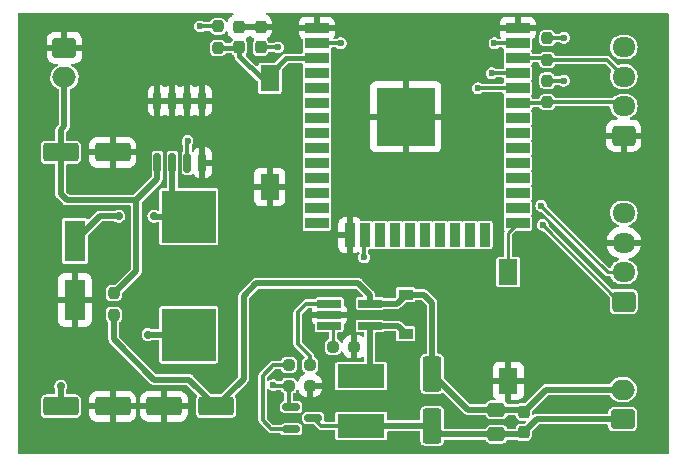
<source format=gbr>
%TF.GenerationSoftware,KiCad,Pcbnew,5.99.0-unknown-5a832fc337~130~ubuntu20.04.1*%
%TF.CreationDate,2021-06-20T17:00:01+02:00*%
%TF.ProjectId,LED-Treiber,4c45442d-5472-4656-9962-65722e6b6963,rev?*%
%TF.SameCoordinates,Original*%
%TF.FileFunction,Copper,L1,Top*%
%TF.FilePolarity,Positive*%
%FSLAX46Y46*%
G04 Gerber Fmt 4.6, Leading zero omitted, Abs format (unit mm)*
G04 Created by KiCad (PCBNEW 5.99.0-unknown-5a832fc337~130~ubuntu20.04.1) date 2021-06-20 17:00:01*
%MOMM*%
%LPD*%
G01*
G04 APERTURE LIST*
G04 Aperture macros list*
%AMRoundRect*
0 Rectangle with rounded corners*
0 $1 Rounding radius*
0 $2 $3 $4 $5 $6 $7 $8 $9 X,Y pos of 4 corners*
0 Add a 4 corners polygon primitive as box body*
4,1,4,$2,$3,$4,$5,$6,$7,$8,$9,$2,$3,0*
0 Add four circle primitives for the rounded corners*
1,1,$1+$1,$2,$3*
1,1,$1+$1,$4,$5*
1,1,$1+$1,$6,$7*
1,1,$1+$1,$8,$9*
0 Add four rect primitives between the rounded corners*
20,1,$1+$1,$2,$3,$4,$5,0*
20,1,$1+$1,$4,$5,$6,$7,0*
20,1,$1+$1,$6,$7,$8,$9,0*
20,1,$1+$1,$8,$9,$2,$3,0*%
G04 Aperture macros list end*
%TA.AperFunction,ComponentPad*%
%ADD10RoundRect,0.250000X0.750000X-0.600000X0.750000X0.600000X-0.750000X0.600000X-0.750000X-0.600000X0*%
%TD*%
%TA.AperFunction,ComponentPad*%
%ADD11O,2.000000X1.700000*%
%TD*%
%TA.AperFunction,ComponentPad*%
%ADD12RoundRect,0.250000X0.725000X-0.600000X0.725000X0.600000X-0.725000X0.600000X-0.725000X-0.600000X0*%
%TD*%
%TA.AperFunction,ComponentPad*%
%ADD13O,1.950000X1.700000*%
%TD*%
%TA.AperFunction,ComponentPad*%
%ADD14RoundRect,0.250000X-0.750000X0.600000X-0.750000X-0.600000X0.750000X-0.600000X0.750000X0.600000X0*%
%TD*%
%TA.AperFunction,SMDPad,CuDef*%
%ADD15RoundRect,0.237500X0.237500X-0.250000X0.237500X0.250000X-0.237500X0.250000X-0.237500X-0.250000X0*%
%TD*%
%TA.AperFunction,SMDPad,CuDef*%
%ADD16RoundRect,0.150000X0.150000X-0.675000X0.150000X0.675000X-0.150000X0.675000X-0.150000X-0.675000X0*%
%TD*%
%TA.AperFunction,SMDPad,CuDef*%
%ADD17RoundRect,0.250275X-0.474725X0.337225X-0.474725X-0.337225X0.474725X-0.337225X0.474725X0.337225X0*%
%TD*%
%TA.AperFunction,SMDPad,CuDef*%
%ADD18RoundRect,0.250000X1.250000X0.550000X-1.250000X0.550000X-1.250000X-0.550000X1.250000X-0.550000X0*%
%TD*%
%TA.AperFunction,SMDPad,CuDef*%
%ADD19RoundRect,0.237500X0.237500X-0.300000X0.237500X0.300000X-0.237500X0.300000X-0.237500X-0.300000X0*%
%TD*%
%TA.AperFunction,SMDPad,CuDef*%
%ADD20RoundRect,0.237500X0.250000X0.237500X-0.250000X0.237500X-0.250000X-0.237500X0.250000X-0.237500X0*%
%TD*%
%TA.AperFunction,SMDPad,CuDef*%
%ADD21RoundRect,0.150000X-0.587500X-0.150000X0.587500X-0.150000X0.587500X0.150000X-0.587500X0.150000X0*%
%TD*%
%TA.AperFunction,SMDPad,CuDef*%
%ADD22R,1.200000X0.900000*%
%TD*%
%TA.AperFunction,SMDPad,CuDef*%
%ADD23R,1.800000X3.500000*%
%TD*%
%TA.AperFunction,SMDPad,CuDef*%
%ADD24RoundRect,0.237500X-0.237500X0.250000X-0.237500X-0.250000X0.237500X-0.250000X0.237500X0.250000X0*%
%TD*%
%TA.AperFunction,SMDPad,CuDef*%
%ADD25R,4.562100X4.462100*%
%TD*%
%TA.AperFunction,SMDPad,CuDef*%
%ADD26RoundRect,0.250000X-1.250000X-0.550000X1.250000X-0.550000X1.250000X0.550000X-1.250000X0.550000X0*%
%TD*%
%TA.AperFunction,SMDPad,CuDef*%
%ADD27R,2.000000X0.650000*%
%TD*%
%TA.AperFunction,SMDPad,CuDef*%
%ADD28RoundRect,0.237500X-0.237500X0.300000X-0.237500X-0.300000X0.237500X-0.300000X0.237500X0.300000X0*%
%TD*%
%TA.AperFunction,SMDPad,CuDef*%
%ADD29R,1.600000X2.180000*%
%TD*%
%TA.AperFunction,SMDPad,CuDef*%
%ADD30R,4.000000X2.000000*%
%TD*%
%TA.AperFunction,SMDPad,CuDef*%
%ADD31R,2.000000X0.900000*%
%TD*%
%TA.AperFunction,SMDPad,CuDef*%
%ADD32R,0.900000X2.000000*%
%TD*%
%TA.AperFunction,SMDPad,CuDef*%
%ADD33R,5.000000X5.000000*%
%TD*%
%TA.AperFunction,SMDPad,CuDef*%
%ADD34RoundRect,0.250000X-0.550000X1.250000X-0.550000X-1.250000X0.550000X-1.250000X0.550000X1.250000X0*%
%TD*%
%TA.AperFunction,ViaPad*%
%ADD35C,0.600000*%
%TD*%
%TA.AperFunction,ViaPad*%
%ADD36C,0.700000*%
%TD*%
%TA.AperFunction,Conductor*%
%ADD37C,0.500000*%
%TD*%
%TA.AperFunction,Conductor*%
%ADD38C,0.250000*%
%TD*%
%TA.AperFunction,Conductor*%
%ADD39C,0.300000*%
%TD*%
%TA.AperFunction,Conductor*%
%ADD40C,0.400000*%
%TD*%
G04 APERTURE END LIST*
D10*
%TO.P,J5,1,Pin_1*%
%TO.N,Net-(C5-Pad2)*%
X161875000Y-91050000D03*
D11*
%TO.P,J5,2,Pin_2*%
%TO.N,Net-(C4-Pad1)*%
X161875000Y-88550000D03*
%TD*%
D12*
%TO.P,J2,1,Pin_1*%
%TO.N,RX*%
X161975000Y-81100000D03*
D13*
%TO.P,J2,2,Pin_2*%
%TO.N,TX*%
X161975000Y-78600000D03*
%TO.P,J2,3,Pin_3*%
%TO.N,GND*%
X161975000Y-76100000D03*
%TO.P,J2,4,Pin_4*%
%TO.N,+3V3*%
X161975000Y-73600000D03*
%TD*%
D12*
%TO.P,J6,1,Pin_1*%
%TO.N,GND*%
X161975000Y-67050000D03*
D13*
%TO.P,J6,2,Pin_2*%
%TO.N,SDA*%
X161975000Y-64550000D03*
%TO.P,J6,3,Pin_3*%
%TO.N,SCL*%
X161975000Y-62050000D03*
%TO.P,J6,4,Pin_4*%
%TO.N,+3V3*%
X161975000Y-59550000D03*
%TD*%
D14*
%TO.P,J1,1,Pin_1*%
%TO.N,GND*%
X114625000Y-59600000D03*
D11*
%TO.P,J1,2,Pin_2*%
%TO.N,VCC*%
X114625000Y-62100000D03*
%TD*%
D15*
%TO.P,R1,1*%
%TO.N,EN*%
X127632000Y-59627500D03*
%TO.P,R1,2*%
%TO.N,+3V3*%
X127632000Y-57802500D03*
%TD*%
D16*
%TO.P,U1,1,IN*%
%TO.N,VCC*%
X122495000Y-69340000D03*
%TO.P,U1,2,OUT*%
%TO.N,Net-(D1-Pad1)*%
X123765000Y-69340000D03*
%TO.P,U1,3,FB*%
%TO.N,+3V3*%
X125035000Y-69340000D03*
%TO.P,U1,4,SD*%
%TO.N,GND*%
X126305000Y-69340000D03*
%TO.P,U1,5,GND*%
X126305000Y-64090000D03*
%TO.P,U1,6,GND*%
X125035000Y-64090000D03*
%TO.P,U1,7,GND*%
X123765000Y-64090000D03*
%TO.P,U1,8,GND*%
X122495000Y-64090000D03*
%TD*%
D17*
%TO.P,REF\u002A\u002A,1*%
%TO.N,Net-(C4-Pad1)*%
X151200000Y-90262500D03*
%TO.P,REF\u002A\u002A,2*%
%TO.N,Net-(C5-Pad2)*%
X151200000Y-92337500D03*
%TD*%
D18*
%TO.P,C4,1*%
%TO.N,Net-(C4-Pad1)*%
X127450000Y-89965000D03*
%TO.P,C4,2*%
%TO.N,GND*%
X123050000Y-89965000D03*
%TD*%
D19*
%TO.P,C7,1*%
%TO.N,EN*%
X129410000Y-59577500D03*
%TO.P,C7,2*%
%TO.N,GND*%
X129410000Y-57852500D03*
%TD*%
D20*
%TO.P,R4,1*%
%TO.N,Net-(R4-Pad1)*%
X135425000Y-86465000D03*
%TO.P,R4,2*%
%TO.N,Net-(Q1-Pad2)*%
X133600000Y-86465000D03*
%TD*%
D21*
%TO.P,Q1,1,G*%
%TO.N,PWM-LED*%
X133825000Y-90015000D03*
%TO.P,Q1,2,S*%
%TO.N,Net-(Q1-Pad2)*%
X133825000Y-91915000D03*
%TO.P,Q1,3,D*%
%TO.N,Net-(C5-Pad2)*%
X135700000Y-90965000D03*
%TD*%
D22*
%TO.P,D2,1,K*%
%TO.N,Net-(C4-Pad1)*%
X143500000Y-80515000D03*
%TO.P,D2,2,A*%
%TO.N,Net-(D2-Pad2)*%
X143500000Y-83815000D03*
%TD*%
D20*
%TO.P,R5,1*%
%TO.N,GND*%
X135425000Y-88215000D03*
%TO.P,R5,2*%
%TO.N,PWM-LED*%
X133600000Y-88215000D03*
%TD*%
D23*
%TO.P,D1,1,K*%
%TO.N,Net-(D1-Pad1)*%
X115500000Y-75965000D03*
%TO.P,D1,2,A*%
%TO.N,GND*%
X115500000Y-80965000D03*
%TD*%
D24*
%TO.P,R6,1*%
%TO.N,+3V3*%
X155500000Y-62390000D03*
%TO.P,R6,2*%
%TO.N,SDA*%
X155500000Y-64215000D03*
%TD*%
D25*
%TO.P,L1,1,1*%
%TO.N,Net-(D1-Pad1)*%
X125150000Y-73915000D03*
%TO.P,L1,2,2*%
%TO.N,+3V3*%
X125150000Y-83915000D03*
%TD*%
D26*
%TO.P,C1,1*%
%TO.N,VCC*%
X114300000Y-68465000D03*
%TO.P,C1,2*%
%TO.N,GND*%
X118700000Y-68465000D03*
%TD*%
D24*
%TO.P,R2,1*%
%TO.N,VCC*%
X118800000Y-80387500D03*
%TO.P,R2,2*%
%TO.N,Net-(C4-Pad1)*%
X118800000Y-82212500D03*
%TD*%
D27*
%TO.P,U3,1,CTRL*%
%TO.N,Net-(R4-Pad1)*%
X137052500Y-81265000D03*
%TO.P,U3,2,GND*%
%TO.N,GND*%
X137052500Y-82215000D03*
%TO.P,U3,3,RSET*%
%TO.N,Net-(R3-Pad2)*%
X137052500Y-83165000D03*
%TO.P,U3,4,SW*%
%TO.N,Net-(D2-Pad2)*%
X140472500Y-83165000D03*
%TO.P,U3,5,VBAT*%
%TO.N,Net-(C4-Pad1)*%
X140472500Y-81265000D03*
%TD*%
D28*
%TO.P,REF\u002A\u002A,1*%
%TO.N,Net-(C4-Pad1)*%
X153500000Y-90437500D03*
%TO.P,REF\u002A\u002A,2*%
%TO.N,Net-(C5-Pad2)*%
X153500000Y-92162500D03*
%TD*%
D19*
%TO.P,C2,1*%
%TO.N,+3V3*%
X131222000Y-59577500D03*
%TO.P,C2,2*%
%TO.N,GND*%
X131222000Y-57852500D03*
%TD*%
D29*
%TO.P,SW2,1,A*%
%TO.N,GND*%
X152200000Y-87790000D03*
%TO.P,SW2,2,B*%
%TO.N,GPIO0*%
X152200000Y-78610000D03*
%TD*%
D30*
%TO.P,L2,1,1*%
%TO.N,Net-(D2-Pad2)*%
X139750000Y-87415000D03*
%TO.P,L2,2,2*%
%TO.N,Net-(C5-Pad2)*%
X139750000Y-91615000D03*
%TD*%
D26*
%TO.P,C3,1*%
%TO.N,+3V3*%
X114300000Y-89965000D03*
%TO.P,C3,2*%
%TO.N,GND*%
X118700000Y-89965000D03*
%TD*%
D29*
%TO.P,SW1,1,A*%
%TO.N,GND*%
X132000000Y-71390000D03*
%TO.P,SW1,2,B*%
%TO.N,EN*%
X132000000Y-62210000D03*
%TD*%
D24*
%TO.P,R7,1*%
%TO.N,+3V3*%
X155500000Y-58802500D03*
%TO.P,R7,2*%
%TO.N,SCL*%
X155500000Y-60627500D03*
%TD*%
D31*
%TO.P,U2,1,GND*%
%TO.N,GND*%
X136000000Y-57960000D03*
%TO.P,U2,2,VDD*%
%TO.N,+3V3*%
X136000000Y-59230000D03*
%TO.P,U2,3,EN*%
%TO.N,EN*%
X136000000Y-60500000D03*
%TO.P,U2,4,SENSOR_VP*%
%TO.N,unconnected-(U2-Pad4)*%
X136000000Y-61770000D03*
%TO.P,U2,5,SENSOR_VN*%
%TO.N,unconnected-(U2-Pad5)*%
X136000000Y-63040000D03*
%TO.P,U2,6,IO34*%
%TO.N,unconnected-(U2-Pad6)*%
X136000000Y-64310000D03*
%TO.P,U2,7,IO35*%
%TO.N,unconnected-(U2-Pad7)*%
X136000000Y-65580000D03*
%TO.P,U2,8,IO32*%
%TO.N,unconnected-(U2-Pad8)*%
X136000000Y-66850000D03*
%TO.P,U2,9,IO33*%
%TO.N,unconnected-(U2-Pad9)*%
X136000000Y-68120000D03*
%TO.P,U2,10,IO25*%
%TO.N,unconnected-(U2-Pad10)*%
X136000000Y-69390000D03*
%TO.P,U2,11,IO26*%
%TO.N,unconnected-(U2-Pad11)*%
X136000000Y-70660000D03*
%TO.P,U2,12,IO27*%
%TO.N,unconnected-(U2-Pad12)*%
X136000000Y-71930000D03*
%TO.P,U2,13,IO14*%
%TO.N,unconnected-(U2-Pad13)*%
X136000000Y-73200000D03*
%TO.P,U2,14,IO12*%
%TO.N,unconnected-(U2-Pad14)*%
X136000000Y-74470000D03*
D32*
%TO.P,U2,15,GND*%
%TO.N,GND*%
X138785000Y-75470000D03*
%TO.P,U2,16,IO13*%
%TO.N,PWM-LED*%
X140055000Y-75470000D03*
%TO.P,U2,17,SHD/SD2*%
%TO.N,unconnected-(U2-Pad17)*%
X141325000Y-75470000D03*
%TO.P,U2,18,SWP/SD3*%
%TO.N,unconnected-(U2-Pad18)*%
X142595000Y-75470000D03*
%TO.P,U2,19,SCS/CMD*%
%TO.N,unconnected-(U2-Pad19)*%
X143865000Y-75470000D03*
%TO.P,U2,20,SCK/CLK*%
%TO.N,unconnected-(U2-Pad20)*%
X145135000Y-75470000D03*
%TO.P,U2,21,SDO/SD0*%
%TO.N,unconnected-(U2-Pad21)*%
X146405000Y-75470000D03*
%TO.P,U2,22,SDI/SD1*%
%TO.N,unconnected-(U2-Pad22)*%
X147675000Y-75470000D03*
%TO.P,U2,23,IO15*%
%TO.N,unconnected-(U2-Pad23)*%
X148945000Y-75470000D03*
%TO.P,U2,24,IO2*%
%TO.N,unconnected-(U2-Pad24)*%
X150215000Y-75470000D03*
D31*
%TO.P,U2,25,IO0*%
%TO.N,GPIO0*%
X153000000Y-74470000D03*
%TO.P,U2,26,IO4*%
%TO.N,unconnected-(U2-Pad26)*%
X153000000Y-73200000D03*
%TO.P,U2,27,IO16*%
%TO.N,unconnected-(U2-Pad27)*%
X153000000Y-71930000D03*
%TO.P,U2,28,IO17*%
%TO.N,unconnected-(U2-Pad28)*%
X153000000Y-70660000D03*
%TO.P,U2,29,IO5*%
%TO.N,unconnected-(U2-Pad29)*%
X153000000Y-69390000D03*
%TO.P,U2,30,IO18*%
%TO.N,unconnected-(U2-Pad30)*%
X153000000Y-68120000D03*
%TO.P,U2,31,IO19*%
%TO.N,unconnected-(U2-Pad31)*%
X153000000Y-66850000D03*
%TO.P,U2,32,NC*%
%TO.N,unconnected-(U2-Pad32)*%
X153000000Y-65580000D03*
%TO.P,U2,33,IO21*%
%TO.N,SDA*%
X153000000Y-64310000D03*
%TO.P,U2,34,RXD0/IO3*%
%TO.N,RX*%
X153000000Y-63040000D03*
%TO.P,U2,35,TXD0/IO1*%
%TO.N,TX*%
X153000000Y-61770000D03*
%TO.P,U2,36,IO22*%
%TO.N,SCL*%
X153000000Y-60500000D03*
%TO.P,U2,37,IO23*%
%TO.N,+3V3*%
X153000000Y-59230000D03*
%TO.P,U2,38,GND*%
%TO.N,GND*%
X153000000Y-57960000D03*
D33*
%TO.P,U2,39,GND*%
X143500000Y-65460000D03*
%TD*%
D20*
%TO.P,R3,1*%
%TO.N,GND*%
X139172500Y-84930000D03*
%TO.P,R3,2*%
%TO.N,Net-(R3-Pad2)*%
X137347500Y-84930000D03*
%TD*%
D34*
%TO.P,C5,1*%
%TO.N,Net-(C4-Pad1)*%
X145750000Y-87215000D03*
%TO.P,C5,2*%
%TO.N,Net-(C5-Pad2)*%
X145750000Y-91615000D03*
%TD*%
D35*
%TO.N,TX*%
X155000000Y-73000000D03*
%TO.N,PWM-LED*%
X132300000Y-88165000D03*
X140000000Y-77365000D03*
D36*
%TO.N,Net-(D1-Pad1)*%
X122200000Y-73865000D03*
X119200000Y-73865000D03*
%TO.N,+3V3*%
X114300000Y-88265000D03*
D35*
X156900000Y-62400000D03*
X125040000Y-67500000D03*
X126108000Y-57804000D03*
X156900000Y-58765000D03*
X151029000Y-59230000D03*
X138017000Y-59230000D03*
X132712000Y-59582000D03*
D36*
X121700000Y-83900000D03*
D35*
%TO.N,RX*%
X155100000Y-74600000D03*
X149625000Y-63040000D03*
%TO.N,TX*%
X150800000Y-61765000D03*
%TD*%
D37*
%TO.N,Net-(C4-Pad1)*%
X127450000Y-89965000D02*
X129800000Y-87615000D01*
X129800000Y-87615000D02*
X129800000Y-80600000D01*
X130835000Y-79565000D02*
X139500000Y-79565000D01*
X129800000Y-80600000D02*
X130835000Y-79565000D01*
X139500000Y-79565000D02*
X140472500Y-80537500D01*
X140472500Y-80537500D02*
X140472500Y-81265000D01*
X122200000Y-87700000D02*
X125185000Y-87700000D01*
X125185000Y-87700000D02*
X127450000Y-89965000D01*
X118800000Y-82212500D02*
X118800000Y-84300000D01*
X118800000Y-84300000D02*
X122200000Y-87700000D01*
%TO.N,VCC*%
X120700000Y-78500000D02*
X118812500Y-80387500D01*
X118812500Y-80387500D02*
X118800000Y-80387500D01*
%TO.N,Net-(D1-Pad1)*%
X119100000Y-73865000D02*
X117600000Y-73865000D01*
X117600000Y-73865000D02*
X115500000Y-75965000D01*
%TO.N,VCC*%
X114300000Y-66565000D02*
X114625000Y-66240000D01*
X114625000Y-66240000D02*
X114625000Y-62100000D01*
%TO.N,Net-(C5-Pad2)*%
X161875000Y-91050000D02*
X154612500Y-91050000D01*
X154612500Y-91050000D02*
X153500000Y-92162500D01*
%TO.N,Net-(C4-Pad1)*%
X161875000Y-88550000D02*
X155387500Y-88550000D01*
X155387500Y-88550000D02*
X153500000Y-90437500D01*
D38*
%TO.N,RX*%
X161975000Y-81100000D02*
X161600000Y-81100000D01*
X161600000Y-81100000D02*
X155100000Y-74600000D01*
%TO.N,TX*%
X161975000Y-78600000D02*
X160600000Y-78600000D01*
X160600000Y-78600000D02*
X155000000Y-73000000D01*
D39*
%TO.N,SDA*%
X155500000Y-64215000D02*
X161640000Y-64215000D01*
X161640000Y-64215000D02*
X161975000Y-64550000D01*
%TO.N,SCL*%
X155500000Y-60627500D02*
X160552500Y-60627500D01*
X160552500Y-60627500D02*
X161975000Y-62050000D01*
%TO.N,+3V3*%
X156900000Y-62400000D02*
X156890000Y-62390000D01*
X156890000Y-62390000D02*
X155500000Y-62390000D01*
D37*
X121700000Y-83900000D02*
X121715000Y-83915000D01*
X121715000Y-83915000D02*
X125150000Y-83915000D01*
D39*
%TO.N,PWM-LED*%
X132350000Y-88215000D02*
X132300000Y-88165000D01*
X133600000Y-88215000D02*
X133600000Y-89790000D01*
X140000000Y-77365000D02*
X140000000Y-75525000D01*
X133600000Y-89790000D02*
X133825000Y-90015000D01*
X133600000Y-88215000D02*
X132350000Y-88215000D01*
X140000000Y-75525000D02*
X140055000Y-75470000D01*
%TO.N,Net-(Q1-Pad2)*%
X131400000Y-87365000D02*
X132300000Y-86465000D01*
X132150000Y-91915000D02*
X131400000Y-91165000D01*
X132300000Y-86465000D02*
X133600000Y-86465000D01*
X131400000Y-91165000D02*
X131400000Y-87365000D01*
X133825000Y-91915000D02*
X132150000Y-91915000D01*
D37*
%TO.N,Net-(C5-Pad2)*%
X146472500Y-92337500D02*
X145750000Y-91615000D01*
X139750000Y-91615000D02*
X145750000Y-91615000D01*
X151200000Y-92337500D02*
X153325000Y-92337500D01*
X151200000Y-92337500D02*
X146472500Y-92337500D01*
D39*
X136350000Y-91615000D02*
X135700000Y-90965000D01*
D37*
X153325000Y-92337500D02*
X153500000Y-92162500D01*
D39*
X139750000Y-91615000D02*
X136350000Y-91615000D01*
D37*
%TO.N,VCC*%
X120700000Y-72485000D02*
X120700000Y-78500000D01*
X122495000Y-70690000D02*
X120700000Y-72485000D01*
X114300000Y-68465000D02*
X114300000Y-72000000D01*
X114300000Y-68465000D02*
X114300000Y-66565000D01*
X114300000Y-72000000D02*
X114800000Y-72500000D01*
X122495000Y-69340000D02*
X122495000Y-70690000D01*
X120685000Y-72500000D02*
X120700000Y-72485000D01*
X114800000Y-72500000D02*
X120685000Y-72500000D01*
%TO.N,Net-(D1-Pad1)*%
X123765000Y-69340000D02*
X123765000Y-72530000D01*
X125150000Y-73915000D02*
X122250000Y-73915000D01*
X122250000Y-73915000D02*
X122200000Y-73865000D01*
X123765000Y-72530000D02*
X125150000Y-73915000D01*
%TO.N,+3V3*%
X114300000Y-89965000D02*
X114300000Y-88265000D01*
D39*
X126109500Y-57802500D02*
X126108000Y-57804000D01*
X153000000Y-59230000D02*
X151029000Y-59230000D01*
X156862500Y-58802500D02*
X156900000Y-58765000D01*
X136000000Y-59230000D02*
X138017000Y-59230000D01*
X127632000Y-57802500D02*
X126109500Y-57802500D01*
X155500000Y-58802500D02*
X156862500Y-58802500D01*
X131222000Y-59577500D02*
X132707500Y-59577500D01*
X132707500Y-59577500D02*
X132712000Y-59582000D01*
X125035000Y-67580000D02*
X125035000Y-69340000D01*
X151029000Y-59230000D02*
X151000000Y-59201000D01*
X138017000Y-59230000D02*
X138046000Y-59201000D01*
D40*
%TO.N,EN*%
X133400000Y-60500000D02*
X132000000Y-61900000D01*
X132000000Y-62210000D02*
X131335000Y-62210000D01*
X132000000Y-61900000D02*
X132000000Y-62210000D01*
X131335000Y-62210000D02*
X129410000Y-60285000D01*
X136000000Y-60500000D02*
X133400000Y-60500000D01*
X127632000Y-59627500D02*
X129360000Y-59627500D01*
X129360000Y-59627500D02*
X129410000Y-59577500D01*
X129410000Y-59577500D02*
X129410000Y-60285000D01*
D39*
%TO.N,RX*%
X149600000Y-63065000D02*
X149625000Y-63040000D01*
X149625000Y-63040000D02*
X153000000Y-63040000D01*
%TO.N,TX*%
X152995000Y-61765000D02*
X153000000Y-61770000D01*
X150800000Y-61765000D02*
X152995000Y-61765000D01*
D38*
%TO.N,GPIO0*%
X152200000Y-75270000D02*
X153000000Y-74470000D01*
X152200000Y-78610000D02*
X152200000Y-75270000D01*
D39*
%TO.N,Net-(R4-Pad1)*%
X135425000Y-85725000D02*
X135425000Y-86465000D01*
X135105000Y-81265000D02*
X134360000Y-82010000D01*
X134360000Y-84660000D02*
X135425000Y-85725000D01*
X134360000Y-82010000D02*
X134360000Y-84660000D01*
X137052500Y-81265000D02*
X135105000Y-81265000D01*
D38*
%TO.N,Net-(R3-Pad2)*%
X137347500Y-83460000D02*
X137052500Y-83165000D01*
X137347500Y-84930000D02*
X137347500Y-83460000D01*
X137052500Y-84635000D02*
X137347500Y-84930000D01*
D37*
%TO.N,Net-(D2-Pad2)*%
X140472500Y-86692500D02*
X139750000Y-87415000D01*
X140472500Y-83165000D02*
X140472500Y-86692500D01*
X142850000Y-83165000D02*
X143500000Y-83815000D01*
X140472500Y-83165000D02*
X142850000Y-83165000D01*
%TO.N,Net-(C4-Pad1)*%
X145750000Y-87215000D02*
X148797500Y-90262500D01*
X151200000Y-90262500D02*
X153325000Y-90262500D01*
X148797500Y-90262500D02*
X151200000Y-90262500D01*
X143500000Y-80515000D02*
X145050000Y-80515000D01*
X140472500Y-81265000D02*
X142750000Y-81265000D01*
X142750000Y-81265000D02*
X143500000Y-80515000D01*
X145050000Y-80515000D02*
X145750000Y-81215000D01*
X153325000Y-90262500D02*
X153500000Y-90437500D01*
X145750000Y-81215000D02*
X145750000Y-87215000D01*
D39*
%TO.N,SDA*%
X162240000Y-64215000D02*
X162500000Y-64475000D01*
X155405000Y-64310000D02*
X155500000Y-64215000D01*
X153000000Y-64310000D02*
X155405000Y-64310000D01*
%TO.N,SCL*%
X153000000Y-60500000D02*
X155372500Y-60500000D01*
X155372500Y-60500000D02*
X155500000Y-60627500D01*
%TD*%
%TA.AperFunction,Conductor*%
%TO.N,GND*%
G36*
X128928029Y-56683907D02*
G01*
X128963993Y-56733407D01*
X128963993Y-56794593D01*
X128928029Y-56844093D01*
X128903617Y-56857059D01*
X128841865Y-56879474D01*
X128831644Y-56884592D01*
X128695904Y-56973588D01*
X128687134Y-56980921D01*
X128575507Y-57098757D01*
X128568663Y-57107905D01*
X128487135Y-57248265D01*
X128482579Y-57258744D01*
X128452650Y-57357561D01*
X128417686Y-57407773D01*
X128359887Y-57427844D01*
X128301328Y-57410108D01*
X128268656Y-57371718D01*
X128239101Y-57310169D01*
X128239100Y-57310168D01*
X128235897Y-57303497D01*
X128215950Y-57281918D01*
X128151507Y-57212205D01*
X128146482Y-57206769D01*
X128032579Y-57140609D01*
X127978110Y-57127984D01*
X127925437Y-57115775D01*
X127925435Y-57115775D01*
X127919935Y-57114500D01*
X127361243Y-57114500D01*
X127264240Y-57129084D01*
X127257567Y-57132288D01*
X127257568Y-57132288D01*
X127158180Y-57180013D01*
X127145497Y-57186103D01*
X127048769Y-57275518D01*
X126982609Y-57389421D01*
X126982145Y-57391424D01*
X126944782Y-57436588D01*
X126891735Y-57452000D01*
X126509053Y-57452000D01*
X126450862Y-57433093D01*
X126444715Y-57428194D01*
X126440303Y-57423074D01*
X126320033Y-57345118D01*
X126313275Y-57343097D01*
X126313273Y-57343096D01*
X126189479Y-57306074D01*
X126182718Y-57304052D01*
X126096694Y-57303527D01*
X126046448Y-57303220D01*
X126039396Y-57303177D01*
X126032620Y-57305114D01*
X126032617Y-57305114D01*
X125908369Y-57340624D01*
X125908367Y-57340625D01*
X125901589Y-57342562D01*
X125780375Y-57419042D01*
X125685499Y-57526469D01*
X125624588Y-57656206D01*
X125602538Y-57797824D01*
X125621121Y-57939939D01*
X125678845Y-58071126D01*
X125683382Y-58076523D01*
X125683383Y-58076525D01*
X125726639Y-58127984D01*
X125771068Y-58180838D01*
X125890377Y-58260257D01*
X125897104Y-58262359D01*
X125897107Y-58262360D01*
X126020448Y-58300894D01*
X126020449Y-58300894D01*
X126027180Y-58302997D01*
X126098830Y-58304310D01*
X126163427Y-58305495D01*
X126163429Y-58305495D01*
X126170481Y-58305624D01*
X126177284Y-58303769D01*
X126177286Y-58303769D01*
X126226824Y-58290263D01*
X126308758Y-58267925D01*
X126340220Y-58248607D01*
X126424888Y-58196621D01*
X126424890Y-58196619D01*
X126430897Y-58192931D01*
X126437565Y-58185564D01*
X126439639Y-58184374D01*
X126441057Y-58183197D01*
X126441261Y-58183443D01*
X126490632Y-58155110D01*
X126510963Y-58153000D01*
X126894510Y-58153000D01*
X126952701Y-58171907D01*
X126983754Y-58209146D01*
X127024899Y-58294831D01*
X127028103Y-58301503D01*
X127117518Y-58398231D01*
X127231421Y-58464391D01*
X127238636Y-58466063D01*
X127238635Y-58466063D01*
X127338563Y-58489225D01*
X127338565Y-58489225D01*
X127344065Y-58490500D01*
X127902757Y-58490500D01*
X127999760Y-58475916D01*
X128088940Y-58433093D01*
X128111831Y-58422101D01*
X128111832Y-58422100D01*
X128118503Y-58418897D01*
X128131961Y-58406457D01*
X128209795Y-58334507D01*
X128215231Y-58329482D01*
X128220206Y-58320918D01*
X128230166Y-58303769D01*
X128255143Y-58260768D01*
X128300718Y-58219947D01*
X128361585Y-58213710D01*
X128414493Y-58244441D01*
X128439083Y-58299027D01*
X128441463Y-58319437D01*
X128444092Y-58330561D01*
X128499474Y-58483135D01*
X128504592Y-58493356D01*
X128593588Y-58629096D01*
X128600921Y-58637866D01*
X128718757Y-58749493D01*
X128727907Y-58756339D01*
X128834938Y-58818508D01*
X128875759Y-58864085D01*
X128881995Y-58924951D01*
X128852414Y-58976812D01*
X128826769Y-59000518D01*
X128760609Y-59114421D01*
X128758937Y-59121633D01*
X128758937Y-59121634D01*
X128752280Y-59150355D01*
X128720721Y-59202773D01*
X128664379Y-59226631D01*
X128655837Y-59227000D01*
X128345480Y-59227000D01*
X128287289Y-59208093D01*
X128256237Y-59170855D01*
X128235897Y-59128497D01*
X128226771Y-59118624D01*
X128151507Y-59037205D01*
X128146482Y-59031769D01*
X128032579Y-58965609D01*
X127978110Y-58952984D01*
X127925437Y-58940775D01*
X127925435Y-58940775D01*
X127919935Y-58939500D01*
X127361243Y-58939500D01*
X127264240Y-58954084D01*
X127145497Y-59011103D01*
X127140064Y-59016126D01*
X127140063Y-59016126D01*
X127075484Y-59075823D01*
X127048769Y-59100518D01*
X126982609Y-59214421D01*
X126978808Y-59230822D01*
X126961775Y-59304308D01*
X126956500Y-59327065D01*
X126956500Y-59910757D01*
X126971084Y-60007760D01*
X127028103Y-60126503D01*
X127033126Y-60131936D01*
X127033126Y-60131937D01*
X127049361Y-60149500D01*
X127117518Y-60223231D01*
X127231421Y-60289391D01*
X127262408Y-60296573D01*
X127338563Y-60314225D01*
X127338565Y-60314225D01*
X127344065Y-60315500D01*
X127902757Y-60315500D01*
X127999760Y-60300916D01*
X128088940Y-60258093D01*
X128111831Y-60247101D01*
X128111832Y-60247100D01*
X128118503Y-60243897D01*
X128215231Y-60154482D01*
X128247171Y-60099493D01*
X128260076Y-60077276D01*
X128305653Y-60036454D01*
X128345683Y-60028000D01*
X128696520Y-60028000D01*
X128754711Y-60046907D01*
X128785763Y-60084145D01*
X128806103Y-60126503D01*
X128811126Y-60131936D01*
X128811126Y-60131937D01*
X128827361Y-60149500D01*
X128895518Y-60223231D01*
X128960217Y-60260811D01*
X129001039Y-60306388D01*
X129006701Y-60333196D01*
X129008274Y-60332947D01*
X129009493Y-60340644D01*
X129009493Y-60348434D01*
X129011900Y-60355842D01*
X129016947Y-60371377D01*
X129020572Y-60386476D01*
X129024347Y-60410306D01*
X129029749Y-60420907D01*
X129035296Y-60431794D01*
X129041241Y-60446145D01*
X129048697Y-60469093D01*
X129053278Y-60475398D01*
X129062876Y-60488608D01*
X129070991Y-60501849D01*
X129081944Y-60523347D01*
X129171653Y-60613056D01*
X129171668Y-60613063D01*
X129171692Y-60613084D01*
X130965504Y-62406896D01*
X130993281Y-62461413D01*
X130994500Y-62476900D01*
X130994500Y-63300000D01*
X131003213Y-63343800D01*
X131006173Y-63358681D01*
X131010143Y-63378641D01*
X131054690Y-63445310D01*
X131121359Y-63489857D01*
X131130922Y-63491759D01*
X131130924Y-63491760D01*
X131153533Y-63496257D01*
X131200000Y-63505500D01*
X132800000Y-63505500D01*
X132846467Y-63496257D01*
X132869076Y-63491760D01*
X132869078Y-63491759D01*
X132878641Y-63489857D01*
X132945310Y-63445310D01*
X132989857Y-63378641D01*
X132993828Y-63358681D01*
X132996787Y-63343800D01*
X133005500Y-63300000D01*
X133005500Y-61501900D01*
X133024407Y-61443709D01*
X133034496Y-61431896D01*
X133536896Y-60929496D01*
X133591413Y-60901719D01*
X133606900Y-60900500D01*
X134703406Y-60900500D01*
X134761597Y-60919407D01*
X134797561Y-60968907D01*
X134800503Y-60980185D01*
X134808239Y-61019072D01*
X134808240Y-61019075D01*
X134810143Y-61028641D01*
X134834172Y-61064602D01*
X134844459Y-61079998D01*
X134861068Y-61138886D01*
X134844459Y-61190001D01*
X134810143Y-61241359D01*
X134808241Y-61250922D01*
X134808240Y-61250924D01*
X134805430Y-61265052D01*
X134794500Y-61320000D01*
X134794500Y-62220000D01*
X134810143Y-62298641D01*
X134815562Y-62306751D01*
X134844459Y-62349998D01*
X134861068Y-62408886D01*
X134844459Y-62460001D01*
X134810143Y-62511359D01*
X134808241Y-62520922D01*
X134808240Y-62520924D01*
X134804601Y-62539220D01*
X134794500Y-62590000D01*
X134794500Y-63490000D01*
X134810143Y-63568641D01*
X134815562Y-63576751D01*
X134844459Y-63619998D01*
X134861068Y-63678886D01*
X134844459Y-63730001D01*
X134810143Y-63781359D01*
X134808241Y-63790922D01*
X134808240Y-63790924D01*
X134806053Y-63801921D01*
X134794500Y-63860000D01*
X134794500Y-64760000D01*
X134802750Y-64801475D01*
X134805331Y-64814448D01*
X134810143Y-64838641D01*
X134815562Y-64846751D01*
X134844459Y-64889998D01*
X134861068Y-64948886D01*
X134844459Y-65000001D01*
X134810143Y-65051359D01*
X134794500Y-65130000D01*
X134794500Y-66030000D01*
X134810143Y-66108641D01*
X134815562Y-66116751D01*
X134844459Y-66159998D01*
X134861068Y-66218886D01*
X134844459Y-66270001D01*
X134810143Y-66321359D01*
X134794500Y-66400000D01*
X134794500Y-67300000D01*
X134798415Y-67319680D01*
X134807451Y-67365106D01*
X134810143Y-67378641D01*
X134815562Y-67386751D01*
X134844459Y-67429998D01*
X134861068Y-67488886D01*
X134844459Y-67540001D01*
X134810143Y-67591359D01*
X134794500Y-67670000D01*
X134794500Y-68570000D01*
X134797234Y-68583742D01*
X134808234Y-68639043D01*
X134810143Y-68648641D01*
X134815562Y-68656751D01*
X134844459Y-68699998D01*
X134861068Y-68758886D01*
X134844459Y-68810001D01*
X134810143Y-68861359D01*
X134794500Y-68940000D01*
X134794500Y-69840000D01*
X134810143Y-69918641D01*
X134815562Y-69926751D01*
X134844459Y-69969998D01*
X134861068Y-70028886D01*
X134844459Y-70080001D01*
X134810143Y-70131359D01*
X134794500Y-70210000D01*
X134794500Y-71110000D01*
X134810143Y-71188641D01*
X134815562Y-71196751D01*
X134844459Y-71239998D01*
X134861068Y-71298886D01*
X134844459Y-71350001D01*
X134810143Y-71401359D01*
X134794500Y-71480000D01*
X134794500Y-72380000D01*
X134810143Y-72458641D01*
X134837229Y-72499177D01*
X134844459Y-72509998D01*
X134861068Y-72568886D01*
X134844459Y-72620001D01*
X134810143Y-72671359D01*
X134794500Y-72750000D01*
X134794500Y-73650000D01*
X134803213Y-73693800D01*
X134806321Y-73709425D01*
X134810143Y-73728641D01*
X134842702Y-73777368D01*
X134844459Y-73779998D01*
X134861068Y-73838886D01*
X134844459Y-73890001D01*
X134810143Y-73941359D01*
X134808241Y-73950922D01*
X134808240Y-73950924D01*
X134805392Y-73965243D01*
X134794500Y-74020000D01*
X134794500Y-74920000D01*
X134803213Y-74963800D01*
X134806584Y-74980747D01*
X134810143Y-74998641D01*
X134854690Y-75065310D01*
X134921359Y-75109857D01*
X134930922Y-75111759D01*
X134930924Y-75111760D01*
X134956200Y-75116787D01*
X135000000Y-75125500D01*
X137000000Y-75125500D01*
X137043800Y-75116787D01*
X137069076Y-75111760D01*
X137069078Y-75111759D01*
X137078641Y-75109857D01*
X137145310Y-75065310D01*
X137189857Y-74998641D01*
X137193417Y-74980747D01*
X137196787Y-74963800D01*
X137205500Y-74920000D01*
X137205500Y-74473543D01*
X137822000Y-74473543D01*
X137822000Y-75200320D01*
X137826122Y-75213005D01*
X137830243Y-75216000D01*
X138515320Y-75216000D01*
X138528005Y-75211878D01*
X138531000Y-75207757D01*
X138531000Y-73972680D01*
X138528583Y-73965243D01*
X139039000Y-73965243D01*
X139039000Y-76967320D01*
X139043122Y-76980005D01*
X139047243Y-76983000D01*
X139233236Y-76983000D01*
X139236756Y-76982874D01*
X139302715Y-76978157D01*
X139313100Y-76976283D01*
X139441314Y-76938636D01*
X139454065Y-76932812D01*
X139456061Y-76931530D01*
X139457975Y-76931027D01*
X139460504Y-76929872D01*
X139460704Y-76930310D01*
X139515237Y-76915976D01*
X139572253Y-76938174D01*
X139605332Y-76989647D01*
X139601838Y-77050733D01*
X139583788Y-77080348D01*
X139577499Y-77087469D01*
X139516588Y-77217206D01*
X139494538Y-77358824D01*
X139495453Y-77365822D01*
X139506811Y-77452679D01*
X139513121Y-77500939D01*
X139515962Y-77507395D01*
X139515962Y-77507396D01*
X139541134Y-77564602D01*
X139570845Y-77632126D01*
X139663068Y-77741838D01*
X139668939Y-77745746D01*
X139668940Y-77745747D01*
X139681235Y-77753931D01*
X139782377Y-77821257D01*
X139789104Y-77823359D01*
X139789107Y-77823360D01*
X139912448Y-77861894D01*
X139912449Y-77861894D01*
X139919180Y-77863997D01*
X139988949Y-77865276D01*
X140055427Y-77866495D01*
X140055429Y-77866495D01*
X140062481Y-77866624D01*
X140069284Y-77864769D01*
X140069286Y-77864769D01*
X140116065Y-77852015D01*
X140200758Y-77828925D01*
X140322897Y-77753931D01*
X140352839Y-77720852D01*
X140414346Y-77652900D01*
X140414346Y-77652899D01*
X140419078Y-77647672D01*
X140481570Y-77518689D01*
X140484557Y-77500939D01*
X140504715Y-77381120D01*
X140504715Y-77381117D01*
X140505349Y-77377350D01*
X140505500Y-77365000D01*
X140485182Y-77223123D01*
X140458567Y-77164585D01*
X140428781Y-77099075D01*
X140428780Y-77099074D01*
X140425860Y-77092651D01*
X140374501Y-77033046D01*
X140350840Y-76976621D01*
X140350500Y-76968423D01*
X140350500Y-76774500D01*
X140369407Y-76716309D01*
X140418907Y-76680345D01*
X140449500Y-76675500D01*
X140505000Y-76675500D01*
X140548800Y-76666787D01*
X140574076Y-76661760D01*
X140574078Y-76661759D01*
X140583641Y-76659857D01*
X140634999Y-76625541D01*
X140693886Y-76608932D01*
X140745001Y-76625541D01*
X140796359Y-76659857D01*
X140805922Y-76661759D01*
X140805924Y-76661760D01*
X140831200Y-76666787D01*
X140875000Y-76675500D01*
X141775000Y-76675500D01*
X141818800Y-76666787D01*
X141844076Y-76661760D01*
X141844078Y-76661759D01*
X141853641Y-76659857D01*
X141904999Y-76625541D01*
X141963886Y-76608932D01*
X142015001Y-76625541D01*
X142066359Y-76659857D01*
X142075922Y-76661759D01*
X142075924Y-76661760D01*
X142101200Y-76666787D01*
X142145000Y-76675500D01*
X143045000Y-76675500D01*
X143088800Y-76666787D01*
X143114076Y-76661760D01*
X143114078Y-76661759D01*
X143123641Y-76659857D01*
X143174999Y-76625541D01*
X143233886Y-76608932D01*
X143285001Y-76625541D01*
X143336359Y-76659857D01*
X143345922Y-76661759D01*
X143345924Y-76661760D01*
X143371200Y-76666787D01*
X143415000Y-76675500D01*
X144315000Y-76675500D01*
X144358800Y-76666787D01*
X144384076Y-76661760D01*
X144384078Y-76661759D01*
X144393641Y-76659857D01*
X144444999Y-76625541D01*
X144503886Y-76608932D01*
X144555001Y-76625541D01*
X144606359Y-76659857D01*
X144615922Y-76661759D01*
X144615924Y-76661760D01*
X144641200Y-76666787D01*
X144685000Y-76675500D01*
X145585000Y-76675500D01*
X145628800Y-76666787D01*
X145654076Y-76661760D01*
X145654078Y-76661759D01*
X145663641Y-76659857D01*
X145714999Y-76625541D01*
X145773886Y-76608932D01*
X145825001Y-76625541D01*
X145876359Y-76659857D01*
X145885922Y-76661759D01*
X145885924Y-76661760D01*
X145911200Y-76666787D01*
X145955000Y-76675500D01*
X146855000Y-76675500D01*
X146898800Y-76666787D01*
X146924076Y-76661760D01*
X146924078Y-76661759D01*
X146933641Y-76659857D01*
X146984999Y-76625541D01*
X147043886Y-76608932D01*
X147095001Y-76625541D01*
X147146359Y-76659857D01*
X147155922Y-76661759D01*
X147155924Y-76661760D01*
X147181200Y-76666787D01*
X147225000Y-76675500D01*
X148125000Y-76675500D01*
X148168800Y-76666787D01*
X148194076Y-76661760D01*
X148194078Y-76661759D01*
X148203641Y-76659857D01*
X148254999Y-76625541D01*
X148313886Y-76608932D01*
X148365001Y-76625541D01*
X148416359Y-76659857D01*
X148425922Y-76661759D01*
X148425924Y-76661760D01*
X148451200Y-76666787D01*
X148495000Y-76675500D01*
X149395000Y-76675500D01*
X149438800Y-76666787D01*
X149464076Y-76661760D01*
X149464078Y-76661759D01*
X149473641Y-76659857D01*
X149524999Y-76625541D01*
X149583886Y-76608932D01*
X149635001Y-76625541D01*
X149686359Y-76659857D01*
X149695922Y-76661759D01*
X149695924Y-76661760D01*
X149721200Y-76666787D01*
X149765000Y-76675500D01*
X150665000Y-76675500D01*
X150708800Y-76666787D01*
X150734076Y-76661760D01*
X150734078Y-76661759D01*
X150743641Y-76659857D01*
X150810310Y-76615310D01*
X150854857Y-76548641D01*
X150857031Y-76537715D01*
X150861787Y-76513800D01*
X150870500Y-76470000D01*
X150870500Y-74470000D01*
X150858767Y-74411014D01*
X150856760Y-74400924D01*
X150856759Y-74400922D01*
X150854857Y-74391359D01*
X150810310Y-74324690D01*
X150794924Y-74314409D01*
X150751751Y-74285562D01*
X150743641Y-74280143D01*
X150734078Y-74278241D01*
X150734076Y-74278240D01*
X150706037Y-74272663D01*
X150665000Y-74264500D01*
X149765000Y-74264500D01*
X149723963Y-74272663D01*
X149695924Y-74278240D01*
X149695922Y-74278241D01*
X149686359Y-74280143D01*
X149678249Y-74285562D01*
X149635002Y-74314459D01*
X149576114Y-74331068D01*
X149524998Y-74314459D01*
X149481751Y-74285562D01*
X149473641Y-74280143D01*
X149464078Y-74278241D01*
X149464076Y-74278240D01*
X149436037Y-74272663D01*
X149395000Y-74264500D01*
X148495000Y-74264500D01*
X148453963Y-74272663D01*
X148425924Y-74278240D01*
X148425922Y-74278241D01*
X148416359Y-74280143D01*
X148408249Y-74285562D01*
X148365002Y-74314459D01*
X148306114Y-74331068D01*
X148254998Y-74314459D01*
X148211751Y-74285562D01*
X148203641Y-74280143D01*
X148194078Y-74278241D01*
X148194076Y-74278240D01*
X148166037Y-74272663D01*
X148125000Y-74264500D01*
X147225000Y-74264500D01*
X147183963Y-74272663D01*
X147155924Y-74278240D01*
X147155922Y-74278241D01*
X147146359Y-74280143D01*
X147138249Y-74285562D01*
X147095002Y-74314459D01*
X147036114Y-74331068D01*
X146984998Y-74314459D01*
X146941751Y-74285562D01*
X146933641Y-74280143D01*
X146924078Y-74278241D01*
X146924076Y-74278240D01*
X146896037Y-74272663D01*
X146855000Y-74264500D01*
X145955000Y-74264500D01*
X145913963Y-74272663D01*
X145885924Y-74278240D01*
X145885922Y-74278241D01*
X145876359Y-74280143D01*
X145868249Y-74285562D01*
X145825002Y-74314459D01*
X145766114Y-74331068D01*
X145714998Y-74314459D01*
X145671751Y-74285562D01*
X145663641Y-74280143D01*
X145654078Y-74278241D01*
X145654076Y-74278240D01*
X145626037Y-74272663D01*
X145585000Y-74264500D01*
X144685000Y-74264500D01*
X144643963Y-74272663D01*
X144615924Y-74278240D01*
X144615922Y-74278241D01*
X144606359Y-74280143D01*
X144598249Y-74285562D01*
X144555002Y-74314459D01*
X144496114Y-74331068D01*
X144444998Y-74314459D01*
X144401751Y-74285562D01*
X144393641Y-74280143D01*
X144384078Y-74278241D01*
X144384076Y-74278240D01*
X144356037Y-74272663D01*
X144315000Y-74264500D01*
X143415000Y-74264500D01*
X143373963Y-74272663D01*
X143345924Y-74278240D01*
X143345922Y-74278241D01*
X143336359Y-74280143D01*
X143328249Y-74285562D01*
X143285002Y-74314459D01*
X143226114Y-74331068D01*
X143174998Y-74314459D01*
X143131751Y-74285562D01*
X143123641Y-74280143D01*
X143114078Y-74278241D01*
X143114076Y-74278240D01*
X143086037Y-74272663D01*
X143045000Y-74264500D01*
X142145000Y-74264500D01*
X142103963Y-74272663D01*
X142075924Y-74278240D01*
X142075922Y-74278241D01*
X142066359Y-74280143D01*
X142058249Y-74285562D01*
X142015002Y-74314459D01*
X141956114Y-74331068D01*
X141904998Y-74314459D01*
X141861751Y-74285562D01*
X141853641Y-74280143D01*
X141844078Y-74278241D01*
X141844076Y-74278240D01*
X141816037Y-74272663D01*
X141775000Y-74264500D01*
X140875000Y-74264500D01*
X140833963Y-74272663D01*
X140805924Y-74278240D01*
X140805922Y-74278241D01*
X140796359Y-74280143D01*
X140788249Y-74285562D01*
X140745002Y-74314459D01*
X140686114Y-74331068D01*
X140634998Y-74314459D01*
X140591751Y-74285562D01*
X140583641Y-74280143D01*
X140574078Y-74278241D01*
X140574076Y-74278240D01*
X140546037Y-74272663D01*
X140505000Y-74264500D01*
X139760588Y-74264500D01*
X139702397Y-74245593D01*
X139677303Y-74219023D01*
X139626524Y-74140008D01*
X139617349Y-74129419D01*
X139517701Y-74043074D01*
X139505910Y-74035496D01*
X139385971Y-73980722D01*
X139372516Y-73976772D01*
X139238509Y-73957505D01*
X139231457Y-73957000D01*
X139054680Y-73957000D01*
X139041995Y-73961122D01*
X139039000Y-73965243D01*
X138528583Y-73965243D01*
X138526878Y-73959995D01*
X138522757Y-73957000D01*
X138336764Y-73957000D01*
X138333244Y-73957126D01*
X138267285Y-73961843D01*
X138256900Y-73963717D01*
X138128686Y-74001364D01*
X138115935Y-74007187D01*
X138005013Y-74078472D01*
X137994419Y-74087651D01*
X137908074Y-74187299D01*
X137900496Y-74199090D01*
X137845722Y-74319029D01*
X137841772Y-74332484D01*
X137822505Y-74466491D01*
X137822000Y-74473543D01*
X137205500Y-74473543D01*
X137205500Y-74020000D01*
X137194608Y-73965243D01*
X137191760Y-73950924D01*
X137191759Y-73950922D01*
X137189857Y-73941359D01*
X137155541Y-73890001D01*
X137138932Y-73831114D01*
X137155541Y-73779998D01*
X137157299Y-73777368D01*
X137189857Y-73728641D01*
X137193680Y-73709425D01*
X137196787Y-73693800D01*
X137205500Y-73650000D01*
X137205500Y-72750000D01*
X137189857Y-72671359D01*
X137155541Y-72620001D01*
X137138932Y-72561114D01*
X137155541Y-72509998D01*
X137162772Y-72499177D01*
X137189857Y-72458641D01*
X137205500Y-72380000D01*
X137205500Y-71480000D01*
X137189857Y-71401359D01*
X137155541Y-71350001D01*
X137138932Y-71291114D01*
X137155541Y-71239998D01*
X137184438Y-71196751D01*
X137189857Y-71188641D01*
X137205500Y-71110000D01*
X137205500Y-70210000D01*
X137189857Y-70131359D01*
X137155541Y-70080001D01*
X137138932Y-70021114D01*
X137155541Y-69969998D01*
X137184438Y-69926751D01*
X137189857Y-69918641D01*
X137205500Y-69840000D01*
X137205500Y-68940000D01*
X137189857Y-68861359D01*
X137155541Y-68810001D01*
X137138932Y-68751114D01*
X137155541Y-68699998D01*
X137184438Y-68656751D01*
X137189857Y-68648641D01*
X137191767Y-68639043D01*
X137202766Y-68583742D01*
X137205500Y-68570000D01*
X137205500Y-67670000D01*
X137189857Y-67591359D01*
X137155541Y-67540001D01*
X137138932Y-67481114D01*
X137155541Y-67429998D01*
X137184438Y-67386751D01*
X137189857Y-67378641D01*
X137192550Y-67365106D01*
X137201585Y-67319680D01*
X137205500Y-67300000D01*
X137205500Y-66400000D01*
X137189857Y-66321359D01*
X137155541Y-66270001D01*
X137138932Y-66211114D01*
X137155541Y-66159998D01*
X137184438Y-66116751D01*
X137189857Y-66108641D01*
X137205500Y-66030000D01*
X137205500Y-65722243D01*
X140487000Y-65722243D01*
X140487000Y-67958236D01*
X140487126Y-67961756D01*
X140491843Y-68027715D01*
X140493717Y-68038100D01*
X140531364Y-68166314D01*
X140537187Y-68179065D01*
X140608472Y-68289987D01*
X140617651Y-68300581D01*
X140717299Y-68386926D01*
X140729090Y-68394504D01*
X140849029Y-68449278D01*
X140862484Y-68453228D01*
X140996491Y-68472495D01*
X141003543Y-68473000D01*
X143230320Y-68473000D01*
X143243005Y-68468878D01*
X143246000Y-68464757D01*
X143246000Y-65729680D01*
X143243583Y-65722243D01*
X143754000Y-65722243D01*
X143754000Y-68457320D01*
X143758122Y-68470005D01*
X143762243Y-68473000D01*
X145998236Y-68473000D01*
X146001756Y-68472874D01*
X146067715Y-68468157D01*
X146078100Y-68466283D01*
X146206314Y-68428636D01*
X146219065Y-68422813D01*
X146329987Y-68351528D01*
X146340581Y-68342349D01*
X146426926Y-68242701D01*
X146434504Y-68230910D01*
X146489278Y-68110971D01*
X146493228Y-68097516D01*
X146512495Y-67963509D01*
X146513000Y-67956457D01*
X146513000Y-65729680D01*
X146508878Y-65716995D01*
X146504757Y-65714000D01*
X143769680Y-65714000D01*
X143756995Y-65718122D01*
X143754000Y-65722243D01*
X143243583Y-65722243D01*
X143241878Y-65716995D01*
X143237757Y-65714000D01*
X140502680Y-65714000D01*
X140489995Y-65718122D01*
X140487000Y-65722243D01*
X137205500Y-65722243D01*
X137205500Y-65130000D01*
X137189857Y-65051359D01*
X137155541Y-65000001D01*
X137138932Y-64941114D01*
X137155541Y-64889998D01*
X137184438Y-64846751D01*
X137189857Y-64838641D01*
X137194670Y-64814448D01*
X137197250Y-64801475D01*
X137205500Y-64760000D01*
X137205500Y-63860000D01*
X137193947Y-63801921D01*
X137191760Y-63790924D01*
X137191759Y-63790922D01*
X137189857Y-63781359D01*
X137155541Y-63730001D01*
X137138932Y-63671114D01*
X137155541Y-63619998D01*
X137184438Y-63576751D01*
X137189857Y-63568641D01*
X137205500Y-63490000D01*
X137205500Y-62963543D01*
X140487000Y-62963543D01*
X140487000Y-65190320D01*
X140491122Y-65203005D01*
X140495243Y-65206000D01*
X143230320Y-65206000D01*
X143243005Y-65201878D01*
X143246000Y-65197757D01*
X143246000Y-62462680D01*
X143243583Y-62455243D01*
X143754000Y-62455243D01*
X143754000Y-65190320D01*
X143758122Y-65203005D01*
X143762243Y-65206000D01*
X146497320Y-65206000D01*
X146510005Y-65201878D01*
X146513000Y-65197757D01*
X146513000Y-63033824D01*
X149119538Y-63033824D01*
X149120453Y-63040822D01*
X149129071Y-63106725D01*
X149138121Y-63175939D01*
X149140962Y-63182395D01*
X149140962Y-63182396D01*
X149173480Y-63256297D01*
X149195845Y-63307126D01*
X149288068Y-63416838D01*
X149293939Y-63420746D01*
X149293940Y-63420747D01*
X149306235Y-63428931D01*
X149407377Y-63496257D01*
X149414104Y-63498359D01*
X149414107Y-63498360D01*
X149537448Y-63536894D01*
X149537449Y-63536894D01*
X149544180Y-63538997D01*
X149615831Y-63540311D01*
X149680427Y-63541495D01*
X149680429Y-63541495D01*
X149687481Y-63541624D01*
X149694284Y-63539769D01*
X149694286Y-63539769D01*
X149741121Y-63527000D01*
X149825758Y-63503925D01*
X149947897Y-63428931D01*
X149952630Y-63423702D01*
X149952635Y-63423698D01*
X149953211Y-63423061D01*
X149953828Y-63422707D01*
X149958057Y-63419196D01*
X149958667Y-63419930D01*
X150006280Y-63392609D01*
X150026606Y-63390500D01*
X151695500Y-63390500D01*
X151753691Y-63409407D01*
X151789655Y-63458907D01*
X151793058Y-63480393D01*
X151794023Y-63480298D01*
X151794500Y-63485140D01*
X151794500Y-63490000D01*
X151810143Y-63568641D01*
X151815562Y-63576751D01*
X151844459Y-63619998D01*
X151861068Y-63678886D01*
X151844459Y-63730001D01*
X151810143Y-63781359D01*
X151808241Y-63790922D01*
X151808240Y-63790924D01*
X151806053Y-63801921D01*
X151794500Y-63860000D01*
X151794500Y-64760000D01*
X151802750Y-64801475D01*
X151805331Y-64814448D01*
X151810143Y-64838641D01*
X151815562Y-64846751D01*
X151844459Y-64889998D01*
X151861068Y-64948886D01*
X151844459Y-65000001D01*
X151810143Y-65051359D01*
X151794500Y-65130000D01*
X151794500Y-66030000D01*
X151810143Y-66108641D01*
X151815562Y-66116751D01*
X151844459Y-66159998D01*
X151861068Y-66218886D01*
X151844459Y-66270001D01*
X151810143Y-66321359D01*
X151794500Y-66400000D01*
X151794500Y-67300000D01*
X151798415Y-67319680D01*
X151807451Y-67365106D01*
X151810143Y-67378641D01*
X151815562Y-67386751D01*
X151844459Y-67429998D01*
X151861068Y-67488886D01*
X151844459Y-67540001D01*
X151810143Y-67591359D01*
X151794500Y-67670000D01*
X151794500Y-68570000D01*
X151797234Y-68583742D01*
X151808234Y-68639043D01*
X151810143Y-68648641D01*
X151815562Y-68656751D01*
X151844459Y-68699998D01*
X151861068Y-68758886D01*
X151844459Y-68810001D01*
X151810143Y-68861359D01*
X151794500Y-68940000D01*
X151794500Y-69840000D01*
X151810143Y-69918641D01*
X151815562Y-69926751D01*
X151844459Y-69969998D01*
X151861068Y-70028886D01*
X151844459Y-70080001D01*
X151810143Y-70131359D01*
X151794500Y-70210000D01*
X151794500Y-71110000D01*
X151810143Y-71188641D01*
X151815562Y-71196751D01*
X151844459Y-71239998D01*
X151861068Y-71298886D01*
X151844459Y-71350001D01*
X151810143Y-71401359D01*
X151794500Y-71480000D01*
X151794500Y-72380000D01*
X151810143Y-72458641D01*
X151837229Y-72499177D01*
X151844459Y-72509998D01*
X151861068Y-72568886D01*
X151844459Y-72620001D01*
X151810143Y-72671359D01*
X151794500Y-72750000D01*
X151794500Y-73650000D01*
X151803213Y-73693800D01*
X151806321Y-73709425D01*
X151810143Y-73728641D01*
X151842702Y-73777368D01*
X151844459Y-73779998D01*
X151861068Y-73838886D01*
X151844459Y-73890001D01*
X151810143Y-73941359D01*
X151808241Y-73950922D01*
X151808240Y-73950924D01*
X151805392Y-73965243D01*
X151794500Y-74020000D01*
X151794500Y-74920000D01*
X151803213Y-74963800D01*
X151806584Y-74980747D01*
X151810143Y-74998641D01*
X151854690Y-75065310D01*
X151862149Y-75070294D01*
X151889702Y-75124371D01*
X151889417Y-75157047D01*
X151882909Y-75193954D01*
X151882685Y-75195227D01*
X151880816Y-75203658D01*
X151878312Y-75213005D01*
X151870758Y-75241195D01*
X151871513Y-75249822D01*
X151874123Y-75279656D01*
X151874500Y-75288285D01*
X151874500Y-77215500D01*
X151855593Y-77273691D01*
X151806093Y-77309655D01*
X151775500Y-77314500D01*
X151400000Y-77314500D01*
X151356200Y-77323213D01*
X151330924Y-77328240D01*
X151330922Y-77328241D01*
X151321359Y-77330143D01*
X151254690Y-77374690D01*
X151210143Y-77441359D01*
X151194500Y-77520000D01*
X151194500Y-79700000D01*
X151210143Y-79778641D01*
X151254690Y-79845310D01*
X151262800Y-79850729D01*
X151277450Y-79860518D01*
X151321359Y-79889857D01*
X151330922Y-79891759D01*
X151330924Y-79891760D01*
X151356200Y-79896787D01*
X151400000Y-79905500D01*
X153000000Y-79905500D01*
X153043800Y-79896787D01*
X153069076Y-79891760D01*
X153069078Y-79891759D01*
X153078641Y-79889857D01*
X153122550Y-79860518D01*
X153137200Y-79850729D01*
X153145310Y-79845310D01*
X153189857Y-79778641D01*
X153205500Y-79700000D01*
X153205500Y-77520000D01*
X153189857Y-77441359D01*
X153145310Y-77374690D01*
X153078641Y-77330143D01*
X153069078Y-77328241D01*
X153069076Y-77328240D01*
X153043800Y-77323213D01*
X153000000Y-77314500D01*
X152624500Y-77314500D01*
X152566309Y-77295593D01*
X152530345Y-77246093D01*
X152525500Y-77215500D01*
X152525500Y-75445835D01*
X152544407Y-75387644D01*
X152554496Y-75375831D01*
X152775831Y-75154496D01*
X152830348Y-75126719D01*
X152845835Y-75125500D01*
X154000000Y-75125500D01*
X154043800Y-75116787D01*
X154069076Y-75111760D01*
X154069078Y-75111759D01*
X154078641Y-75109857D01*
X154145310Y-75065310D01*
X154189857Y-74998641D01*
X154193417Y-74980747D01*
X154196787Y-74963800D01*
X154205500Y-74920000D01*
X154205500Y-74593824D01*
X154594538Y-74593824D01*
X154613121Y-74735939D01*
X154615962Y-74742395D01*
X154615962Y-74742396D01*
X154647177Y-74813336D01*
X154670845Y-74867126D01*
X154675382Y-74872523D01*
X154675383Y-74872525D01*
X154708053Y-74911390D01*
X154763068Y-74976838D01*
X154882377Y-75056257D01*
X154889104Y-75058359D01*
X154889107Y-75058360D01*
X155012448Y-75096894D01*
X155012449Y-75096894D01*
X155019180Y-75098997D01*
X155080846Y-75100127D01*
X155100958Y-75100496D01*
X155158793Y-75120466D01*
X155169148Y-75129475D01*
X160770504Y-80730831D01*
X160798281Y-80785348D01*
X160799500Y-80800835D01*
X160799500Y-81733258D01*
X160804978Y-81769697D01*
X160812885Y-81822285D01*
X160814636Y-81833935D01*
X160817839Y-81840606D01*
X160817840Y-81840608D01*
X160852154Y-81912065D01*
X160873265Y-81956029D01*
X160965202Y-82055486D01*
X161015300Y-82084585D01*
X161075917Y-82119795D01*
X161075920Y-82119796D01*
X161082319Y-82123513D01*
X161093851Y-82126186D01*
X161193246Y-82149225D01*
X161193249Y-82149225D01*
X161198748Y-82150500D01*
X162733258Y-82150500D01*
X162769697Y-82145022D01*
X162826614Y-82136465D01*
X162826616Y-82136464D01*
X162833935Y-82135364D01*
X162840606Y-82132161D01*
X162840608Y-82132160D01*
X162949361Y-82079937D01*
X162956029Y-82076735D01*
X163055486Y-81984798D01*
X163105108Y-81899368D01*
X163119795Y-81874083D01*
X163119796Y-81874080D01*
X163123513Y-81867681D01*
X163134035Y-81822285D01*
X163149225Y-81756754D01*
X163149225Y-81756751D01*
X163150500Y-81751252D01*
X163150500Y-80466742D01*
X163140895Y-80402855D01*
X163136465Y-80373386D01*
X163136464Y-80373384D01*
X163135364Y-80366065D01*
X163122518Y-80339312D01*
X163079937Y-80250639D01*
X163076735Y-80243971D01*
X162984798Y-80144514D01*
X162924259Y-80109350D01*
X162874083Y-80080205D01*
X162874080Y-80080204D01*
X162867681Y-80076487D01*
X162811807Y-80063536D01*
X162756754Y-80050775D01*
X162756751Y-80050775D01*
X162751252Y-80049500D01*
X161216742Y-80049500D01*
X161173094Y-80056062D01*
X161123380Y-80063536D01*
X161123378Y-80063536D01*
X161116065Y-80064636D01*
X161109397Y-80067838D01*
X161104245Y-80069423D01*
X161043068Y-80068463D01*
X161005131Y-80044804D01*
X155634453Y-74674126D01*
X155606676Y-74619609D01*
X155605808Y-74607638D01*
X155605702Y-74607645D01*
X155605453Y-74603826D01*
X155605500Y-74600000D01*
X155585182Y-74458123D01*
X155567191Y-74418552D01*
X155528780Y-74334073D01*
X155528780Y-74334072D01*
X155525860Y-74327651D01*
X155432303Y-74219074D01*
X155312033Y-74141118D01*
X155305275Y-74139097D01*
X155305273Y-74139096D01*
X155181479Y-74102074D01*
X155174718Y-74100052D01*
X155088694Y-74099527D01*
X155038448Y-74099220D01*
X155031396Y-74099177D01*
X155024620Y-74101114D01*
X155024617Y-74101114D01*
X154900369Y-74136624D01*
X154900367Y-74136625D01*
X154893589Y-74138562D01*
X154847238Y-74167807D01*
X154797658Y-74199090D01*
X154772375Y-74215042D01*
X154677499Y-74322469D01*
X154616588Y-74452206D01*
X154594538Y-74593824D01*
X154205500Y-74593824D01*
X154205500Y-74020000D01*
X154194608Y-73965243D01*
X154191760Y-73950924D01*
X154191759Y-73950922D01*
X154189857Y-73941359D01*
X154155541Y-73890001D01*
X154138932Y-73831114D01*
X154155541Y-73779998D01*
X154157299Y-73777368D01*
X154189857Y-73728641D01*
X154193680Y-73709425D01*
X154196787Y-73693800D01*
X154205500Y-73650000D01*
X154205500Y-72993824D01*
X154494538Y-72993824D01*
X154513121Y-73135939D01*
X154515962Y-73142395D01*
X154515962Y-73142396D01*
X154541445Y-73200309D01*
X154570845Y-73267126D01*
X154575382Y-73272523D01*
X154575383Y-73272525D01*
X154607801Y-73311090D01*
X154663068Y-73376838D01*
X154668939Y-73380746D01*
X154668940Y-73380747D01*
X154676163Y-73385555D01*
X154782377Y-73456257D01*
X154789104Y-73458359D01*
X154789107Y-73458360D01*
X154912448Y-73496894D01*
X154912449Y-73496894D01*
X154919180Y-73498997D01*
X154980846Y-73500127D01*
X155000958Y-73500496D01*
X155058793Y-73520466D01*
X155069148Y-73529475D01*
X160356907Y-78817234D01*
X160362741Y-78823601D01*
X160387559Y-78853178D01*
X160395060Y-78857508D01*
X160395059Y-78857508D01*
X160421204Y-78872603D01*
X160428486Y-78877242D01*
X160453228Y-78894566D01*
X160460325Y-78899535D01*
X160468694Y-78901777D01*
X160473983Y-78904243D01*
X160479461Y-78906237D01*
X160486962Y-78910568D01*
X160495490Y-78912072D01*
X160495491Y-78912072D01*
X160525226Y-78917315D01*
X160533658Y-78919184D01*
X160571195Y-78929242D01*
X160609656Y-78925877D01*
X160618285Y-78925500D01*
X160776850Y-78925500D01*
X160835041Y-78944407D01*
X160868641Y-78987412D01*
X160869988Y-78990745D01*
X160871357Y-78995397D01*
X160907237Y-79064029D01*
X160964548Y-79173656D01*
X160964551Y-79173660D01*
X160966795Y-79177953D01*
X160969831Y-79181729D01*
X160969833Y-79181732D01*
X161055107Y-79287791D01*
X161095874Y-79338495D01*
X161182597Y-79411264D01*
X161249971Y-79467798D01*
X161249975Y-79467801D01*
X161253677Y-79470907D01*
X161434194Y-79570147D01*
X161438808Y-79571611D01*
X161438811Y-79571612D01*
X161615305Y-79627599D01*
X161630549Y-79632435D01*
X161635361Y-79632975D01*
X161635362Y-79632975D01*
X161788849Y-79650191D01*
X161788851Y-79650191D01*
X161791605Y-79650500D01*
X162150993Y-79650500D01*
X162153387Y-79650265D01*
X162153392Y-79650265D01*
X162300204Y-79635870D01*
X162300208Y-79635869D01*
X162305014Y-79635398D01*
X162309639Y-79634002D01*
X162309642Y-79634001D01*
X162377894Y-79613394D01*
X162502220Y-79575858D01*
X162684105Y-79479148D01*
X162843741Y-79348952D01*
X162852392Y-79338495D01*
X162971966Y-79193955D01*
X162971967Y-79193953D01*
X162975049Y-79190228D01*
X163073027Y-79009023D01*
X163108457Y-78894566D01*
X163132512Y-78816859D01*
X163132513Y-78816855D01*
X163133942Y-78812238D01*
X163140254Y-78752187D01*
X163154968Y-78612185D01*
X163154968Y-78612183D01*
X163155474Y-78607369D01*
X163136804Y-78402219D01*
X163119197Y-78342393D01*
X163080011Y-78209250D01*
X163080010Y-78209247D01*
X163078643Y-78204603D01*
X163057726Y-78164593D01*
X162985452Y-78026344D01*
X162985449Y-78026340D01*
X162983205Y-78022047D01*
X162854126Y-77861505D01*
X162716171Y-77745747D01*
X162700029Y-77732202D01*
X162700025Y-77732199D01*
X162696323Y-77729093D01*
X162515806Y-77629853D01*
X162511192Y-77628389D01*
X162511189Y-77628388D01*
X162437819Y-77605114D01*
X162436435Y-77604675D01*
X162386685Y-77569057D01*
X162367372Y-77511000D01*
X162385873Y-77452679D01*
X162435121Y-77416370D01*
X162441498Y-77414484D01*
X162548682Y-77386664D01*
X162556554Y-77383892D01*
X162759054Y-77292673D01*
X162766354Y-77288610D01*
X162950575Y-77164585D01*
X162957102Y-77159337D01*
X163117793Y-77006046D01*
X163123330Y-76999787D01*
X163255898Y-76821609D01*
X163260306Y-76814500D01*
X163360960Y-76616529D01*
X163364102Y-76608791D01*
X163429961Y-76396686D01*
X163431754Y-76388532D01*
X163434271Y-76369544D01*
X163431851Y-76356427D01*
X163430567Y-76355205D01*
X163425250Y-76354000D01*
X160531282Y-76354000D01*
X160518728Y-76358079D01*
X160518265Y-76366693D01*
X160543626Y-76487562D01*
X160546029Y-76495575D01*
X160627608Y-76702145D01*
X160631317Y-76709618D01*
X160746536Y-76899492D01*
X160751456Y-76906239D01*
X160897015Y-77073981D01*
X160903009Y-77079810D01*
X161074739Y-77220620D01*
X161081641Y-77225363D01*
X161274640Y-77335225D01*
X161282230Y-77338732D01*
X161490991Y-77414508D01*
X161500396Y-77417046D01*
X161551652Y-77450459D01*
X161573480Y-77507618D01*
X161557542Y-77566691D01*
X161509925Y-77605114D01*
X161503222Y-77607402D01*
X161452419Y-77622741D01*
X161452415Y-77622743D01*
X161447780Y-77624142D01*
X161265895Y-77720852D01*
X161106259Y-77851048D01*
X161103175Y-77854776D01*
X161103174Y-77854777D01*
X161049588Y-77919552D01*
X160974951Y-78009772D01*
X160876973Y-78190977D01*
X160872701Y-78204776D01*
X160837434Y-78254772D01*
X160778130Y-78274500D01*
X160775835Y-78274500D01*
X160717644Y-78255593D01*
X160705831Y-78245504D01*
X158290783Y-75830456D01*
X160515729Y-75830456D01*
X160518149Y-75843573D01*
X160519433Y-75844795D01*
X160524750Y-75846000D01*
X163418718Y-75846000D01*
X163431272Y-75841921D01*
X163431735Y-75833307D01*
X163406374Y-75712438D01*
X163403971Y-75704425D01*
X163322392Y-75497855D01*
X163318683Y-75490382D01*
X163203464Y-75300508D01*
X163198544Y-75293761D01*
X163052985Y-75126019D01*
X163046991Y-75120190D01*
X162875261Y-74979380D01*
X162868359Y-74974637D01*
X162675360Y-74864775D01*
X162667770Y-74861268D01*
X162459009Y-74785492D01*
X162449604Y-74782954D01*
X162398348Y-74749541D01*
X162376520Y-74692382D01*
X162392458Y-74633309D01*
X162440075Y-74594886D01*
X162446778Y-74592598D01*
X162497581Y-74577259D01*
X162497585Y-74577257D01*
X162502220Y-74575858D01*
X162684105Y-74479148D01*
X162843741Y-74348952D01*
X162852392Y-74338495D01*
X162971966Y-74193955D01*
X162971967Y-74193953D01*
X162975049Y-74190228D01*
X163073027Y-74009023D01*
X163116489Y-73868619D01*
X163132512Y-73816859D01*
X163132513Y-73816855D01*
X163133942Y-73812238D01*
X163134974Y-73802427D01*
X163154968Y-73612185D01*
X163154968Y-73612183D01*
X163155474Y-73607369D01*
X163145842Y-73501526D01*
X163137243Y-73407039D01*
X163137242Y-73407036D01*
X163136804Y-73402219D01*
X163129271Y-73376621D01*
X163080011Y-73209250D01*
X163080010Y-73209247D01*
X163078643Y-73204603D01*
X163042746Y-73135939D01*
X162985452Y-73026344D01*
X162985449Y-73026340D01*
X162983205Y-73022047D01*
X162975409Y-73012350D01*
X162857158Y-72865276D01*
X162854126Y-72861505D01*
X162722324Y-72750910D01*
X162700029Y-72732202D01*
X162700025Y-72732199D01*
X162696323Y-72729093D01*
X162515806Y-72629853D01*
X162511192Y-72628389D01*
X162511189Y-72628388D01*
X162324066Y-72569029D01*
X162319451Y-72567565D01*
X162314639Y-72567025D01*
X162314638Y-72567025D01*
X162161151Y-72549809D01*
X162161149Y-72549809D01*
X162158395Y-72549500D01*
X161799007Y-72549500D01*
X161796613Y-72549735D01*
X161796608Y-72549735D01*
X161649796Y-72564130D01*
X161649792Y-72564131D01*
X161644986Y-72564602D01*
X161640361Y-72565998D01*
X161640358Y-72565999D01*
X161572106Y-72586606D01*
X161447780Y-72624142D01*
X161265895Y-72720852D01*
X161106259Y-72851048D01*
X161103175Y-72854776D01*
X161103174Y-72854777D01*
X160991304Y-72990005D01*
X160974951Y-73009772D01*
X160876973Y-73190977D01*
X160875544Y-73195594D01*
X160818230Y-73380747D01*
X160816058Y-73387762D01*
X160815553Y-73392569D01*
X160815552Y-73392573D01*
X160796360Y-73575178D01*
X160794526Y-73592631D01*
X160795867Y-73607369D01*
X160811578Y-73779998D01*
X160813196Y-73797781D01*
X160814562Y-73802423D01*
X160814563Y-73802427D01*
X160862033Y-73963717D01*
X160871357Y-73995397D01*
X160881729Y-74015237D01*
X160964548Y-74173656D01*
X160964551Y-74173660D01*
X160966795Y-74177953D01*
X160969831Y-74181729D01*
X160969833Y-74181732D01*
X161091041Y-74332484D01*
X161095874Y-74338495D01*
X161153838Y-74387132D01*
X161249971Y-74467798D01*
X161249975Y-74467801D01*
X161253677Y-74470907D01*
X161434194Y-74570147D01*
X161438808Y-74571611D01*
X161438811Y-74571612D01*
X161486848Y-74586850D01*
X161513565Y-74595325D01*
X161563315Y-74630943D01*
X161582628Y-74689000D01*
X161564127Y-74747321D01*
X161514879Y-74783630D01*
X161508502Y-74785516D01*
X161401318Y-74813336D01*
X161393446Y-74816108D01*
X161190946Y-74907327D01*
X161183646Y-74911390D01*
X160999425Y-75035415D01*
X160992898Y-75040663D01*
X160832207Y-75193954D01*
X160826670Y-75200213D01*
X160694102Y-75378391D01*
X160689694Y-75385500D01*
X160589040Y-75583471D01*
X160585898Y-75591209D01*
X160520039Y-75803314D01*
X160518246Y-75811468D01*
X160515729Y-75830456D01*
X158290783Y-75830456D01*
X155534453Y-73074126D01*
X155506676Y-73019609D01*
X155505808Y-73007638D01*
X155505702Y-73007645D01*
X155505453Y-73003826D01*
X155505500Y-73000000D01*
X155504480Y-72992874D01*
X155486182Y-72865106D01*
X155485182Y-72858123D01*
X155481966Y-72851048D01*
X155428780Y-72734073D01*
X155428780Y-72734072D01*
X155425860Y-72727651D01*
X155332303Y-72619074D01*
X155212033Y-72541118D01*
X155205275Y-72539097D01*
X155205273Y-72539096D01*
X155081479Y-72502074D01*
X155074718Y-72500052D01*
X154988694Y-72499527D01*
X154938448Y-72499220D01*
X154931396Y-72499177D01*
X154924620Y-72501114D01*
X154924617Y-72501114D01*
X154800369Y-72536624D01*
X154800367Y-72536625D01*
X154793589Y-72538562D01*
X154672375Y-72615042D01*
X154577499Y-72722469D01*
X154516588Y-72852206D01*
X154494538Y-72993824D01*
X154205500Y-72993824D01*
X154205500Y-72750000D01*
X154189857Y-72671359D01*
X154155541Y-72620001D01*
X154138932Y-72561114D01*
X154155541Y-72509998D01*
X154162772Y-72499177D01*
X154189857Y-72458641D01*
X154205500Y-72380000D01*
X154205500Y-71480000D01*
X154189857Y-71401359D01*
X154155541Y-71350001D01*
X154138932Y-71291114D01*
X154155541Y-71239998D01*
X154184438Y-71196751D01*
X154189857Y-71188641D01*
X154205500Y-71110000D01*
X154205500Y-70210000D01*
X154189857Y-70131359D01*
X154155541Y-70080001D01*
X154138932Y-70021114D01*
X154155541Y-69969998D01*
X154184438Y-69926751D01*
X154189857Y-69918641D01*
X154205500Y-69840000D01*
X154205500Y-68940000D01*
X154189857Y-68861359D01*
X154155541Y-68810001D01*
X154138932Y-68751114D01*
X154155541Y-68699998D01*
X154184438Y-68656751D01*
X154189857Y-68648641D01*
X154191767Y-68639043D01*
X154202766Y-68583742D01*
X154205500Y-68570000D01*
X154205500Y-67670000D01*
X154189857Y-67591359D01*
X154155541Y-67540001D01*
X154138932Y-67481114D01*
X154155541Y-67429998D01*
X154184438Y-67386751D01*
X154189857Y-67378641D01*
X154192550Y-67365106D01*
X154201585Y-67319680D01*
X154203064Y-67312243D01*
X160492000Y-67312243D01*
X160492000Y-67690019D01*
X160492332Y-67695731D01*
X160506799Y-67819817D01*
X160509427Y-67830934D01*
X160565795Y-67986226D01*
X160570918Y-67996457D01*
X160661498Y-68134614D01*
X160668831Y-68143384D01*
X160788769Y-68257002D01*
X160797917Y-68263846D01*
X160940780Y-68346828D01*
X160951259Y-68351384D01*
X161110022Y-68399468D01*
X161119946Y-68401393D01*
X161191781Y-68407804D01*
X161196182Y-68408000D01*
X161705320Y-68408000D01*
X161718005Y-68403878D01*
X161721000Y-68399757D01*
X161721000Y-67319680D01*
X161718583Y-67312243D01*
X162229000Y-67312243D01*
X162229000Y-68392320D01*
X162233122Y-68405005D01*
X162237243Y-68408000D01*
X162740019Y-68408000D01*
X162745731Y-68407668D01*
X162869817Y-68393201D01*
X162880934Y-68390573D01*
X163036226Y-68334205D01*
X163046457Y-68329082D01*
X163184614Y-68238502D01*
X163193384Y-68231169D01*
X163307002Y-68111231D01*
X163313846Y-68102083D01*
X163396828Y-67959220D01*
X163401384Y-67948741D01*
X163449468Y-67789978D01*
X163451393Y-67780054D01*
X163457804Y-67708219D01*
X163458000Y-67703818D01*
X163458000Y-67319680D01*
X163453878Y-67306995D01*
X163449757Y-67304000D01*
X162244680Y-67304000D01*
X162231995Y-67308122D01*
X162229000Y-67312243D01*
X161718583Y-67312243D01*
X161716878Y-67306995D01*
X161712757Y-67304000D01*
X160507680Y-67304000D01*
X160494995Y-67308122D01*
X160492000Y-67312243D01*
X154203064Y-67312243D01*
X154205500Y-67300000D01*
X154205500Y-66400000D01*
X154189857Y-66321359D01*
X154155541Y-66270001D01*
X154138932Y-66211114D01*
X154155541Y-66159998D01*
X154184438Y-66116751D01*
X154189857Y-66108641D01*
X154205500Y-66030000D01*
X154205500Y-65130000D01*
X154189857Y-65051359D01*
X154155541Y-65000001D01*
X154138932Y-64941114D01*
X154155541Y-64889998D01*
X154184438Y-64846751D01*
X154189857Y-64838641D01*
X154194670Y-64814448D01*
X154197250Y-64801475D01*
X154205500Y-64760000D01*
X154205500Y-64755140D01*
X154205977Y-64750298D01*
X154208412Y-64750538D01*
X154224407Y-64701309D01*
X154273907Y-64665345D01*
X154304500Y-64660500D01*
X154808655Y-64660500D01*
X154866846Y-64679407D01*
X154890536Y-64703854D01*
X154892900Y-64707332D01*
X154896103Y-64714003D01*
X154901126Y-64719436D01*
X154901126Y-64719437D01*
X154921967Y-64741982D01*
X154985518Y-64810731D01*
X155099421Y-64876891D01*
X155106636Y-64878563D01*
X155106635Y-64878563D01*
X155206563Y-64901725D01*
X155206565Y-64901725D01*
X155212065Y-64903000D01*
X155770757Y-64903000D01*
X155867760Y-64888416D01*
X155954528Y-64846751D01*
X155979831Y-64834601D01*
X155979832Y-64834600D01*
X155986503Y-64831397D01*
X156083231Y-64741982D01*
X156149391Y-64628079D01*
X156149855Y-64626076D01*
X156187218Y-64580912D01*
X156240265Y-64565500D01*
X160706207Y-64565500D01*
X160764398Y-64584407D01*
X160800362Y-64633907D01*
X160804800Y-64655527D01*
X160812086Y-64735582D01*
X160813196Y-64747781D01*
X160814562Y-64752423D01*
X160814563Y-64752427D01*
X160858717Y-64902450D01*
X160871357Y-64945397D01*
X160887101Y-64975513D01*
X160964548Y-65123656D01*
X160964551Y-65123660D01*
X160966795Y-65127953D01*
X160969831Y-65131729D01*
X160969833Y-65131732D01*
X160973242Y-65135972D01*
X161095874Y-65288495D01*
X161160035Y-65342332D01*
X161249971Y-65417798D01*
X161249975Y-65417801D01*
X161253677Y-65420907D01*
X161257919Y-65423239D01*
X161408908Y-65506246D01*
X161450792Y-65550848D01*
X161458460Y-65611551D01*
X161428984Y-65665168D01*
X161373622Y-65691219D01*
X161361214Y-65692000D01*
X161209981Y-65692000D01*
X161204269Y-65692332D01*
X161080183Y-65706799D01*
X161069066Y-65709427D01*
X160913774Y-65765795D01*
X160903543Y-65770918D01*
X160765386Y-65861498D01*
X160756616Y-65868831D01*
X160642998Y-65988769D01*
X160636154Y-65997917D01*
X160553172Y-66140780D01*
X160548616Y-66151259D01*
X160500532Y-66310022D01*
X160498607Y-66319946D01*
X160492196Y-66391781D01*
X160492000Y-66396182D01*
X160492000Y-66780320D01*
X160496122Y-66793005D01*
X160500243Y-66796000D01*
X163442320Y-66796000D01*
X163455005Y-66791878D01*
X163458000Y-66787757D01*
X163458000Y-66409981D01*
X163457668Y-66404269D01*
X163443201Y-66280183D01*
X163440573Y-66269066D01*
X163384205Y-66113774D01*
X163379082Y-66103543D01*
X163288502Y-65965386D01*
X163281169Y-65956616D01*
X163161231Y-65842998D01*
X163152083Y-65836154D01*
X163009220Y-65753172D01*
X162998741Y-65748616D01*
X162839978Y-65700532D01*
X162830054Y-65698607D01*
X162758219Y-65692196D01*
X162753818Y-65692000D01*
X162586820Y-65692000D01*
X162528629Y-65673093D01*
X162492665Y-65623593D01*
X162492665Y-65562407D01*
X162528629Y-65512907D01*
X162540342Y-65505588D01*
X162679832Y-65431420D01*
X162684105Y-65429148D01*
X162843741Y-65298952D01*
X162852392Y-65288495D01*
X162971966Y-65143955D01*
X162971967Y-65143953D01*
X162975049Y-65140228D01*
X163073027Y-64959023D01*
X163095875Y-64885212D01*
X163132512Y-64766859D01*
X163132513Y-64766855D01*
X163133942Y-64762238D01*
X163134974Y-64752427D01*
X163154968Y-64562185D01*
X163154968Y-64562183D01*
X163155474Y-64557369D01*
X163136804Y-64352219D01*
X163078643Y-64154603D01*
X163057726Y-64114593D01*
X162985452Y-63976344D01*
X162985449Y-63976340D01*
X162983205Y-63972047D01*
X162972821Y-63959131D01*
X162857158Y-63815276D01*
X162854126Y-63811505D01*
X162714587Y-63694418D01*
X162700029Y-63682202D01*
X162700025Y-63682199D01*
X162696323Y-63679093D01*
X162515806Y-63579853D01*
X162511192Y-63578389D01*
X162511189Y-63578388D01*
X162324066Y-63519029D01*
X162319451Y-63517565D01*
X162314639Y-63517025D01*
X162314638Y-63517025D01*
X162161151Y-63499809D01*
X162161149Y-63499809D01*
X162158395Y-63499500D01*
X161799007Y-63499500D01*
X161796613Y-63499735D01*
X161796608Y-63499735D01*
X161649796Y-63514130D01*
X161649792Y-63514131D01*
X161644986Y-63514602D01*
X161640361Y-63515998D01*
X161640358Y-63515999D01*
X161572106Y-63536606D01*
X161447780Y-63574142D01*
X161265895Y-63670852D01*
X161106259Y-63801048D01*
X161084164Y-63827757D01*
X161083462Y-63828605D01*
X161031802Y-63861390D01*
X161007181Y-63864500D01*
X156237490Y-63864500D01*
X156179299Y-63845593D01*
X156148246Y-63808354D01*
X156107101Y-63722669D01*
X156107100Y-63722668D01*
X156103897Y-63715997D01*
X156083950Y-63694418D01*
X156019507Y-63624705D01*
X156014482Y-63619269D01*
X155900579Y-63553109D01*
X155864679Y-63544788D01*
X155793437Y-63528275D01*
X155793435Y-63528275D01*
X155787935Y-63527000D01*
X155229243Y-63527000D01*
X155132240Y-63541584D01*
X155125567Y-63544788D01*
X155125568Y-63544788D01*
X155047682Y-63582188D01*
X155013497Y-63598603D01*
X154916769Y-63688018D01*
X154850609Y-63801921D01*
X154843404Y-63833005D01*
X154831850Y-63882854D01*
X154800292Y-63935273D01*
X154743950Y-63959131D01*
X154735407Y-63959500D01*
X154304500Y-63959500D01*
X154246309Y-63940593D01*
X154210345Y-63891093D01*
X154206942Y-63869607D01*
X154205977Y-63869702D01*
X154205500Y-63864858D01*
X154205500Y-63860000D01*
X154193947Y-63801921D01*
X154191760Y-63790924D01*
X154191759Y-63790922D01*
X154189857Y-63781359D01*
X154155541Y-63730001D01*
X154138932Y-63671114D01*
X154155541Y-63619998D01*
X154184438Y-63576751D01*
X154189857Y-63568641D01*
X154205500Y-63490000D01*
X154205500Y-62590000D01*
X154195399Y-62539220D01*
X154191760Y-62520924D01*
X154191759Y-62520922D01*
X154189857Y-62511359D01*
X154155541Y-62460001D01*
X154138932Y-62401114D01*
X154155541Y-62349998D01*
X154184438Y-62306751D01*
X154189857Y-62298641D01*
X154205500Y-62220000D01*
X154205500Y-62089565D01*
X154824500Y-62089565D01*
X154824500Y-62673257D01*
X154839084Y-62770260D01*
X154851071Y-62795223D01*
X154881389Y-62858360D01*
X154896103Y-62889003D01*
X154901126Y-62894436D01*
X154901126Y-62894437D01*
X154918313Y-62913030D01*
X154985518Y-62985731D01*
X155099421Y-63051891D01*
X155130408Y-63059073D01*
X155206563Y-63076725D01*
X155206565Y-63076725D01*
X155212065Y-63078000D01*
X155770757Y-63078000D01*
X155867760Y-63063416D01*
X155954818Y-63021612D01*
X155979831Y-63009601D01*
X155979832Y-63009600D01*
X155986503Y-63006397D01*
X156083231Y-62916982D01*
X156149391Y-62803079D01*
X156149855Y-62801076D01*
X156187218Y-62755912D01*
X156240265Y-62740500D01*
X156486411Y-62740500D01*
X156544602Y-62759407D01*
X156552907Y-62767146D01*
X156553272Y-62766738D01*
X156558530Y-62771439D01*
X156563068Y-62776838D01*
X156568939Y-62780746D01*
X156568940Y-62780747D01*
X156574915Y-62784724D01*
X156682377Y-62856257D01*
X156689104Y-62858359D01*
X156689107Y-62858360D01*
X156812448Y-62896894D01*
X156812449Y-62896894D01*
X156819180Y-62898997D01*
X156890831Y-62900311D01*
X156955427Y-62901495D01*
X156955429Y-62901495D01*
X156962481Y-62901624D01*
X156969284Y-62899769D01*
X156969286Y-62899769D01*
X157034827Y-62881900D01*
X157100758Y-62863925D01*
X157222897Y-62788931D01*
X157241073Y-62768851D01*
X157314346Y-62687900D01*
X157314346Y-62687899D01*
X157319078Y-62682672D01*
X157369519Y-62578562D01*
X157378494Y-62560038D01*
X157381570Y-62553689D01*
X157383865Y-62540052D01*
X157404715Y-62416120D01*
X157404715Y-62416117D01*
X157405349Y-62412350D01*
X157405500Y-62400000D01*
X157393594Y-62316859D01*
X157386182Y-62265106D01*
X157385182Y-62258123D01*
X157378289Y-62242961D01*
X157328780Y-62134073D01*
X157328780Y-62134072D01*
X157325860Y-62127651D01*
X157232303Y-62019074D01*
X157112033Y-61941118D01*
X157105275Y-61939097D01*
X157105273Y-61939096D01*
X156981479Y-61902074D01*
X156974718Y-61900052D01*
X156888694Y-61899527D01*
X156838448Y-61899220D01*
X156831396Y-61899177D01*
X156824620Y-61901114D01*
X156824617Y-61901114D01*
X156700369Y-61936624D01*
X156700367Y-61936625D01*
X156693589Y-61938562D01*
X156572375Y-62015042D01*
X156570884Y-62016730D01*
X156516352Y-62039208D01*
X156508755Y-62039500D01*
X156237490Y-62039500D01*
X156179299Y-62020593D01*
X156148246Y-61983354D01*
X156107101Y-61897669D01*
X156107100Y-61897668D01*
X156103897Y-61890997D01*
X156083950Y-61869418D01*
X156019507Y-61799705D01*
X156014482Y-61794269D01*
X155900579Y-61728109D01*
X155846110Y-61715484D01*
X155793437Y-61703275D01*
X155793435Y-61703275D01*
X155787935Y-61702000D01*
X155229243Y-61702000D01*
X155132240Y-61716584D01*
X155125567Y-61719788D01*
X155125568Y-61719788D01*
X155044275Y-61758824D01*
X155013497Y-61773603D01*
X154916769Y-61863018D01*
X154850609Y-61976921D01*
X154848937Y-61984135D01*
X154835379Y-62042631D01*
X154824500Y-62089565D01*
X154205500Y-62089565D01*
X154205500Y-61320000D01*
X154194570Y-61265052D01*
X154191760Y-61250924D01*
X154191759Y-61250922D01*
X154189857Y-61241359D01*
X154155541Y-61190001D01*
X154138932Y-61131114D01*
X154155541Y-61079998D01*
X154165829Y-61064602D01*
X154189857Y-61028641D01*
X154191761Y-61019072D01*
X154198571Y-60984832D01*
X154205500Y-60950000D01*
X154205500Y-60945140D01*
X154205977Y-60940298D01*
X154208412Y-60940538D01*
X154224407Y-60891309D01*
X154273907Y-60855345D01*
X154304500Y-60850500D01*
X154730212Y-60850500D01*
X154788403Y-60869407D01*
X154824367Y-60918907D01*
X154828112Y-60934780D01*
X154839084Y-61007760D01*
X154896103Y-61126503D01*
X154901126Y-61131936D01*
X154901126Y-61131937D01*
X154926612Y-61159507D01*
X154985518Y-61223231D01*
X155099421Y-61289391D01*
X155106636Y-61291063D01*
X155106635Y-61291063D01*
X155206563Y-61314225D01*
X155206565Y-61314225D01*
X155212065Y-61315500D01*
X155770757Y-61315500D01*
X155867760Y-61300916D01*
X155986503Y-61243897D01*
X156008122Y-61223913D01*
X156077795Y-61159507D01*
X156083231Y-61154482D01*
X156143382Y-61050924D01*
X156145675Y-61046977D01*
X156145676Y-61046976D01*
X156149391Y-61040579D01*
X156149855Y-61038576D01*
X156187218Y-60993412D01*
X156240265Y-60978000D01*
X160366310Y-60978000D01*
X160424501Y-60996907D01*
X160436314Y-61006996D01*
X160892639Y-61463321D01*
X160920416Y-61517838D01*
X160909720Y-61580411D01*
X160879275Y-61636718D01*
X160879272Y-61636725D01*
X160876973Y-61640977D01*
X160875544Y-61645594D01*
X160827839Y-61799705D01*
X160816058Y-61837762D01*
X160815553Y-61842569D01*
X160815552Y-61842573D01*
X160795032Y-62037815D01*
X160794526Y-62042631D01*
X160795867Y-62057369D01*
X160811649Y-62230779D01*
X160813196Y-62247781D01*
X160814562Y-62252423D01*
X160814563Y-62252427D01*
X160869989Y-62440750D01*
X160871357Y-62445397D01*
X160882532Y-62466772D01*
X160964548Y-62623656D01*
X160964551Y-62623660D01*
X160966795Y-62627953D01*
X160969831Y-62631729D01*
X160969833Y-62631732D01*
X161091683Y-62783283D01*
X161095874Y-62788495D01*
X161172223Y-62852559D01*
X161249971Y-62917798D01*
X161249975Y-62917801D01*
X161253677Y-62920907D01*
X161434194Y-63020147D01*
X161438808Y-63021611D01*
X161438811Y-63021612D01*
X161596428Y-63071611D01*
X161630549Y-63082435D01*
X161635361Y-63082975D01*
X161635362Y-63082975D01*
X161788849Y-63100191D01*
X161788851Y-63100191D01*
X161791605Y-63100500D01*
X162150993Y-63100500D01*
X162153387Y-63100265D01*
X162153392Y-63100265D01*
X162300204Y-63085870D01*
X162300208Y-63085869D01*
X162305014Y-63085398D01*
X162309639Y-63084002D01*
X162309642Y-63084001D01*
X162405866Y-63054949D01*
X162502220Y-63025858D01*
X162684105Y-62929148D01*
X162843741Y-62798952D01*
X162853544Y-62787102D01*
X162971966Y-62643955D01*
X162971967Y-62643953D01*
X162975049Y-62640228D01*
X163052392Y-62497187D01*
X163070727Y-62463277D01*
X163070728Y-62463276D01*
X163073027Y-62459023D01*
X163117034Y-62316859D01*
X163132512Y-62266859D01*
X163132513Y-62266855D01*
X163133942Y-62262238D01*
X163134974Y-62252427D01*
X163154968Y-62062185D01*
X163154968Y-62062183D01*
X163155474Y-62057369D01*
X163145004Y-61942325D01*
X163137243Y-61857039D01*
X163137242Y-61857036D01*
X163136804Y-61852219D01*
X163121349Y-61799705D01*
X163080011Y-61659250D01*
X163080010Y-61659247D01*
X163078643Y-61654603D01*
X163011591Y-61526344D01*
X162985452Y-61476344D01*
X162985449Y-61476340D01*
X162983205Y-61472047D01*
X162976190Y-61463321D01*
X162857158Y-61315276D01*
X162854126Y-61311505D01*
X162743382Y-61218580D01*
X162700029Y-61182202D01*
X162700025Y-61182199D01*
X162696323Y-61179093D01*
X162515806Y-61079853D01*
X162511192Y-61078389D01*
X162511189Y-61078388D01*
X162324066Y-61019029D01*
X162319451Y-61017565D01*
X162314639Y-61017025D01*
X162314638Y-61017025D01*
X162161151Y-60999809D01*
X162161149Y-60999809D01*
X162158395Y-60999500D01*
X161799007Y-60999500D01*
X161796613Y-60999735D01*
X161796608Y-60999735D01*
X161649796Y-61014130D01*
X161649792Y-61014131D01*
X161644986Y-61014602D01*
X161640361Y-61015999D01*
X161640358Y-61015999D01*
X161598486Y-61028641D01*
X161540635Y-61046107D01*
X161479464Y-61044825D01*
X161442018Y-61021336D01*
X160834754Y-60414072D01*
X160821591Y-60397771D01*
X160815439Y-60388244D01*
X160809013Y-60383178D01*
X160809011Y-60383176D01*
X160789256Y-60367602D01*
X160785123Y-60363930D01*
X160785108Y-60363948D01*
X160781979Y-60361297D01*
X160779100Y-60358418D01*
X160775784Y-60356049D01*
X160775780Y-60356045D01*
X160764999Y-60348341D01*
X160761290Y-60345557D01*
X160723763Y-60315973D01*
X160716452Y-60313405D01*
X160715204Y-60312757D01*
X160708898Y-60308251D01*
X160663120Y-60294561D01*
X160658692Y-60293122D01*
X160619496Y-60279357D01*
X160619495Y-60279357D01*
X160613621Y-60277294D01*
X160610227Y-60277000D01*
X160608088Y-60277000D01*
X160605955Y-60276908D01*
X160605962Y-60276749D01*
X160602920Y-60276558D01*
X160597056Y-60274804D01*
X160588882Y-60275125D01*
X160588881Y-60275125D01*
X160543086Y-60276924D01*
X160539200Y-60277000D01*
X156237490Y-60277000D01*
X156179299Y-60258093D01*
X156148246Y-60220854D01*
X156107101Y-60135169D01*
X156107100Y-60135168D01*
X156103897Y-60128497D01*
X156060108Y-60081126D01*
X156019507Y-60037205D01*
X156014482Y-60031769D01*
X155900579Y-59965609D01*
X155819892Y-59946907D01*
X155793437Y-59940775D01*
X155793435Y-59940775D01*
X155787935Y-59939500D01*
X155229243Y-59939500D01*
X155132240Y-59954084D01*
X155100494Y-59969328D01*
X155020459Y-60007760D01*
X155013497Y-60011103D01*
X155008064Y-60016126D01*
X155008063Y-60016126D01*
X154937783Y-60081093D01*
X154916769Y-60100518D01*
X154913050Y-60106920D01*
X154908661Y-60112399D01*
X154857522Y-60145991D01*
X154831398Y-60149500D01*
X154304500Y-60149500D01*
X154246309Y-60130593D01*
X154210345Y-60081093D01*
X154206942Y-60059607D01*
X154205977Y-60059702D01*
X154205500Y-60054858D01*
X154205500Y-60050000D01*
X154195642Y-60000442D01*
X154191760Y-59980924D01*
X154191759Y-59980922D01*
X154189857Y-59971359D01*
X154155541Y-59920001D01*
X154138932Y-59861114D01*
X154155541Y-59809998D01*
X154184438Y-59766751D01*
X154189857Y-59758641D01*
X154192018Y-59747781D01*
X154202730Y-59693925D01*
X154205500Y-59680000D01*
X154205500Y-59542631D01*
X160794526Y-59542631D01*
X160795867Y-59557369D01*
X160812096Y-59735689D01*
X160813196Y-59747781D01*
X160814562Y-59752423D01*
X160814563Y-59752427D01*
X160866237Y-59928000D01*
X160871357Y-59945397D01*
X160881924Y-59965609D01*
X160964548Y-60123656D01*
X160964551Y-60123660D01*
X160966795Y-60127953D01*
X160969831Y-60131729D01*
X160969833Y-60131732D01*
X161074265Y-60261619D01*
X161095874Y-60288495D01*
X161163857Y-60345539D01*
X161249971Y-60417798D01*
X161249975Y-60417801D01*
X161253677Y-60420907D01*
X161434194Y-60520147D01*
X161438808Y-60521611D01*
X161438811Y-60521612D01*
X161615305Y-60577599D01*
X161630549Y-60582435D01*
X161635361Y-60582975D01*
X161635362Y-60582975D01*
X161788849Y-60600191D01*
X161788851Y-60600191D01*
X161791605Y-60600500D01*
X162150993Y-60600500D01*
X162153387Y-60600265D01*
X162153392Y-60600265D01*
X162300204Y-60585870D01*
X162300208Y-60585869D01*
X162305014Y-60585398D01*
X162309639Y-60584002D01*
X162309642Y-60584001D01*
X162377894Y-60563394D01*
X162502220Y-60525858D01*
X162684105Y-60429148D01*
X162843741Y-60298952D01*
X162850267Y-60291063D01*
X162971966Y-60143955D01*
X162971967Y-60143953D01*
X162975049Y-60140228D01*
X163073027Y-59959023D01*
X163102132Y-59865000D01*
X163132512Y-59766859D01*
X163132513Y-59766855D01*
X163133942Y-59762238D01*
X163134974Y-59752427D01*
X163154968Y-59562185D01*
X163154968Y-59562183D01*
X163155474Y-59557369D01*
X163144804Y-59440123D01*
X163137243Y-59357039D01*
X163137242Y-59357036D01*
X163136804Y-59352219D01*
X163134093Y-59343005D01*
X163080011Y-59159250D01*
X163080010Y-59159247D01*
X163078643Y-59154603D01*
X163041771Y-59084074D01*
X162985452Y-58976344D01*
X162985449Y-58976340D01*
X162983205Y-58972047D01*
X162976685Y-58963937D01*
X162857158Y-58815276D01*
X162854126Y-58811505D01*
X162758675Y-58731412D01*
X162700029Y-58682202D01*
X162700025Y-58682199D01*
X162696323Y-58679093D01*
X162515806Y-58579853D01*
X162511192Y-58578389D01*
X162511189Y-58578388D01*
X162324066Y-58519029D01*
X162319451Y-58517565D01*
X162314639Y-58517025D01*
X162314638Y-58517025D01*
X162161151Y-58499809D01*
X162161149Y-58499809D01*
X162158395Y-58499500D01*
X161799007Y-58499500D01*
X161796613Y-58499735D01*
X161796608Y-58499735D01*
X161649796Y-58514130D01*
X161649792Y-58514131D01*
X161644986Y-58514602D01*
X161640361Y-58515998D01*
X161640358Y-58515999D01*
X161572106Y-58536606D01*
X161447780Y-58574142D01*
X161265895Y-58670852D01*
X161106259Y-58801048D01*
X161103175Y-58804776D01*
X161103174Y-58804777D01*
X160979657Y-58954084D01*
X160974951Y-58959772D01*
X160876973Y-59140977D01*
X160867725Y-59170853D01*
X160818362Y-59330320D01*
X160816058Y-59337762D01*
X160815553Y-59342569D01*
X160815552Y-59342573D01*
X160797675Y-59512672D01*
X160794526Y-59542631D01*
X154205500Y-59542631D01*
X154205500Y-58935588D01*
X154224407Y-58877397D01*
X154250977Y-58852303D01*
X154329992Y-58801524D01*
X154340581Y-58792349D01*
X154426926Y-58692701D01*
X154434504Y-58680910D01*
X154489278Y-58560971D01*
X154493228Y-58547516D01*
X154499763Y-58502065D01*
X154824500Y-58502065D01*
X154824500Y-59085757D01*
X154839084Y-59182760D01*
X154859947Y-59226208D01*
X154879355Y-59266624D01*
X154896103Y-59301503D01*
X154901126Y-59306936D01*
X154901126Y-59306937D01*
X154919732Y-59327065D01*
X154985518Y-59398231D01*
X155099421Y-59464391D01*
X155106636Y-59466063D01*
X155106635Y-59466063D01*
X155206563Y-59489225D01*
X155206565Y-59489225D01*
X155212065Y-59490500D01*
X155770757Y-59490500D01*
X155867760Y-59475916D01*
X155942300Y-59440123D01*
X155979831Y-59422101D01*
X155979832Y-59422100D01*
X155986503Y-59418897D01*
X156083231Y-59329482D01*
X156130594Y-59247941D01*
X156145675Y-59221977D01*
X156145676Y-59221976D01*
X156149391Y-59215579D01*
X156149855Y-59213576D01*
X156187218Y-59168412D01*
X156240265Y-59153000D01*
X156549899Y-59153000D01*
X156604756Y-59169588D01*
X156682377Y-59221257D01*
X156689104Y-59223359D01*
X156689107Y-59223360D01*
X156812448Y-59261894D01*
X156812449Y-59261894D01*
X156819180Y-59263997D01*
X156890830Y-59265310D01*
X156955427Y-59266495D01*
X156955429Y-59266495D01*
X156962481Y-59266624D01*
X156969284Y-59264769D01*
X156969286Y-59264769D01*
X157016065Y-59252015D01*
X157100758Y-59228925D01*
X157222897Y-59153931D01*
X157227632Y-59148700D01*
X157314346Y-59052900D01*
X157314346Y-59052899D01*
X157319078Y-59047672D01*
X157372214Y-58937999D01*
X157378494Y-58925038D01*
X157381570Y-58918689D01*
X157382847Y-58911103D01*
X157404715Y-58781120D01*
X157404715Y-58781117D01*
X157405349Y-58777350D01*
X157405411Y-58772325D01*
X157405453Y-58768826D01*
X157405500Y-58765000D01*
X157385182Y-58623123D01*
X157382087Y-58616314D01*
X157328780Y-58499073D01*
X157328780Y-58499072D01*
X157325860Y-58492651D01*
X157232303Y-58384074D01*
X157112033Y-58306118D01*
X157105275Y-58304097D01*
X157105273Y-58304096D01*
X156981479Y-58267074D01*
X156974718Y-58265052D01*
X156888694Y-58264527D01*
X156838448Y-58264220D01*
X156831396Y-58264177D01*
X156824620Y-58266114D01*
X156824617Y-58266114D01*
X156700369Y-58301624D01*
X156700367Y-58301625D01*
X156693589Y-58303562D01*
X156572375Y-58380042D01*
X156557721Y-58396635D01*
X156538379Y-58418535D01*
X156485687Y-58449635D01*
X156464175Y-58452000D01*
X156237490Y-58452000D01*
X156179299Y-58433093D01*
X156148246Y-58395854D01*
X156107101Y-58310169D01*
X156107100Y-58310168D01*
X156103897Y-58303497D01*
X156083950Y-58281918D01*
X156019507Y-58212205D01*
X156014482Y-58206769D01*
X155900579Y-58140609D01*
X155846110Y-58127984D01*
X155793437Y-58115775D01*
X155793435Y-58115775D01*
X155787935Y-58114500D01*
X155229243Y-58114500D01*
X155132240Y-58129084D01*
X155125567Y-58132288D01*
X155125568Y-58132288D01*
X155020459Y-58182760D01*
X155013497Y-58186103D01*
X155008064Y-58191126D01*
X155008063Y-58191126D01*
X154991141Y-58206769D01*
X154916769Y-58275518D01*
X154850609Y-58389421D01*
X154846660Y-58406457D01*
X154826519Y-58493356D01*
X154824500Y-58502065D01*
X154499763Y-58502065D01*
X154512495Y-58413509D01*
X154513000Y-58406457D01*
X154513000Y-58229680D01*
X154508878Y-58216995D01*
X154504757Y-58214000D01*
X151502680Y-58214000D01*
X151489995Y-58218122D01*
X151487000Y-58222243D01*
X151487000Y-58408236D01*
X151487126Y-58411756D01*
X151491843Y-58477715D01*
X151493717Y-58488100D01*
X151531364Y-58616314D01*
X151537187Y-58629065D01*
X151600111Y-58726977D01*
X151615666Y-58786152D01*
X151593467Y-58843169D01*
X151541994Y-58876248D01*
X151516827Y-58879500D01*
X151431774Y-58879500D01*
X151373583Y-58860593D01*
X151366696Y-58855105D01*
X151365906Y-58854416D01*
X151361303Y-58849074D01*
X151241033Y-58771118D01*
X151234275Y-58769097D01*
X151234273Y-58769096D01*
X151110479Y-58732074D01*
X151103718Y-58730052D01*
X151017694Y-58729527D01*
X150967448Y-58729220D01*
X150960396Y-58729177D01*
X150953620Y-58731114D01*
X150953617Y-58731114D01*
X150829369Y-58766624D01*
X150829367Y-58766625D01*
X150822589Y-58768562D01*
X150701375Y-58845042D01*
X150606499Y-58952469D01*
X150545588Y-59082206D01*
X150523538Y-59223824D01*
X150524453Y-59230822D01*
X150538437Y-59337762D01*
X150542121Y-59365939D01*
X150544962Y-59372395D01*
X150544962Y-59372396D01*
X150589103Y-59472712D01*
X150599845Y-59497126D01*
X150692068Y-59606838D01*
X150697939Y-59610746D01*
X150697940Y-59610747D01*
X150710235Y-59618931D01*
X150811377Y-59686257D01*
X150818104Y-59688359D01*
X150818107Y-59688360D01*
X150941448Y-59726894D01*
X150941449Y-59726894D01*
X150948180Y-59728997D01*
X151019831Y-59730311D01*
X151084427Y-59731495D01*
X151084429Y-59731495D01*
X151091481Y-59731624D01*
X151098284Y-59729769D01*
X151098286Y-59729769D01*
X151145065Y-59717015D01*
X151229758Y-59693925D01*
X151351897Y-59618931D01*
X151356630Y-59613702D01*
X151356635Y-59613698D01*
X151357211Y-59613061D01*
X151357828Y-59612707D01*
X151362057Y-59609196D01*
X151362667Y-59609930D01*
X151410280Y-59582609D01*
X151430606Y-59580500D01*
X151695500Y-59580500D01*
X151753691Y-59599407D01*
X151789655Y-59648907D01*
X151793058Y-59670393D01*
X151794023Y-59670298D01*
X151794500Y-59675140D01*
X151794500Y-59680000D01*
X151797270Y-59693925D01*
X151807983Y-59747781D01*
X151810143Y-59758641D01*
X151815562Y-59766751D01*
X151844459Y-59809998D01*
X151861068Y-59868886D01*
X151844459Y-59920001D01*
X151810143Y-59971359D01*
X151808241Y-59980922D01*
X151808240Y-59980924D01*
X151804358Y-60000442D01*
X151794500Y-60050000D01*
X151794500Y-60950000D01*
X151801429Y-60984832D01*
X151808240Y-61019072D01*
X151810143Y-61028641D01*
X151834172Y-61064602D01*
X151844459Y-61079998D01*
X151861068Y-61138886D01*
X151844459Y-61190001D01*
X151810143Y-61241359D01*
X151808241Y-61250922D01*
X151808240Y-61250924D01*
X151805430Y-61265052D01*
X151794500Y-61320000D01*
X151794500Y-61324858D01*
X151794466Y-61325203D01*
X151769947Y-61381261D01*
X151717160Y-61412200D01*
X151695943Y-61414500D01*
X151202774Y-61414500D01*
X151144583Y-61395593D01*
X151137696Y-61390105D01*
X151136906Y-61389416D01*
X151132303Y-61384074D01*
X151012033Y-61306118D01*
X151005275Y-61304097D01*
X151005273Y-61304096D01*
X150881479Y-61267074D01*
X150874718Y-61265052D01*
X150788694Y-61264527D01*
X150738448Y-61264220D01*
X150731396Y-61264177D01*
X150724620Y-61266114D01*
X150724617Y-61266114D01*
X150600369Y-61301624D01*
X150600367Y-61301625D01*
X150593589Y-61303562D01*
X150472375Y-61380042D01*
X150377499Y-61487469D01*
X150316588Y-61617206D01*
X150294538Y-61758824D01*
X150295453Y-61765822D01*
X150296471Y-61773603D01*
X150313121Y-61900939D01*
X150315962Y-61907395D01*
X150315962Y-61907396D01*
X150363414Y-62015237D01*
X150370845Y-62032126D01*
X150375382Y-62037523D01*
X150375383Y-62037525D01*
X150392064Y-62057369D01*
X150463068Y-62141838D01*
X150468939Y-62145746D01*
X150468940Y-62145747D01*
X150481235Y-62153931D01*
X150582377Y-62221257D01*
X150589104Y-62223359D01*
X150589107Y-62223360D01*
X150712448Y-62261894D01*
X150712449Y-62261894D01*
X150719180Y-62263997D01*
X150790830Y-62265310D01*
X150855427Y-62266495D01*
X150855429Y-62266495D01*
X150862481Y-62266624D01*
X150869284Y-62264769D01*
X150869286Y-62264769D01*
X150917214Y-62251702D01*
X151000758Y-62228925D01*
X151122897Y-62153931D01*
X151127630Y-62148702D01*
X151127635Y-62148698D01*
X151128211Y-62148061D01*
X151128828Y-62147707D01*
X151133057Y-62144196D01*
X151133667Y-62144930D01*
X151181280Y-62117609D01*
X151201606Y-62115500D01*
X151695500Y-62115500D01*
X151753691Y-62134407D01*
X151789655Y-62183907D01*
X151793837Y-62210316D01*
X151794023Y-62210298D01*
X151794333Y-62213445D01*
X151794500Y-62214500D01*
X151794500Y-62220000D01*
X151810143Y-62298641D01*
X151815562Y-62306751D01*
X151844459Y-62349998D01*
X151861068Y-62408886D01*
X151844459Y-62460001D01*
X151810143Y-62511359D01*
X151808241Y-62520922D01*
X151808240Y-62520924D01*
X151804601Y-62539220D01*
X151794500Y-62590000D01*
X151794500Y-62594858D01*
X151794023Y-62599702D01*
X151791588Y-62599462D01*
X151775593Y-62648691D01*
X151726093Y-62684655D01*
X151695500Y-62689500D01*
X150027774Y-62689500D01*
X149969583Y-62670593D01*
X149962696Y-62665105D01*
X149961906Y-62664416D01*
X149957303Y-62659074D01*
X149837033Y-62581118D01*
X149830275Y-62579097D01*
X149830273Y-62579096D01*
X149706479Y-62542074D01*
X149699718Y-62540052D01*
X149613694Y-62539527D01*
X149563448Y-62539220D01*
X149556396Y-62539177D01*
X149549620Y-62541114D01*
X149549617Y-62541114D01*
X149425369Y-62576624D01*
X149425367Y-62576625D01*
X149418589Y-62578562D01*
X149297375Y-62655042D01*
X149202499Y-62762469D01*
X149141588Y-62892206D01*
X149119538Y-63033824D01*
X146513000Y-63033824D01*
X146513000Y-62961764D01*
X146512874Y-62958244D01*
X146508157Y-62892285D01*
X146506283Y-62881900D01*
X146468636Y-62753686D01*
X146462813Y-62740935D01*
X146391528Y-62630013D01*
X146382349Y-62619419D01*
X146282701Y-62533074D01*
X146270910Y-62525496D01*
X146150971Y-62470722D01*
X146137516Y-62466772D01*
X146003509Y-62447505D01*
X145996457Y-62447000D01*
X143769680Y-62447000D01*
X143756995Y-62451122D01*
X143754000Y-62455243D01*
X143243583Y-62455243D01*
X143241878Y-62449995D01*
X143237757Y-62447000D01*
X141001764Y-62447000D01*
X140998244Y-62447126D01*
X140932285Y-62451843D01*
X140921900Y-62453717D01*
X140793686Y-62491364D01*
X140780935Y-62497187D01*
X140670013Y-62568472D01*
X140659419Y-62577651D01*
X140573074Y-62677299D01*
X140565496Y-62689090D01*
X140510722Y-62809029D01*
X140506772Y-62822484D01*
X140487505Y-62956491D01*
X140487000Y-62963543D01*
X137205500Y-62963543D01*
X137205500Y-62590000D01*
X137195399Y-62539220D01*
X137191760Y-62520924D01*
X137191759Y-62520922D01*
X137189857Y-62511359D01*
X137155541Y-62460001D01*
X137138932Y-62401114D01*
X137155541Y-62349998D01*
X137184438Y-62306751D01*
X137189857Y-62298641D01*
X137205500Y-62220000D01*
X137205500Y-61320000D01*
X137194570Y-61265052D01*
X137191760Y-61250924D01*
X137191759Y-61250922D01*
X137189857Y-61241359D01*
X137155541Y-61190001D01*
X137138932Y-61131114D01*
X137155541Y-61079998D01*
X137165829Y-61064602D01*
X137189857Y-61028641D01*
X137191761Y-61019072D01*
X137198571Y-60984832D01*
X137205500Y-60950000D01*
X137205500Y-60050000D01*
X137195642Y-60000442D01*
X137191760Y-59980924D01*
X137191759Y-59980922D01*
X137189857Y-59971359D01*
X137155541Y-59920001D01*
X137138932Y-59861114D01*
X137155541Y-59809998D01*
X137184438Y-59766751D01*
X137189857Y-59758641D01*
X137192018Y-59747781D01*
X137202730Y-59693925D01*
X137205500Y-59680000D01*
X137205500Y-59675140D01*
X137205977Y-59670298D01*
X137208412Y-59670538D01*
X137224407Y-59621309D01*
X137273907Y-59585345D01*
X137304500Y-59580500D01*
X137614306Y-59580500D01*
X137672497Y-59599407D01*
X137676614Y-59602729D01*
X137680068Y-59606838D01*
X137685939Y-59610746D01*
X137685940Y-59610747D01*
X137698235Y-59618931D01*
X137799377Y-59686257D01*
X137806104Y-59688359D01*
X137806107Y-59688360D01*
X137929448Y-59726894D01*
X137929449Y-59726894D01*
X137936180Y-59728997D01*
X138007831Y-59730311D01*
X138072427Y-59731495D01*
X138072429Y-59731495D01*
X138079481Y-59731624D01*
X138086284Y-59729769D01*
X138086286Y-59729769D01*
X138133065Y-59717015D01*
X138217758Y-59693925D01*
X138339897Y-59618931D01*
X138404596Y-59547453D01*
X138431346Y-59517900D01*
X138431346Y-59517899D01*
X138436078Y-59512672D01*
X138498570Y-59383689D01*
X138501557Y-59365939D01*
X138521715Y-59246120D01*
X138521715Y-59246117D01*
X138522349Y-59242350D01*
X138522500Y-59230000D01*
X138520432Y-59215556D01*
X138503182Y-59095106D01*
X138502182Y-59088123D01*
X138499044Y-59081220D01*
X138445780Y-58964073D01*
X138445780Y-58964072D01*
X138442860Y-58957651D01*
X138349303Y-58849074D01*
X138229033Y-58771118D01*
X138222275Y-58769097D01*
X138222273Y-58769096D01*
X138098479Y-58732074D01*
X138091718Y-58730052D01*
X138005694Y-58729527D01*
X137955448Y-58729220D01*
X137948396Y-58729177D01*
X137941620Y-58731114D01*
X137941617Y-58731114D01*
X137817369Y-58766624D01*
X137817367Y-58766625D01*
X137810589Y-58768562D01*
X137689375Y-58845042D01*
X137684706Y-58850329D01*
X137679336Y-58854899D01*
X137677377Y-58852598D01*
X137635813Y-58877133D01*
X137614295Y-58879500D01*
X137481843Y-58879500D01*
X137423652Y-58860593D01*
X137387688Y-58811093D01*
X137387688Y-58749907D01*
X137407023Y-58715669D01*
X137426929Y-58692696D01*
X137434504Y-58680910D01*
X137489278Y-58560971D01*
X137493228Y-58547516D01*
X137512495Y-58413509D01*
X137513000Y-58406457D01*
X137513000Y-58229680D01*
X137508878Y-58216995D01*
X137504757Y-58214000D01*
X134502680Y-58214000D01*
X134489995Y-58218122D01*
X134487000Y-58222243D01*
X134487000Y-58408236D01*
X134487126Y-58411756D01*
X134491843Y-58477715D01*
X134493717Y-58488100D01*
X134531364Y-58616314D01*
X134537187Y-58629065D01*
X134608472Y-58739987D01*
X134617651Y-58750581D01*
X134717299Y-58836926D01*
X134729092Y-58844505D01*
X134736625Y-58847945D01*
X134781703Y-58889317D01*
X134794500Y-58937999D01*
X134794500Y-59680000D01*
X134797270Y-59693925D01*
X134807983Y-59747781D01*
X134810143Y-59758641D01*
X134815562Y-59766751D01*
X134844459Y-59809998D01*
X134861068Y-59868886D01*
X134844459Y-59920001D01*
X134810143Y-59971359D01*
X134808240Y-59980925D01*
X134808239Y-59980928D01*
X134800503Y-60019815D01*
X134770606Y-60073199D01*
X134715041Y-60098814D01*
X134703406Y-60099500D01*
X133463479Y-60099500D01*
X133463449Y-60099498D01*
X133463434Y-60099493D01*
X133336566Y-60099493D01*
X133329157Y-60101900D01*
X133329158Y-60101900D01*
X133313623Y-60106947D01*
X133298524Y-60110572D01*
X133291801Y-60111637D01*
X133274694Y-60114347D01*
X133253206Y-60125296D01*
X133238855Y-60131241D01*
X133215907Y-60138697D01*
X133209602Y-60143278D01*
X133196392Y-60152876D01*
X133183151Y-60160991D01*
X133161653Y-60171944D01*
X133071944Y-60261653D01*
X133071937Y-60261668D01*
X133071916Y-60261692D01*
X132448104Y-60885504D01*
X132393587Y-60913281D01*
X132378100Y-60914500D01*
X131200000Y-60914500D01*
X131156200Y-60923213D01*
X131130924Y-60928240D01*
X131130922Y-60928241D01*
X131121359Y-60930143D01*
X131054690Y-60974690D01*
X131010143Y-61041359D01*
X131008241Y-61050922D01*
X131008240Y-61050924D01*
X131004930Y-61067565D01*
X131000947Y-61087593D01*
X131000255Y-61091070D01*
X130970359Y-61144454D01*
X130914794Y-61170071D01*
X130854784Y-61158134D01*
X130833153Y-61141761D01*
X129989466Y-60298074D01*
X129961689Y-60243557D01*
X129971260Y-60183125D01*
X129984164Y-60166079D01*
X129983169Y-60165282D01*
X129987798Y-60159505D01*
X129993231Y-60154482D01*
X129996947Y-60148085D01*
X129996949Y-60148082D01*
X130034085Y-60084147D01*
X130059391Y-60040579D01*
X130077431Y-59962747D01*
X130084225Y-59933437D01*
X130084225Y-59933435D01*
X130085500Y-59927935D01*
X130085500Y-59244243D01*
X130070916Y-59147240D01*
X130039617Y-59082059D01*
X130017101Y-59035169D01*
X130017100Y-59035168D01*
X130013897Y-59028497D01*
X129997818Y-59011103D01*
X129963748Y-58974246D01*
X129938132Y-58918681D01*
X129950069Y-58858671D01*
X129984812Y-58825499D01*
X129983543Y-58823563D01*
X130124096Y-58731412D01*
X130132862Y-58724082D01*
X130244788Y-58605931D01*
X130298533Y-58576689D01*
X130359202Y-58584623D01*
X130399452Y-58619736D01*
X130405590Y-58629098D01*
X130412921Y-58637866D01*
X130530757Y-58749493D01*
X130539907Y-58756339D01*
X130646938Y-58818508D01*
X130687759Y-58864085D01*
X130693995Y-58924951D01*
X130664414Y-58976812D01*
X130638769Y-59000518D01*
X130572609Y-59114421D01*
X130570937Y-59121634D01*
X130570937Y-59121635D01*
X130548868Y-59216850D01*
X130546500Y-59227065D01*
X130546500Y-59910757D01*
X130561084Y-60007760D01*
X130618103Y-60126503D01*
X130623126Y-60131936D01*
X130623126Y-60131937D01*
X130639361Y-60149500D01*
X130707518Y-60223231D01*
X130821421Y-60289391D01*
X130852408Y-60296573D01*
X130928563Y-60314225D01*
X130928565Y-60314225D01*
X130934065Y-60315500D01*
X131492757Y-60315500D01*
X131589760Y-60300916D01*
X131678940Y-60258093D01*
X131701831Y-60247101D01*
X131701832Y-60247100D01*
X131708503Y-60243897D01*
X131805231Y-60154482D01*
X131871391Y-60040579D01*
X131877452Y-60014432D01*
X131879720Y-60004645D01*
X131911279Y-59952227D01*
X131967621Y-59928369D01*
X131976163Y-59928000D01*
X132304273Y-59928000D01*
X132362464Y-59946907D01*
X132370259Y-59953197D01*
X132370530Y-59953439D01*
X132375068Y-59958838D01*
X132380939Y-59962746D01*
X132380940Y-59962747D01*
X132390827Y-59969328D01*
X132494377Y-60038257D01*
X132501104Y-60040359D01*
X132501107Y-60040360D01*
X132624448Y-60078894D01*
X132624449Y-60078894D01*
X132631180Y-60080997D01*
X132702831Y-60082311D01*
X132767427Y-60083495D01*
X132767429Y-60083495D01*
X132774481Y-60083624D01*
X132781284Y-60081769D01*
X132781286Y-60081769D01*
X132828065Y-60069015D01*
X132912758Y-60045925D01*
X133034897Y-59970931D01*
X133041825Y-59963277D01*
X133126346Y-59869900D01*
X133126346Y-59869899D01*
X133131078Y-59864672D01*
X133183038Y-59757427D01*
X133190494Y-59742038D01*
X133193570Y-59735689D01*
X133200285Y-59695779D01*
X133216715Y-59598120D01*
X133216715Y-59598117D01*
X133217349Y-59594350D01*
X133217500Y-59582000D01*
X133197182Y-59440123D01*
X133187532Y-59418897D01*
X133140780Y-59316073D01*
X133140780Y-59316072D01*
X133137860Y-59309651D01*
X133044303Y-59201074D01*
X132924033Y-59123118D01*
X132917275Y-59121097D01*
X132917273Y-59121096D01*
X132793479Y-59084074D01*
X132786718Y-59082052D01*
X132700694Y-59081527D01*
X132650448Y-59081220D01*
X132643396Y-59081177D01*
X132636620Y-59083114D01*
X132636617Y-59083114D01*
X132512369Y-59118624D01*
X132512367Y-59118625D01*
X132505589Y-59120562D01*
X132384375Y-59197042D01*
X132379707Y-59202327D01*
X132378455Y-59203393D01*
X132321887Y-59226708D01*
X132314292Y-59227000D01*
X131979425Y-59227000D01*
X131921234Y-59208093D01*
X131884802Y-59157111D01*
X131884016Y-59154556D01*
X131882916Y-59147240D01*
X131879713Y-59140568D01*
X131829101Y-59035169D01*
X131829100Y-59035168D01*
X131825897Y-59028497D01*
X131809818Y-59011103D01*
X131775748Y-58974246D01*
X131750132Y-58918681D01*
X131762069Y-58858671D01*
X131796812Y-58825499D01*
X131795543Y-58823563D01*
X131936096Y-58731412D01*
X131944866Y-58724079D01*
X132056493Y-58606243D01*
X132063337Y-58597095D01*
X132144865Y-58456735D01*
X132149421Y-58446256D01*
X132196667Y-58290263D01*
X132198591Y-58280340D01*
X132204804Y-58210723D01*
X132205000Y-58206319D01*
X132205000Y-58122180D01*
X132200878Y-58109495D01*
X132196757Y-58106500D01*
X129255000Y-58106500D01*
X129196809Y-58087593D01*
X129160845Y-58038093D01*
X129156000Y-58007500D01*
X129156000Y-57697500D01*
X129174907Y-57639309D01*
X129224407Y-57603345D01*
X129255000Y-57598500D01*
X132189320Y-57598500D01*
X132202005Y-57594378D01*
X132205000Y-57590257D01*
X132205000Y-57513543D01*
X134487000Y-57513543D01*
X134487000Y-57690320D01*
X134491122Y-57703005D01*
X134495243Y-57706000D01*
X135730320Y-57706000D01*
X135743005Y-57701878D01*
X135746000Y-57697757D01*
X135746000Y-57012680D01*
X135743583Y-57005243D01*
X136254000Y-57005243D01*
X136254000Y-57690320D01*
X136258122Y-57703005D01*
X136262243Y-57706000D01*
X137497320Y-57706000D01*
X137510005Y-57701878D01*
X137513000Y-57697757D01*
X137513000Y-57513543D01*
X151487000Y-57513543D01*
X151487000Y-57690320D01*
X151491122Y-57703005D01*
X151495243Y-57706000D01*
X152730320Y-57706000D01*
X152743005Y-57701878D01*
X152746000Y-57697757D01*
X152746000Y-57012680D01*
X152743583Y-57005243D01*
X153254000Y-57005243D01*
X153254000Y-57690320D01*
X153258122Y-57703005D01*
X153262243Y-57706000D01*
X154497320Y-57706000D01*
X154510005Y-57701878D01*
X154513000Y-57697757D01*
X154513000Y-57511764D01*
X154512874Y-57508244D01*
X154508157Y-57442285D01*
X154506283Y-57431900D01*
X154468636Y-57303686D01*
X154462813Y-57290935D01*
X154391528Y-57180013D01*
X154382349Y-57169419D01*
X154282701Y-57083074D01*
X154270910Y-57075496D01*
X154150971Y-57020722D01*
X154137516Y-57016772D01*
X154003509Y-56997505D01*
X153996457Y-56997000D01*
X153269680Y-56997000D01*
X153256995Y-57001122D01*
X153254000Y-57005243D01*
X152743583Y-57005243D01*
X152741878Y-56999995D01*
X152737757Y-56997000D01*
X152001764Y-56997000D01*
X151998244Y-56997126D01*
X151932285Y-57001843D01*
X151921900Y-57003717D01*
X151793686Y-57041364D01*
X151780935Y-57047187D01*
X151670013Y-57118472D01*
X151659419Y-57127651D01*
X151573074Y-57227299D01*
X151565496Y-57239090D01*
X151510722Y-57359029D01*
X151506772Y-57372484D01*
X151487505Y-57506491D01*
X151487000Y-57513543D01*
X137513000Y-57513543D01*
X137513000Y-57511764D01*
X137512874Y-57508244D01*
X137508157Y-57442285D01*
X137506283Y-57431900D01*
X137468636Y-57303686D01*
X137462813Y-57290935D01*
X137391528Y-57180013D01*
X137382349Y-57169419D01*
X137282701Y-57083074D01*
X137270910Y-57075496D01*
X137150971Y-57020722D01*
X137137516Y-57016772D01*
X137003509Y-56997505D01*
X136996457Y-56997000D01*
X136269680Y-56997000D01*
X136256995Y-57001122D01*
X136254000Y-57005243D01*
X135743583Y-57005243D01*
X135741878Y-56999995D01*
X135737757Y-56997000D01*
X135001764Y-56997000D01*
X134998244Y-56997126D01*
X134932285Y-57001843D01*
X134921900Y-57003717D01*
X134793686Y-57041364D01*
X134780935Y-57047187D01*
X134670013Y-57118472D01*
X134659419Y-57127651D01*
X134573074Y-57227299D01*
X134565496Y-57239090D01*
X134510722Y-57359029D01*
X134506772Y-57372484D01*
X134487505Y-57506491D01*
X134487000Y-57513543D01*
X132205000Y-57513543D01*
X132205000Y-57512481D01*
X132204668Y-57506766D01*
X132190537Y-57385564D01*
X132187908Y-57374439D01*
X132132526Y-57221865D01*
X132127408Y-57211644D01*
X132038412Y-57075904D01*
X132031079Y-57067134D01*
X131913243Y-56955507D01*
X131904095Y-56948663D01*
X131763735Y-56867135D01*
X131753248Y-56862575D01*
X131740615Y-56858749D01*
X131690403Y-56823786D01*
X131670332Y-56765986D01*
X131688068Y-56707428D01*
X131736836Y-56670478D01*
X131769312Y-56665000D01*
X165701000Y-56665000D01*
X165759191Y-56683907D01*
X165795155Y-56733407D01*
X165800000Y-56764000D01*
X165800000Y-93916000D01*
X165781093Y-93974191D01*
X165731593Y-94010155D01*
X165701000Y-94015000D01*
X110799000Y-94015000D01*
X110740809Y-93996093D01*
X110704845Y-93946593D01*
X110700000Y-93916000D01*
X110700000Y-89363748D01*
X112599500Y-89363748D01*
X112599500Y-90548258D01*
X112603253Y-90573219D01*
X112611642Y-90629018D01*
X112614636Y-90648935D01*
X112617839Y-90655606D01*
X112617840Y-90655608D01*
X112654479Y-90731907D01*
X112673265Y-90771029D01*
X112765202Y-90870486D01*
X112815300Y-90899585D01*
X112875917Y-90934795D01*
X112875920Y-90934796D01*
X112882319Y-90938513D01*
X112919624Y-90947160D01*
X112993246Y-90964225D01*
X112993249Y-90964225D01*
X112998748Y-90965500D01*
X115583258Y-90965500D01*
X115625542Y-90959143D01*
X115676614Y-90951465D01*
X115676616Y-90951464D01*
X115683935Y-90950364D01*
X115690606Y-90947161D01*
X115690608Y-90947160D01*
X115799361Y-90894937D01*
X115806029Y-90891735D01*
X115905486Y-90799798D01*
X115934585Y-90749700D01*
X115969795Y-90689083D01*
X115969796Y-90689080D01*
X115973513Y-90682681D01*
X115986348Y-90627308D01*
X115999225Y-90571754D01*
X115999225Y-90571751D01*
X116000500Y-90566252D01*
X116000500Y-90227243D01*
X116692000Y-90227243D01*
X116692000Y-90555019D01*
X116692332Y-90560731D01*
X116706799Y-90684817D01*
X116709427Y-90695934D01*
X116765795Y-90851226D01*
X116770918Y-90861457D01*
X116861498Y-90999614D01*
X116868831Y-91008384D01*
X116988769Y-91122002D01*
X116997917Y-91128846D01*
X117140780Y-91211828D01*
X117151259Y-91216384D01*
X117310022Y-91264468D01*
X117319946Y-91266393D01*
X117391781Y-91272804D01*
X117396182Y-91273000D01*
X118430320Y-91273000D01*
X118443005Y-91268878D01*
X118446000Y-91264757D01*
X118446000Y-90234680D01*
X118443583Y-90227243D01*
X118954000Y-90227243D01*
X118954000Y-91257320D01*
X118958122Y-91270005D01*
X118962243Y-91273000D01*
X119990019Y-91273000D01*
X119995731Y-91272668D01*
X120119817Y-91258201D01*
X120130934Y-91255573D01*
X120286226Y-91199205D01*
X120296457Y-91194082D01*
X120434614Y-91103502D01*
X120443384Y-91096169D01*
X120557002Y-90976231D01*
X120563846Y-90967083D01*
X120646828Y-90824220D01*
X120651384Y-90813741D01*
X120699468Y-90654978D01*
X120701393Y-90645054D01*
X120707804Y-90573219D01*
X120708000Y-90568818D01*
X120708000Y-90234680D01*
X120705583Y-90227243D01*
X121042000Y-90227243D01*
X121042000Y-90555019D01*
X121042332Y-90560731D01*
X121056799Y-90684817D01*
X121059427Y-90695934D01*
X121115795Y-90851226D01*
X121120918Y-90861457D01*
X121211498Y-90999614D01*
X121218831Y-91008384D01*
X121338769Y-91122002D01*
X121347917Y-91128846D01*
X121490780Y-91211828D01*
X121501259Y-91216384D01*
X121660022Y-91264468D01*
X121669946Y-91266393D01*
X121741781Y-91272804D01*
X121746182Y-91273000D01*
X122780320Y-91273000D01*
X122793005Y-91268878D01*
X122796000Y-91264757D01*
X122796000Y-90234680D01*
X122793583Y-90227243D01*
X123304000Y-90227243D01*
X123304000Y-91257320D01*
X123308122Y-91270005D01*
X123312243Y-91273000D01*
X124340019Y-91273000D01*
X124345731Y-91272668D01*
X124469817Y-91258201D01*
X124480934Y-91255573D01*
X124636226Y-91199205D01*
X124646457Y-91194082D01*
X124716356Y-91148254D01*
X131044895Y-91148254D01*
X131045856Y-91156374D01*
X131045856Y-91156377D01*
X131048814Y-91181365D01*
X131049140Y-91186889D01*
X131049164Y-91186887D01*
X131049500Y-91190954D01*
X131049500Y-91195039D01*
X131050170Y-91199065D01*
X131050171Y-91199076D01*
X131052344Y-91212130D01*
X131053001Y-91216742D01*
X131058616Y-91264182D01*
X131061969Y-91271164D01*
X131062395Y-91272513D01*
X131063667Y-91280153D01*
X131067552Y-91287353D01*
X131086352Y-91322197D01*
X131088468Y-91326351D01*
X131097186Y-91344504D01*
X131109148Y-91369414D01*
X131111340Y-91372022D01*
X131112851Y-91373533D01*
X131114306Y-91375120D01*
X131114189Y-91375227D01*
X131116192Y-91377499D01*
X131119100Y-91382888D01*
X131125111Y-91388444D01*
X131125112Y-91388446D01*
X131158746Y-91419537D01*
X131161548Y-91422230D01*
X131867746Y-92128428D01*
X131880909Y-92144729D01*
X131887061Y-92154256D01*
X131893487Y-92159322D01*
X131893489Y-92159324D01*
X131913244Y-92174898D01*
X131917377Y-92178570D01*
X131917392Y-92178552D01*
X131920521Y-92181203D01*
X131923400Y-92184082D01*
X131926716Y-92186451D01*
X131926720Y-92186455D01*
X131937501Y-92194159D01*
X131941210Y-92196943D01*
X131978737Y-92226527D01*
X131986048Y-92229095D01*
X131987296Y-92229743D01*
X131993602Y-92234249D01*
X132039380Y-92247939D01*
X132043808Y-92249378D01*
X132083004Y-92263143D01*
X132083005Y-92263143D01*
X132088879Y-92265206D01*
X132092273Y-92265500D01*
X132094412Y-92265500D01*
X132096545Y-92265592D01*
X132096538Y-92265751D01*
X132099580Y-92265942D01*
X132105444Y-92267696D01*
X132113618Y-92267375D01*
X132113619Y-92267375D01*
X132159414Y-92265576D01*
X132163300Y-92265500D01*
X132899042Y-92265500D01*
X132957233Y-92284407D01*
X132966244Y-92291803D01*
X133042322Y-92362130D01*
X133049805Y-92365438D01*
X133049808Y-92365440D01*
X133107604Y-92390990D01*
X133149091Y-92409331D01*
X133197922Y-92415500D01*
X134442539Y-92415500D01*
X134527653Y-92401333D01*
X134630388Y-92345900D01*
X134709630Y-92260178D01*
X134712938Y-92252695D01*
X134712940Y-92252692D01*
X134745708Y-92178570D01*
X134756831Y-92153409D01*
X134763000Y-92104578D01*
X134763000Y-91734961D01*
X134748833Y-91649847D01*
X134693400Y-91547112D01*
X134674344Y-91529496D01*
X134644295Y-91501719D01*
X134607678Y-91467870D01*
X134600195Y-91464562D01*
X134600192Y-91464560D01*
X134527793Y-91432554D01*
X134500909Y-91420669D01*
X134452078Y-91414500D01*
X133207461Y-91414500D01*
X133122347Y-91428667D01*
X133019612Y-91484100D01*
X133014059Y-91490107D01*
X133014058Y-91490108D01*
X132974684Y-91532702D01*
X132921300Y-91562598D01*
X132901987Y-91564500D01*
X132336190Y-91564500D01*
X132277999Y-91545593D01*
X132266186Y-91535504D01*
X131779496Y-91048814D01*
X131751719Y-90994297D01*
X131750500Y-90978810D01*
X131750500Y-88560590D01*
X131769407Y-88502399D01*
X131818907Y-88466435D01*
X131880093Y-88466435D01*
X131925282Y-88496887D01*
X131958528Y-88536438D01*
X131958531Y-88536441D01*
X131963068Y-88541838D01*
X131968939Y-88545746D01*
X131968940Y-88545747D01*
X131992014Y-88561106D01*
X132082377Y-88621257D01*
X132089104Y-88623359D01*
X132089107Y-88623360D01*
X132212448Y-88661894D01*
X132212449Y-88661894D01*
X132219180Y-88663997D01*
X132290831Y-88665311D01*
X132355427Y-88666495D01*
X132355429Y-88666495D01*
X132362481Y-88666624D01*
X132369284Y-88664769D01*
X132369286Y-88664769D01*
X132416065Y-88652015D01*
X132500758Y-88628925D01*
X132580222Y-88580134D01*
X132632022Y-88565500D01*
X132856013Y-88565500D01*
X132914204Y-88584407D01*
X132945256Y-88621645D01*
X132983603Y-88701503D01*
X132988626Y-88706936D01*
X132988626Y-88706937D01*
X133031707Y-88753541D01*
X133073018Y-88798231D01*
X133186921Y-88864391D01*
X133188924Y-88864855D01*
X133234088Y-88902218D01*
X133249500Y-88955265D01*
X133249500Y-89423619D01*
X133230593Y-89481810D01*
X133181093Y-89517774D01*
X133166756Y-89521275D01*
X133130421Y-89527323D01*
X133130420Y-89527323D01*
X133122347Y-89528667D01*
X133019612Y-89584100D01*
X132940370Y-89669822D01*
X132937062Y-89677305D01*
X132937060Y-89677308D01*
X132925810Y-89702757D01*
X132893169Y-89776591D01*
X132887000Y-89825422D01*
X132887000Y-90195039D01*
X132901167Y-90280153D01*
X132956600Y-90382888D01*
X133042322Y-90462130D01*
X133049805Y-90465438D01*
X133049808Y-90465440D01*
X133088521Y-90482554D01*
X133149091Y-90509331D01*
X133197922Y-90515500D01*
X134442539Y-90515500D01*
X134527653Y-90501333D01*
X134630388Y-90445900D01*
X134709630Y-90360178D01*
X134712938Y-90352695D01*
X134712940Y-90352692D01*
X134745008Y-90280153D01*
X134756831Y-90253409D01*
X134763000Y-90204578D01*
X134763000Y-89834961D01*
X134748833Y-89749847D01*
X134693400Y-89647112D01*
X134686037Y-89640305D01*
X134642642Y-89600191D01*
X134607678Y-89567870D01*
X134600195Y-89564562D01*
X134600192Y-89564560D01*
X134527793Y-89532554D01*
X134500909Y-89520669D01*
X134452078Y-89514500D01*
X134049500Y-89514500D01*
X133991309Y-89495593D01*
X133955345Y-89446093D01*
X133950500Y-89415500D01*
X133950500Y-88952490D01*
X133969407Y-88894299D01*
X134006646Y-88863246D01*
X134092331Y-88822101D01*
X134092332Y-88822100D01*
X134099003Y-88818897D01*
X134110794Y-88807998D01*
X134190295Y-88734507D01*
X134195731Y-88729482D01*
X134261891Y-88615579D01*
X134262391Y-88615869D01*
X134297945Y-88572892D01*
X134357208Y-88557676D01*
X134414097Y-88580201D01*
X134442500Y-88625925D01*
X134444629Y-88625152D01*
X134501974Y-88783135D01*
X134507092Y-88793356D01*
X134596088Y-88929096D01*
X134603421Y-88937866D01*
X134721257Y-89049493D01*
X134730405Y-89056337D01*
X134870765Y-89137865D01*
X134881244Y-89142421D01*
X135037237Y-89189667D01*
X135047160Y-89191591D01*
X135116777Y-89197804D01*
X135121181Y-89198000D01*
X135155320Y-89198000D01*
X135168005Y-89193878D01*
X135171000Y-89189757D01*
X135171000Y-88477243D01*
X135679000Y-88477243D01*
X135679000Y-89182320D01*
X135683122Y-89195005D01*
X135687243Y-89198000D01*
X135715019Y-89198000D01*
X135720734Y-89197668D01*
X135841936Y-89183537D01*
X135853061Y-89180908D01*
X136005635Y-89125526D01*
X136015856Y-89120408D01*
X136151596Y-89031412D01*
X136160366Y-89024079D01*
X136271993Y-88906243D01*
X136278837Y-88897095D01*
X136360365Y-88756735D01*
X136364921Y-88746256D01*
X136412167Y-88590263D01*
X136414091Y-88580340D01*
X136420304Y-88510723D01*
X136420500Y-88506319D01*
X136420500Y-88484680D01*
X136416378Y-88471995D01*
X136412257Y-88469000D01*
X135694680Y-88469000D01*
X135681995Y-88473122D01*
X135679000Y-88477243D01*
X135171000Y-88477243D01*
X135171000Y-88060000D01*
X135189907Y-88001809D01*
X135239407Y-87965845D01*
X135270000Y-87961000D01*
X136404820Y-87961000D01*
X136417505Y-87956878D01*
X136420500Y-87952757D01*
X136420500Y-87937481D01*
X136420168Y-87931766D01*
X136406037Y-87810564D01*
X136403408Y-87799439D01*
X136348026Y-87646865D01*
X136342908Y-87636644D01*
X136253912Y-87500904D01*
X136246579Y-87492134D01*
X136128743Y-87380507D01*
X136119595Y-87373663D01*
X135979235Y-87292135D01*
X135968754Y-87287578D01*
X135905697Y-87268480D01*
X135855485Y-87233517D01*
X135835413Y-87175717D01*
X135853148Y-87117159D01*
X135891539Y-87084486D01*
X135917331Y-87072101D01*
X135917332Y-87072100D01*
X135924003Y-87068897D01*
X136020731Y-86979482D01*
X136086891Y-86865579D01*
X136098216Y-86816719D01*
X136111725Y-86758437D01*
X136111725Y-86758435D01*
X136113000Y-86752935D01*
X136113000Y-86415000D01*
X137544500Y-86415000D01*
X137544500Y-88415000D01*
X137560143Y-88493641D01*
X137604690Y-88560310D01*
X137671359Y-88604857D01*
X137680922Y-88606759D01*
X137680924Y-88606760D01*
X137704760Y-88611501D01*
X137750000Y-88620500D01*
X141750000Y-88620500D01*
X141795240Y-88611501D01*
X141819076Y-88606760D01*
X141819078Y-88606759D01*
X141828641Y-88604857D01*
X141895310Y-88560310D01*
X141939857Y-88493641D01*
X141955500Y-88415000D01*
X141955500Y-86415000D01*
X141939857Y-86336359D01*
X141913410Y-86296779D01*
X141900729Y-86277800D01*
X141895310Y-86269690D01*
X141828641Y-86225143D01*
X141819078Y-86223241D01*
X141819076Y-86223240D01*
X141793800Y-86218213D01*
X141750000Y-86209500D01*
X141022000Y-86209500D01*
X140963809Y-86190593D01*
X140927845Y-86141093D01*
X140923000Y-86110500D01*
X140923000Y-83794500D01*
X140941907Y-83736309D01*
X140991407Y-83700345D01*
X141022000Y-83695500D01*
X141472500Y-83695500D01*
X141516300Y-83686787D01*
X141541576Y-83681760D01*
X141541578Y-83681759D01*
X141551141Y-83679857D01*
X141617810Y-83635310D01*
X141619373Y-83637648D01*
X141660450Y-83616719D01*
X141675937Y-83615500D01*
X142595500Y-83615500D01*
X142653691Y-83634407D01*
X142689655Y-83683907D01*
X142694500Y-83714500D01*
X142694500Y-84265000D01*
X142697436Y-84279759D01*
X142707654Y-84331126D01*
X142710143Y-84343641D01*
X142754690Y-84410310D01*
X142762800Y-84415729D01*
X142772383Y-84422132D01*
X142821359Y-84454857D01*
X142830922Y-84456759D01*
X142830924Y-84456760D01*
X142856200Y-84461787D01*
X142900000Y-84470500D01*
X144100000Y-84470500D01*
X144143800Y-84461787D01*
X144169076Y-84456760D01*
X144169078Y-84456759D01*
X144178641Y-84454857D01*
X144227617Y-84422132D01*
X144237200Y-84415729D01*
X144245310Y-84410310D01*
X144289857Y-84343641D01*
X144292347Y-84331126D01*
X144302564Y-84279759D01*
X144305500Y-84265000D01*
X144305500Y-83365000D01*
X144289857Y-83286359D01*
X144245310Y-83219690D01*
X144178641Y-83175143D01*
X144169078Y-83173241D01*
X144169076Y-83173240D01*
X144143800Y-83168213D01*
X144100000Y-83159500D01*
X143522612Y-83159500D01*
X143464421Y-83140593D01*
X143452608Y-83130504D01*
X143191081Y-82868977D01*
X143183339Y-82860263D01*
X143166394Y-82838768D01*
X143166393Y-82838767D01*
X143161811Y-82832955D01*
X143118178Y-82802798D01*
X143113217Y-82799369D01*
X143110688Y-82797562D01*
X143069097Y-82766843D01*
X143069095Y-82766842D01*
X143063142Y-82762445D01*
X143056332Y-82760054D01*
X143050392Y-82755948D01*
X143043339Y-82753717D01*
X143043334Y-82753715D01*
X142998328Y-82739482D01*
X142994029Y-82738122D01*
X142991144Y-82737160D01*
X142935352Y-82717568D01*
X142929312Y-82717331D01*
X142926633Y-82716809D01*
X142921256Y-82715108D01*
X142915635Y-82714666D01*
X142915632Y-82714665D01*
X142915546Y-82714659D01*
X142913531Y-82714500D01*
X142859213Y-82714500D01*
X142855327Y-82714424D01*
X142807410Y-82712541D01*
X142807407Y-82712541D01*
X142800016Y-82712251D01*
X142793449Y-82713992D01*
X142784224Y-82714500D01*
X141675937Y-82714500D01*
X141618598Y-82695870D01*
X141617810Y-82694690D01*
X141612661Y-82691249D01*
X141612658Y-82691247D01*
X141559251Y-82655562D01*
X141551141Y-82650143D01*
X141541578Y-82648241D01*
X141541576Y-82648240D01*
X141516300Y-82643213D01*
X141472500Y-82634500D01*
X139472500Y-82634500D01*
X139428700Y-82643213D01*
X139403424Y-82648240D01*
X139403422Y-82648241D01*
X139393859Y-82650143D01*
X139327190Y-82694690D01*
X139282643Y-82761359D01*
X139267000Y-82840000D01*
X139267000Y-83490000D01*
X139275713Y-83533800D01*
X139278122Y-83545911D01*
X139282643Y-83568641D01*
X139327190Y-83635310D01*
X139393859Y-83679857D01*
X139403422Y-83681759D01*
X139403424Y-83681760D01*
X139428700Y-83686787D01*
X139472500Y-83695500D01*
X139923000Y-83695500D01*
X139981191Y-83714407D01*
X140017155Y-83763907D01*
X140022000Y-83794500D01*
X140022000Y-84006849D01*
X140003093Y-84065040D01*
X139953593Y-84101004D01*
X139892407Y-84101004D01*
X139872555Y-84090710D01*
X139872067Y-84091551D01*
X139726735Y-84007135D01*
X139716256Y-84002579D01*
X139560263Y-83955333D01*
X139550340Y-83953409D01*
X139480723Y-83947196D01*
X139476319Y-83947000D01*
X139442180Y-83947000D01*
X139429495Y-83951122D01*
X139426500Y-83955243D01*
X139426500Y-85897320D01*
X139430622Y-85910005D01*
X139434743Y-85913000D01*
X139462519Y-85913000D01*
X139468234Y-85912668D01*
X139589436Y-85898537D01*
X139600561Y-85895908D01*
X139753135Y-85840526D01*
X139763356Y-85835408D01*
X139868719Y-85766328D01*
X139927750Y-85750234D01*
X139984966Y-85771911D01*
X140018514Y-85823080D01*
X140022000Y-85849120D01*
X140022000Y-86110500D01*
X140003093Y-86168691D01*
X139953593Y-86204655D01*
X139923000Y-86209500D01*
X137750000Y-86209500D01*
X137706200Y-86218213D01*
X137680924Y-86223240D01*
X137680922Y-86223241D01*
X137671359Y-86225143D01*
X137604690Y-86269690D01*
X137599271Y-86277800D01*
X137586590Y-86296779D01*
X137560143Y-86336359D01*
X137544500Y-86415000D01*
X136113000Y-86415000D01*
X136113000Y-86194243D01*
X136098416Y-86097240D01*
X136041397Y-85978497D01*
X136021450Y-85956918D01*
X135957007Y-85887205D01*
X135951982Y-85881769D01*
X135838079Y-85815609D01*
X135838194Y-85815411D01*
X135794358Y-85779149D01*
X135779630Y-85737734D01*
X135776186Y-85708634D01*
X135775860Y-85703111D01*
X135775836Y-85703113D01*
X135775500Y-85699046D01*
X135775500Y-85694961D01*
X135774830Y-85690935D01*
X135774829Y-85690924D01*
X135772656Y-85677870D01*
X135771998Y-85673251D01*
X135767346Y-85633945D01*
X135767346Y-85633944D01*
X135766384Y-85625818D01*
X135763031Y-85618836D01*
X135762605Y-85617487D01*
X135761333Y-85609847D01*
X135749390Y-85587712D01*
X135738648Y-85567803D01*
X135736532Y-85563649D01*
X135718550Y-85526204D01*
X135718549Y-85526203D01*
X135715852Y-85520586D01*
X135713660Y-85517978D01*
X135712149Y-85516467D01*
X135710694Y-85514880D01*
X135710811Y-85514773D01*
X135708808Y-85512501D01*
X135705900Y-85507112D01*
X135699889Y-85501556D01*
X135699888Y-85501554D01*
X135666254Y-85470463D01*
X135663452Y-85467770D01*
X134739496Y-84543814D01*
X134711719Y-84489297D01*
X134710500Y-84473810D01*
X134710500Y-82477243D01*
X135539500Y-82477243D01*
X135539500Y-82538236D01*
X135539626Y-82541756D01*
X135544343Y-82607715D01*
X135546217Y-82618100D01*
X135583864Y-82746314D01*
X135589687Y-82759065D01*
X135660972Y-82869987D01*
X135670151Y-82880581D01*
X135769799Y-82966926D01*
X135781592Y-82974505D01*
X135789125Y-82977945D01*
X135834203Y-83019317D01*
X135847000Y-83067999D01*
X135847000Y-83490000D01*
X135855713Y-83533800D01*
X135858122Y-83545911D01*
X135862643Y-83568641D01*
X135907190Y-83635310D01*
X135973859Y-83679857D01*
X135983422Y-83681759D01*
X135983424Y-83681760D01*
X136008700Y-83686787D01*
X136052500Y-83695500D01*
X136923000Y-83695500D01*
X136981191Y-83714407D01*
X137017155Y-83763907D01*
X137022000Y-83794500D01*
X137022000Y-84180506D01*
X137003093Y-84238697D01*
X136965855Y-84269749D01*
X136943239Y-84280609D01*
X136855168Y-84322899D01*
X136855165Y-84322901D01*
X136848497Y-84326103D01*
X136843064Y-84331126D01*
X136843063Y-84331126D01*
X136828342Y-84344734D01*
X136751769Y-84415518D01*
X136685609Y-84529421D01*
X136683937Y-84536635D01*
X136666141Y-84613415D01*
X136659500Y-84642065D01*
X136659500Y-85200757D01*
X136674084Y-85297760D01*
X136731103Y-85416503D01*
X136736126Y-85421936D01*
X136736126Y-85421937D01*
X136756967Y-85444482D01*
X136820518Y-85513231D01*
X136934421Y-85579391D01*
X136941636Y-85581063D01*
X136941635Y-85581063D01*
X137041563Y-85604225D01*
X137041565Y-85604225D01*
X137047065Y-85605500D01*
X137630757Y-85605500D01*
X137727760Y-85590916D01*
X137846503Y-85533897D01*
X137866892Y-85515050D01*
X137937795Y-85449507D01*
X137943231Y-85444482D01*
X138009391Y-85330579D01*
X138009891Y-85330869D01*
X138045445Y-85287892D01*
X138104708Y-85272676D01*
X138161597Y-85295201D01*
X138190000Y-85340925D01*
X138192129Y-85340152D01*
X138249474Y-85498135D01*
X138254592Y-85508356D01*
X138343588Y-85644096D01*
X138350921Y-85652866D01*
X138468757Y-85764493D01*
X138477905Y-85771337D01*
X138618265Y-85852865D01*
X138628744Y-85857421D01*
X138784737Y-85904667D01*
X138794660Y-85906591D01*
X138864277Y-85912804D01*
X138868681Y-85913000D01*
X138902820Y-85913000D01*
X138915505Y-85908878D01*
X138918500Y-85904757D01*
X138918500Y-83962680D01*
X138914378Y-83949995D01*
X138910257Y-83947000D01*
X138882481Y-83947000D01*
X138876766Y-83947332D01*
X138755564Y-83961463D01*
X138744439Y-83964092D01*
X138591865Y-84019474D01*
X138581644Y-84024592D01*
X138445904Y-84113588D01*
X138437134Y-84120921D01*
X138325507Y-84238757D01*
X138318663Y-84247905D01*
X138237135Y-84388265D01*
X138232579Y-84398744D01*
X138194141Y-84525656D01*
X138159178Y-84575868D01*
X138101378Y-84595939D01*
X138042820Y-84578204D01*
X138010147Y-84539813D01*
X137967101Y-84450169D01*
X137967100Y-84450168D01*
X137963897Y-84443497D01*
X137943950Y-84421918D01*
X137879507Y-84352205D01*
X137874482Y-84346769D01*
X137760579Y-84280609D01*
X137751119Y-84278416D01*
X137749647Y-84278075D01*
X137746687Y-84276293D01*
X137746490Y-84276215D01*
X137746503Y-84276182D01*
X137697228Y-84246517D01*
X137673369Y-84190175D01*
X137673000Y-84181632D01*
X137673000Y-83794500D01*
X137691907Y-83736309D01*
X137741407Y-83700345D01*
X137772000Y-83695500D01*
X138052500Y-83695500D01*
X138096300Y-83686787D01*
X138121576Y-83681760D01*
X138121578Y-83681759D01*
X138131141Y-83679857D01*
X138197810Y-83635310D01*
X138242357Y-83568641D01*
X138246879Y-83545911D01*
X138249287Y-83533800D01*
X138258000Y-83490000D01*
X138258000Y-83065588D01*
X138276907Y-83007397D01*
X138303477Y-82982303D01*
X138382492Y-82931524D01*
X138393081Y-82922349D01*
X138479426Y-82822701D01*
X138487004Y-82810910D01*
X138541778Y-82690971D01*
X138545728Y-82677516D01*
X138564995Y-82543509D01*
X138565500Y-82536457D01*
X138565500Y-82484680D01*
X138561378Y-82471995D01*
X138557257Y-82469000D01*
X135555180Y-82469000D01*
X135542495Y-82473122D01*
X135539500Y-82477243D01*
X134710500Y-82477243D01*
X134710500Y-82196190D01*
X134729407Y-82137999D01*
X134739496Y-82126186D01*
X135221186Y-81644496D01*
X135275703Y-81616719D01*
X135291190Y-81615500D01*
X135467245Y-81615500D01*
X135525436Y-81634407D01*
X135561400Y-81683907D01*
X135562235Y-81742392D01*
X135559272Y-81752484D01*
X135540005Y-81886491D01*
X135539500Y-81893543D01*
X135539500Y-81945320D01*
X135543622Y-81958005D01*
X135547743Y-81961000D01*
X138549820Y-81961000D01*
X138562505Y-81956878D01*
X138565500Y-81952757D01*
X138565500Y-81891764D01*
X138565374Y-81888244D01*
X138560657Y-81822285D01*
X138558783Y-81811900D01*
X138521136Y-81683686D01*
X138515313Y-81670935D01*
X138444028Y-81560013D01*
X138434849Y-81549419D01*
X138335201Y-81463074D01*
X138323408Y-81455495D01*
X138315875Y-81452055D01*
X138270797Y-81410683D01*
X138258000Y-81362001D01*
X138258000Y-80940000D01*
X138249287Y-80896200D01*
X138244260Y-80870924D01*
X138244259Y-80870922D01*
X138242357Y-80861359D01*
X138197810Y-80794690D01*
X138131141Y-80750143D01*
X138121578Y-80748241D01*
X138121576Y-80748240D01*
X138096300Y-80743213D01*
X138052500Y-80734500D01*
X136052500Y-80734500D01*
X136008700Y-80743213D01*
X135983424Y-80748240D01*
X135983422Y-80748241D01*
X135973859Y-80750143D01*
X135907190Y-80794690D01*
X135862643Y-80861359D01*
X135861721Y-80860743D01*
X135828270Y-80899911D01*
X135776541Y-80914500D01*
X135153674Y-80914500D01*
X135132838Y-80912282D01*
X135129748Y-80911617D01*
X135129744Y-80911617D01*
X135121746Y-80909895D01*
X135113626Y-80910856D01*
X135113623Y-80910856D01*
X135088635Y-80913814D01*
X135083111Y-80914140D01*
X135083113Y-80914164D01*
X135079046Y-80914500D01*
X135074961Y-80914500D01*
X135070935Y-80915170D01*
X135070924Y-80915171D01*
X135057870Y-80917344D01*
X135053258Y-80918001D01*
X135027505Y-80921049D01*
X135013945Y-80922654D01*
X135013944Y-80922654D01*
X135005818Y-80923616D01*
X134998836Y-80926969D01*
X134997487Y-80927395D01*
X134989847Y-80928667D01*
X134972286Y-80938142D01*
X134947803Y-80951352D01*
X134943649Y-80953468D01*
X134906204Y-80971450D01*
X134900586Y-80974148D01*
X134897978Y-80976340D01*
X134896467Y-80977851D01*
X134894880Y-80979306D01*
X134894773Y-80979189D01*
X134892501Y-80981192D01*
X134887112Y-80984100D01*
X134881556Y-80990111D01*
X134881554Y-80990112D01*
X134850463Y-81023746D01*
X134847770Y-81026548D01*
X134146572Y-81727746D01*
X134130271Y-81740909D01*
X134120744Y-81747061D01*
X134115678Y-81753487D01*
X134115676Y-81753489D01*
X134100102Y-81773244D01*
X134096430Y-81777377D01*
X134096448Y-81777392D01*
X134093797Y-81780521D01*
X134090918Y-81783400D01*
X134088549Y-81786716D01*
X134088545Y-81786720D01*
X134080841Y-81797501D01*
X134078057Y-81801210D01*
X134048473Y-81838737D01*
X134045905Y-81846048D01*
X134045257Y-81847296D01*
X134040751Y-81853602D01*
X134029339Y-81891764D01*
X134027065Y-81899368D01*
X134025622Y-81903808D01*
X134024655Y-81906563D01*
X134009794Y-81948879D01*
X134009500Y-81952273D01*
X134009500Y-81954412D01*
X134009408Y-81956545D01*
X134009249Y-81956538D01*
X134009058Y-81959580D01*
X134007304Y-81965444D01*
X134007625Y-81973618D01*
X134007625Y-81973619D01*
X134009424Y-82019414D01*
X134009500Y-82023300D01*
X134009500Y-84611326D01*
X134007282Y-84632162D01*
X134006617Y-84635252D01*
X134006617Y-84635256D01*
X134004895Y-84643254D01*
X134005856Y-84651374D01*
X134005856Y-84651377D01*
X134008814Y-84676365D01*
X134009140Y-84681889D01*
X134009164Y-84681887D01*
X134009500Y-84685954D01*
X134009500Y-84690039D01*
X134010170Y-84694065D01*
X134010171Y-84694076D01*
X134012344Y-84707130D01*
X134013001Y-84711742D01*
X134018616Y-84759182D01*
X134021969Y-84766164D01*
X134022395Y-84767513D01*
X134023667Y-84775153D01*
X134027552Y-84782353D01*
X134046352Y-84817197D01*
X134048468Y-84821351D01*
X134066450Y-84858796D01*
X134069148Y-84864414D01*
X134071340Y-84867022D01*
X134072851Y-84868533D01*
X134074306Y-84870120D01*
X134074189Y-84870227D01*
X134076192Y-84872499D01*
X134079100Y-84877888D01*
X134085111Y-84883444D01*
X134085112Y-84883446D01*
X134118747Y-84914538D01*
X134121549Y-84917231D01*
X134545244Y-85340925D01*
X134925641Y-85721322D01*
X134953418Y-85775839D01*
X134943847Y-85836271D01*
X134922840Y-85864021D01*
X134829269Y-85950518D01*
X134763109Y-86064421D01*
X134761437Y-86071635D01*
X134749389Y-86123616D01*
X134737000Y-86177065D01*
X134737000Y-86735757D01*
X134751584Y-86832760D01*
X134808603Y-86951503D01*
X134813626Y-86956936D01*
X134813626Y-86956937D01*
X134834467Y-86979482D01*
X134898018Y-87048231D01*
X134904418Y-87051948D01*
X134904420Y-87051950D01*
X134965711Y-87087551D01*
X135006532Y-87133127D01*
X135012768Y-87193994D01*
X134982037Y-87246902D01*
X134949765Y-87266216D01*
X134844365Y-87304474D01*
X134834144Y-87309592D01*
X134698404Y-87398588D01*
X134689634Y-87405921D01*
X134578007Y-87523757D01*
X134571163Y-87532905D01*
X134489635Y-87673265D01*
X134485079Y-87683744D01*
X134446641Y-87810656D01*
X134411678Y-87860868D01*
X134353878Y-87880939D01*
X134295320Y-87863204D01*
X134262647Y-87824813D01*
X134219601Y-87735169D01*
X134219600Y-87735168D01*
X134216397Y-87728497D01*
X134210058Y-87721639D01*
X134132007Y-87637205D01*
X134126982Y-87631769D01*
X134013079Y-87565609D01*
X133958140Y-87552875D01*
X133905937Y-87540775D01*
X133905935Y-87540775D01*
X133900435Y-87539500D01*
X133316743Y-87539500D01*
X133219740Y-87554084D01*
X133100997Y-87611103D01*
X133095564Y-87616126D01*
X133095563Y-87616126D01*
X133088926Y-87622261D01*
X133004269Y-87700518D01*
X132938109Y-87814421D01*
X132935274Y-87812774D01*
X132905225Y-87849092D01*
X132852184Y-87864500D01*
X132746981Y-87864500D01*
X132688790Y-87845593D01*
X132671983Y-87830124D01*
X132636909Y-87789419D01*
X132636907Y-87789418D01*
X132632303Y-87784074D01*
X132512033Y-87706118D01*
X132505275Y-87704097D01*
X132505273Y-87704096D01*
X132381479Y-87667074D01*
X132374718Y-87665052D01*
X132288694Y-87664527D01*
X132238448Y-87664220D01*
X132231396Y-87664177D01*
X132224620Y-87666114D01*
X132224617Y-87666114D01*
X132100369Y-87701624D01*
X132100367Y-87701625D01*
X132093589Y-87703562D01*
X131972375Y-87780042D01*
X131967707Y-87785327D01*
X131967704Y-87785330D01*
X131923704Y-87835151D01*
X131871012Y-87866251D01*
X131810104Y-87860441D01*
X131764243Y-87819938D01*
X131750500Y-87769617D01*
X131750500Y-87551190D01*
X131769407Y-87492999D01*
X131779496Y-87481186D01*
X132416186Y-86844496D01*
X132470703Y-86816719D01*
X132486190Y-86815500D01*
X132856013Y-86815500D01*
X132914204Y-86834407D01*
X132945256Y-86871645D01*
X132983603Y-86951503D01*
X132988626Y-86956936D01*
X132988626Y-86956937D01*
X133009467Y-86979482D01*
X133073018Y-87048231D01*
X133186921Y-87114391D01*
X133194136Y-87116063D01*
X133194135Y-87116063D01*
X133294063Y-87139225D01*
X133294065Y-87139225D01*
X133299565Y-87140500D01*
X133883257Y-87140500D01*
X133980260Y-87125916D01*
X134099003Y-87068897D01*
X134195731Y-86979482D01*
X134261891Y-86865579D01*
X134273216Y-86816719D01*
X134286725Y-86758437D01*
X134286725Y-86758435D01*
X134288000Y-86752935D01*
X134288000Y-86194243D01*
X134273416Y-86097240D01*
X134216397Y-85978497D01*
X134196450Y-85956918D01*
X134132007Y-85887205D01*
X134126982Y-85881769D01*
X134013079Y-85815609D01*
X133950499Y-85801104D01*
X133905937Y-85790775D01*
X133905935Y-85790775D01*
X133900435Y-85789500D01*
X133316743Y-85789500D01*
X133219740Y-85804084D01*
X133187998Y-85819326D01*
X133108665Y-85857421D01*
X133100997Y-85861103D01*
X133095564Y-85866126D01*
X133095563Y-85866126D01*
X133044855Y-85913000D01*
X133004269Y-85950518D01*
X132938109Y-86064421D01*
X132935274Y-86062774D01*
X132905225Y-86099092D01*
X132852184Y-86114500D01*
X132348674Y-86114500D01*
X132327838Y-86112282D01*
X132324748Y-86111617D01*
X132324744Y-86111617D01*
X132316746Y-86109895D01*
X132308626Y-86110856D01*
X132308623Y-86110856D01*
X132283635Y-86113814D01*
X132278111Y-86114140D01*
X132278113Y-86114164D01*
X132274046Y-86114500D01*
X132269961Y-86114500D01*
X132265935Y-86115170D01*
X132265924Y-86115171D01*
X132252870Y-86117344D01*
X132248258Y-86118001D01*
X132222505Y-86121049D01*
X132208945Y-86122654D01*
X132208944Y-86122654D01*
X132200818Y-86123616D01*
X132193836Y-86126969D01*
X132192487Y-86127395D01*
X132184847Y-86128667D01*
X132177646Y-86132552D01*
X132177647Y-86132552D01*
X132142803Y-86151352D01*
X132138649Y-86153468D01*
X132101204Y-86171450D01*
X132095586Y-86174148D01*
X132092978Y-86176340D01*
X132091467Y-86177851D01*
X132089880Y-86179306D01*
X132089773Y-86179189D01*
X132087501Y-86181192D01*
X132082112Y-86184100D01*
X132076556Y-86190111D01*
X132076554Y-86190112D01*
X132045463Y-86223746D01*
X132042770Y-86226548D01*
X131186572Y-87082746D01*
X131170271Y-87095909D01*
X131160744Y-87102061D01*
X131155678Y-87108487D01*
X131155676Y-87108489D01*
X131140102Y-87128244D01*
X131136430Y-87132377D01*
X131136448Y-87132392D01*
X131133797Y-87135521D01*
X131130918Y-87138400D01*
X131128549Y-87141716D01*
X131128545Y-87141720D01*
X131120841Y-87152501D01*
X131118057Y-87156210D01*
X131088473Y-87193737D01*
X131085905Y-87201048D01*
X131085257Y-87202296D01*
X131080751Y-87208602D01*
X131068475Y-87249653D01*
X131067065Y-87254368D01*
X131065622Y-87258808D01*
X131051887Y-87297920D01*
X131049794Y-87303879D01*
X131049500Y-87307273D01*
X131049500Y-87309412D01*
X131049408Y-87311545D01*
X131049249Y-87311538D01*
X131049058Y-87314580D01*
X131047304Y-87320444D01*
X131047625Y-87328618D01*
X131047625Y-87328619D01*
X131049424Y-87374414D01*
X131049500Y-87378300D01*
X131049500Y-91116326D01*
X131047282Y-91137162D01*
X131046617Y-91140252D01*
X131046617Y-91140256D01*
X131044895Y-91148254D01*
X124716356Y-91148254D01*
X124784614Y-91103502D01*
X124793384Y-91096169D01*
X124907002Y-90976231D01*
X124913846Y-90967083D01*
X124996828Y-90824220D01*
X125001384Y-90813741D01*
X125049468Y-90654978D01*
X125051393Y-90645054D01*
X125057804Y-90573219D01*
X125058000Y-90568818D01*
X125058000Y-90234680D01*
X125053878Y-90221995D01*
X125049757Y-90219000D01*
X123319680Y-90219000D01*
X123306995Y-90223122D01*
X123304000Y-90227243D01*
X122793583Y-90227243D01*
X122791878Y-90221995D01*
X122787757Y-90219000D01*
X121057680Y-90219000D01*
X121044995Y-90223122D01*
X121042000Y-90227243D01*
X120705583Y-90227243D01*
X120703878Y-90221995D01*
X120699757Y-90219000D01*
X118969680Y-90219000D01*
X118956995Y-90223122D01*
X118954000Y-90227243D01*
X118443583Y-90227243D01*
X118441878Y-90221995D01*
X118437757Y-90219000D01*
X116707680Y-90219000D01*
X116694995Y-90223122D01*
X116692000Y-90227243D01*
X116000500Y-90227243D01*
X116000500Y-89381742D01*
X115997409Y-89361182D01*
X116692000Y-89361182D01*
X116692000Y-89695320D01*
X116696122Y-89708005D01*
X116700243Y-89711000D01*
X118430320Y-89711000D01*
X118443005Y-89706878D01*
X118446000Y-89702757D01*
X118446000Y-88672680D01*
X118443583Y-88665243D01*
X118954000Y-88665243D01*
X118954000Y-89695320D01*
X118958122Y-89708005D01*
X118962243Y-89711000D01*
X120692320Y-89711000D01*
X120705005Y-89706878D01*
X120708000Y-89702757D01*
X120708000Y-89374981D01*
X120707668Y-89369269D01*
X120706725Y-89361182D01*
X121042000Y-89361182D01*
X121042000Y-89695320D01*
X121046122Y-89708005D01*
X121050243Y-89711000D01*
X122780320Y-89711000D01*
X122793005Y-89706878D01*
X122796000Y-89702757D01*
X122796000Y-88672680D01*
X122793583Y-88665243D01*
X123304000Y-88665243D01*
X123304000Y-89695320D01*
X123308122Y-89708005D01*
X123312243Y-89711000D01*
X125042320Y-89711000D01*
X125055005Y-89706878D01*
X125058000Y-89702757D01*
X125058000Y-89374981D01*
X125057668Y-89369269D01*
X125043201Y-89245183D01*
X125040573Y-89234066D01*
X124984205Y-89078774D01*
X124979082Y-89068543D01*
X124888502Y-88930386D01*
X124881169Y-88921616D01*
X124761231Y-88807998D01*
X124752083Y-88801154D01*
X124609220Y-88718172D01*
X124598741Y-88713616D01*
X124439978Y-88665532D01*
X124430054Y-88663607D01*
X124358219Y-88657196D01*
X124353818Y-88657000D01*
X123319680Y-88657000D01*
X123306995Y-88661122D01*
X123304000Y-88665243D01*
X122793583Y-88665243D01*
X122791878Y-88659995D01*
X122787757Y-88657000D01*
X121759981Y-88657000D01*
X121754269Y-88657332D01*
X121630183Y-88671799D01*
X121619066Y-88674427D01*
X121463774Y-88730795D01*
X121453543Y-88735918D01*
X121315386Y-88826498D01*
X121306616Y-88833831D01*
X121192998Y-88953769D01*
X121186154Y-88962917D01*
X121103172Y-89105780D01*
X121098616Y-89116259D01*
X121050532Y-89275022D01*
X121048607Y-89284946D01*
X121042196Y-89356781D01*
X121042000Y-89361182D01*
X120706725Y-89361182D01*
X120693201Y-89245183D01*
X120690573Y-89234066D01*
X120634205Y-89078774D01*
X120629082Y-89068543D01*
X120538502Y-88930386D01*
X120531169Y-88921616D01*
X120411231Y-88807998D01*
X120402083Y-88801154D01*
X120259220Y-88718172D01*
X120248741Y-88713616D01*
X120089978Y-88665532D01*
X120080054Y-88663607D01*
X120008219Y-88657196D01*
X120003818Y-88657000D01*
X118969680Y-88657000D01*
X118956995Y-88661122D01*
X118954000Y-88665243D01*
X118443583Y-88665243D01*
X118441878Y-88659995D01*
X118437757Y-88657000D01*
X117409981Y-88657000D01*
X117404269Y-88657332D01*
X117280183Y-88671799D01*
X117269066Y-88674427D01*
X117113774Y-88730795D01*
X117103543Y-88735918D01*
X116965386Y-88826498D01*
X116956616Y-88833831D01*
X116842998Y-88953769D01*
X116836154Y-88962917D01*
X116753172Y-89105780D01*
X116748616Y-89116259D01*
X116700532Y-89275022D01*
X116698607Y-89284946D01*
X116692196Y-89356781D01*
X116692000Y-89361182D01*
X115997409Y-89361182D01*
X115987493Y-89295223D01*
X115986465Y-89288386D01*
X115986464Y-89288384D01*
X115985364Y-89281065D01*
X115980785Y-89271528D01*
X115929937Y-89165639D01*
X115926735Y-89158971D01*
X115834798Y-89059514D01*
X115765749Y-89019407D01*
X115724083Y-88995205D01*
X115724080Y-88995204D01*
X115717681Y-88991487D01*
X115661803Y-88978535D01*
X115606754Y-88965775D01*
X115606751Y-88965775D01*
X115601252Y-88964500D01*
X114849500Y-88964500D01*
X114791309Y-88945593D01*
X114755345Y-88896093D01*
X114750500Y-88865500D01*
X114750500Y-88618894D01*
X114765695Y-88566591D01*
X114769024Y-88562652D01*
X114771834Y-88556515D01*
X114828982Y-88431693D01*
X114828983Y-88431691D01*
X114831791Y-88425557D01*
X114834233Y-88410142D01*
X114854811Y-88280214D01*
X114855378Y-88276634D01*
X114855500Y-88265000D01*
X114835037Y-88115615D01*
X114832360Y-88109429D01*
X114832359Y-88109425D01*
X114777836Y-87983430D01*
X114777834Y-87983426D01*
X114775155Y-87977236D01*
X114680266Y-87860058D01*
X114659912Y-87845593D01*
X114562859Y-87776621D01*
X114562858Y-87776620D01*
X114557361Y-87772714D01*
X114551017Y-87770430D01*
X114551013Y-87770428D01*
X114421843Y-87723924D01*
X114421840Y-87723923D01*
X114415495Y-87721639D01*
X114390504Y-87719804D01*
X114271854Y-87711090D01*
X114271850Y-87711090D01*
X114265120Y-87710596D01*
X114258505Y-87711930D01*
X114258503Y-87711930D01*
X114143253Y-87735169D01*
X114117315Y-87740399D01*
X113982969Y-87808852D01*
X113978006Y-87813415D01*
X113978004Y-87813417D01*
X113926866Y-87860441D01*
X113871980Y-87910911D01*
X113792525Y-88039058D01*
X113779949Y-88082344D01*
X113759975Y-88151098D01*
X113750459Y-88183851D01*
X113750388Y-88190598D01*
X113750388Y-88190600D01*
X113750014Y-88226312D01*
X113748880Y-88334623D01*
X113787905Y-88480265D01*
X113791338Y-88486071D01*
X113791339Y-88486072D01*
X113796358Y-88494559D01*
X113833686Y-88557676D01*
X113835714Y-88561106D01*
X113849500Y-88611501D01*
X113849500Y-88865500D01*
X113830593Y-88923691D01*
X113781093Y-88959655D01*
X113750500Y-88964500D01*
X113016742Y-88964500D01*
X112980303Y-88969978D01*
X112923386Y-88978535D01*
X112923384Y-88978536D01*
X112916065Y-88979636D01*
X112909394Y-88982839D01*
X112909392Y-88982840D01*
X112808242Y-89031412D01*
X112793971Y-89038265D01*
X112694514Y-89130202D01*
X112680959Y-89153539D01*
X112630205Y-89240917D01*
X112630204Y-89240920D01*
X112626487Y-89247319D01*
X112624815Y-89254533D01*
X112604353Y-89342813D01*
X112599500Y-89363748D01*
X110700000Y-89363748D01*
X110700000Y-81227243D01*
X114087000Y-81227243D01*
X114087000Y-82713236D01*
X114087126Y-82716756D01*
X114091843Y-82782715D01*
X114093717Y-82793100D01*
X114131364Y-82921314D01*
X114137187Y-82934065D01*
X114208472Y-83044987D01*
X114217651Y-83055581D01*
X114317299Y-83141926D01*
X114329090Y-83149504D01*
X114449029Y-83204278D01*
X114462484Y-83208228D01*
X114596491Y-83227495D01*
X114603543Y-83228000D01*
X115230320Y-83228000D01*
X115243005Y-83223878D01*
X115246000Y-83219757D01*
X115246000Y-81234680D01*
X115243583Y-81227243D01*
X115754000Y-81227243D01*
X115754000Y-83212320D01*
X115758122Y-83225005D01*
X115762243Y-83228000D01*
X116398236Y-83228000D01*
X116401756Y-83227874D01*
X116467715Y-83223157D01*
X116478100Y-83221283D01*
X116606314Y-83183636D01*
X116619065Y-83177813D01*
X116729987Y-83106528D01*
X116740581Y-83097349D01*
X116826926Y-82997701D01*
X116834504Y-82985910D01*
X116889278Y-82865971D01*
X116893228Y-82852516D01*
X116912495Y-82718509D01*
X116913000Y-82711457D01*
X116913000Y-81912065D01*
X118124500Y-81912065D01*
X118124500Y-82495757D01*
X118139084Y-82592760D01*
X118159127Y-82634500D01*
X118188030Y-82694690D01*
X118196103Y-82711503D01*
X118201126Y-82716936D01*
X118201126Y-82716937D01*
X118220714Y-82738127D01*
X118285518Y-82808231D01*
X118291915Y-82811947D01*
X118291918Y-82811949D01*
X118300226Y-82816775D01*
X118341047Y-82862352D01*
X118349500Y-82902380D01*
X118349500Y-84268123D01*
X118348814Y-84279759D01*
X118344725Y-84314308D01*
X118346054Y-84321585D01*
X118346054Y-84321588D01*
X118355337Y-84372414D01*
X118355846Y-84375471D01*
X118364636Y-84433935D01*
X118367761Y-84440443D01*
X118369058Y-84447545D01*
X118372469Y-84454111D01*
X118372469Y-84454112D01*
X118396293Y-84499975D01*
X118397682Y-84502754D01*
X118423265Y-84556029D01*
X118427368Y-84560468D01*
X118428892Y-84562729D01*
X118431493Y-84567736D01*
X118436525Y-84573628D01*
X118474951Y-84612054D01*
X118477644Y-84614856D01*
X118515202Y-84655486D01*
X118521077Y-84658899D01*
X118527958Y-84665061D01*
X121858915Y-87996018D01*
X121866651Y-88004724D01*
X121888189Y-88032045D01*
X121936819Y-88065655D01*
X121939310Y-88067436D01*
X121980903Y-88098158D01*
X121980907Y-88098160D01*
X121986857Y-88102555D01*
X121993669Y-88104947D01*
X121999608Y-88109052D01*
X122006669Y-88111285D01*
X122055933Y-88126865D01*
X122058885Y-88127850D01*
X122107661Y-88144979D01*
X122107665Y-88144980D01*
X122114648Y-88147432D01*
X122120689Y-88147669D01*
X122123365Y-88148191D01*
X122128744Y-88149892D01*
X122134365Y-88150334D01*
X122134368Y-88150335D01*
X122134454Y-88150341D01*
X122136469Y-88150500D01*
X122190787Y-88150500D01*
X122194673Y-88150576D01*
X122242590Y-88152459D01*
X122242593Y-88152459D01*
X122249984Y-88152749D01*
X122256551Y-88151008D01*
X122265776Y-88150500D01*
X124957389Y-88150500D01*
X125015580Y-88169407D01*
X125027393Y-88179496D01*
X125842015Y-88994118D01*
X125869792Y-89048635D01*
X125860221Y-89109067D01*
X125849624Y-89125478D01*
X125844514Y-89130202D01*
X125830959Y-89153539D01*
X125780205Y-89240917D01*
X125780204Y-89240920D01*
X125776487Y-89247319D01*
X125774815Y-89254533D01*
X125754353Y-89342813D01*
X125749500Y-89363748D01*
X125749500Y-90548258D01*
X125753253Y-90573219D01*
X125761642Y-90629018D01*
X125764636Y-90648935D01*
X125767839Y-90655606D01*
X125767840Y-90655608D01*
X125804479Y-90731907D01*
X125823265Y-90771029D01*
X125915202Y-90870486D01*
X125965300Y-90899585D01*
X126025917Y-90934795D01*
X126025920Y-90934796D01*
X126032319Y-90938513D01*
X126069624Y-90947160D01*
X126143246Y-90964225D01*
X126143249Y-90964225D01*
X126148748Y-90965500D01*
X128733258Y-90965500D01*
X128775542Y-90959143D01*
X128826614Y-90951465D01*
X128826616Y-90951464D01*
X128833935Y-90950364D01*
X128840606Y-90947161D01*
X128840608Y-90947160D01*
X128949361Y-90894937D01*
X128956029Y-90891735D01*
X129055486Y-90799798D01*
X129084585Y-90749700D01*
X129119795Y-90689083D01*
X129119796Y-90689080D01*
X129123513Y-90682681D01*
X129136348Y-90627308D01*
X129149225Y-90571754D01*
X129149225Y-90571751D01*
X129150500Y-90566252D01*
X129150500Y-89381742D01*
X129137493Y-89295223D01*
X129136465Y-89288386D01*
X129136464Y-89288384D01*
X129135364Y-89281065D01*
X129130785Y-89271528D01*
X129079937Y-89165639D01*
X129076735Y-89158971D01*
X129062855Y-89143955D01*
X129053154Y-89133461D01*
X129027538Y-89077896D01*
X129039475Y-89017886D01*
X129055848Y-88996256D01*
X130096023Y-87956081D01*
X130104737Y-87948339D01*
X130126232Y-87931394D01*
X130126233Y-87931393D01*
X130132045Y-87926811D01*
X130159236Y-87887469D01*
X130165631Y-87878217D01*
X130167438Y-87875688D01*
X130198157Y-87834097D01*
X130198158Y-87834095D01*
X130202555Y-87828142D01*
X130204946Y-87821332D01*
X130209052Y-87815392D01*
X130211283Y-87808339D01*
X130211285Y-87808334D01*
X130226873Y-87759043D01*
X130227840Y-87756144D01*
X130247432Y-87700352D01*
X130247669Y-87694312D01*
X130248191Y-87691633D01*
X130249892Y-87686256D01*
X130250500Y-87678531D01*
X130250500Y-87624213D01*
X130250576Y-87620327D01*
X130252459Y-87572410D01*
X130252459Y-87572407D01*
X130252749Y-87565016D01*
X130251008Y-87558449D01*
X130250500Y-87549224D01*
X130250500Y-80827611D01*
X130269407Y-80769420D01*
X130279496Y-80757607D01*
X130992608Y-80044496D01*
X131047125Y-80016719D01*
X131062612Y-80015500D01*
X139272389Y-80015500D01*
X139330580Y-80034407D01*
X139342393Y-80044496D01*
X139863393Y-80565496D01*
X139891170Y-80620013D01*
X139881599Y-80680445D01*
X139838334Y-80723710D01*
X139793389Y-80734500D01*
X139472500Y-80734500D01*
X139428700Y-80743213D01*
X139403424Y-80748240D01*
X139403422Y-80748241D01*
X139393859Y-80750143D01*
X139327190Y-80794690D01*
X139282643Y-80861359D01*
X139280741Y-80870922D01*
X139280740Y-80870924D01*
X139275713Y-80896200D01*
X139267000Y-80940000D01*
X139267000Y-81590000D01*
X139282643Y-81668641D01*
X139327190Y-81735310D01*
X139335300Y-81740729D01*
X139351049Y-81751252D01*
X139393859Y-81779857D01*
X139403422Y-81781759D01*
X139403424Y-81781760D01*
X139428361Y-81786720D01*
X139472500Y-81795500D01*
X141472500Y-81795500D01*
X141516639Y-81786720D01*
X141541576Y-81781760D01*
X141541578Y-81781759D01*
X141551141Y-81779857D01*
X141617810Y-81735310D01*
X141619373Y-81737648D01*
X141660450Y-81716719D01*
X141675937Y-81715500D01*
X142718123Y-81715500D01*
X142729759Y-81716186D01*
X142764308Y-81720275D01*
X142771585Y-81718946D01*
X142771588Y-81718946D01*
X142802252Y-81713346D01*
X142822435Y-81709659D01*
X142825471Y-81709154D01*
X142883935Y-81700364D01*
X142890443Y-81697239D01*
X142897545Y-81695942D01*
X142917613Y-81685518D01*
X142949975Y-81668707D01*
X142952756Y-81667317D01*
X142969917Y-81659076D01*
X143006029Y-81641735D01*
X143010468Y-81637632D01*
X143012729Y-81636108D01*
X143017736Y-81633507D01*
X143023628Y-81628475D01*
X143062054Y-81590049D01*
X143064857Y-81587355D01*
X143100051Y-81554822D01*
X143105486Y-81549798D01*
X143108899Y-81543923D01*
X143115061Y-81537042D01*
X143452607Y-81199496D01*
X143507124Y-81171719D01*
X143522611Y-81170500D01*
X144100000Y-81170500D01*
X144143800Y-81161787D01*
X144169076Y-81156760D01*
X144169078Y-81156759D01*
X144178641Y-81154857D01*
X144245310Y-81110310D01*
X144289857Y-81043641D01*
X144291760Y-81034075D01*
X144294851Y-81026613D01*
X144334589Y-80980088D01*
X144386315Y-80965500D01*
X144822389Y-80965500D01*
X144880580Y-80984407D01*
X144892393Y-80994496D01*
X145270504Y-81372607D01*
X145298281Y-81427124D01*
X145299500Y-81442611D01*
X145299500Y-85415500D01*
X145280593Y-85473691D01*
X145231093Y-85509655D01*
X145200500Y-85514500D01*
X145166742Y-85514500D01*
X145130303Y-85519978D01*
X145073386Y-85528535D01*
X145073384Y-85528536D01*
X145066065Y-85529636D01*
X145059394Y-85532839D01*
X145059392Y-85532840D01*
X144970196Y-85575672D01*
X144943971Y-85588265D01*
X144844514Y-85680202D01*
X144827804Y-85708971D01*
X144780205Y-85790917D01*
X144780204Y-85790920D01*
X144776487Y-85797319D01*
X144772248Y-85815609D01*
X144753026Y-85898537D01*
X144749500Y-85913748D01*
X144749500Y-88498258D01*
X144750050Y-88501915D01*
X144762477Y-88584572D01*
X144764636Y-88598935D01*
X144767839Y-88605606D01*
X144767840Y-88605608D01*
X144797078Y-88666495D01*
X144823265Y-88721029D01*
X144915202Y-88820486D01*
X144965300Y-88849585D01*
X145025917Y-88884795D01*
X145025920Y-88884796D01*
X145032319Y-88888513D01*
X145065021Y-88896093D01*
X145143246Y-88914225D01*
X145143249Y-88914225D01*
X145148748Y-88915500D01*
X146333258Y-88915500D01*
X146369697Y-88910022D01*
X146426614Y-88901465D01*
X146426616Y-88901464D01*
X146433935Y-88900364D01*
X146440606Y-88897161D01*
X146440608Y-88897160D01*
X146549361Y-88844937D01*
X146556029Y-88841735D01*
X146572513Y-88826498D01*
X146581539Y-88818154D01*
X146637104Y-88792538D01*
X146697114Y-88804475D01*
X146718744Y-88820848D01*
X148456419Y-90558523D01*
X148464161Y-90567237D01*
X148485689Y-90594545D01*
X148511956Y-90612700D01*
X148534283Y-90628131D01*
X148536812Y-90629938D01*
X148578403Y-90660657D01*
X148584358Y-90665055D01*
X148591168Y-90667446D01*
X148597108Y-90671552D01*
X148604161Y-90673783D01*
X148604166Y-90673785D01*
X148640132Y-90685159D01*
X148653471Y-90689378D01*
X148656356Y-90690340D01*
X148712148Y-90709932D01*
X148718188Y-90710169D01*
X148720867Y-90710691D01*
X148726244Y-90712392D01*
X148731865Y-90712834D01*
X148731868Y-90712835D01*
X148731954Y-90712841D01*
X148733969Y-90713000D01*
X148788287Y-90713000D01*
X148792173Y-90713076D01*
X148840090Y-90714959D01*
X148840093Y-90714959D01*
X148847484Y-90715249D01*
X148854051Y-90713508D01*
X148863276Y-90713000D01*
X150217405Y-90713000D01*
X150275596Y-90731907D01*
X150306649Y-90769146D01*
X150318295Y-90793398D01*
X150348312Y-90855909D01*
X150353335Y-90861342D01*
X150353335Y-90861343D01*
X150374922Y-90884695D01*
X150440305Y-90955426D01*
X150557493Y-91023494D01*
X150564708Y-91025166D01*
X150564707Y-91025166D01*
X150668503Y-91049225D01*
X150668506Y-91049225D01*
X150674005Y-91050500D01*
X151707983Y-91050500D01*
X151808741Y-91035352D01*
X151815410Y-91032150D01*
X151815412Y-91032149D01*
X151924237Y-90979892D01*
X151924238Y-90979891D01*
X151930909Y-90976688D01*
X152030426Y-90884695D01*
X152098494Y-90767507D01*
X152100040Y-90768405D01*
X152133124Y-90728412D01*
X152186172Y-90713000D01*
X152730588Y-90713000D01*
X152788779Y-90731907D01*
X152824743Y-90781407D01*
X152828487Y-90797278D01*
X152839084Y-90867760D01*
X152842288Y-90874432D01*
X152891171Y-90976231D01*
X152896103Y-90986503D01*
X152901126Y-90991936D01*
X152901126Y-90991937D01*
X152926899Y-91019818D01*
X152985518Y-91083231D01*
X153099421Y-91149391D01*
X153121800Y-91154578D01*
X153206563Y-91174225D01*
X153206565Y-91174225D01*
X153212065Y-91175500D01*
X153610888Y-91175500D01*
X153669079Y-91194407D01*
X153705043Y-91243907D01*
X153705043Y-91305093D01*
X153680892Y-91344504D01*
X153629892Y-91395504D01*
X153575375Y-91423281D01*
X153559888Y-91424500D01*
X153229243Y-91424500D01*
X153132240Y-91439084D01*
X153125567Y-91442288D01*
X153125568Y-91442288D01*
X153025982Y-91490108D01*
X153013497Y-91496103D01*
X153008064Y-91501126D01*
X153008063Y-91501126D01*
X152950526Y-91554313D01*
X152916769Y-91585518D01*
X152850609Y-91699421D01*
X152829474Y-91790608D01*
X152824897Y-91810354D01*
X152793339Y-91862772D01*
X152736997Y-91886631D01*
X152728454Y-91887000D01*
X152182595Y-91887000D01*
X152124404Y-91868093D01*
X152093351Y-91830854D01*
X152054892Y-91750763D01*
X152054891Y-91750762D01*
X152051688Y-91744091D01*
X152030995Y-91721705D01*
X151964720Y-91650010D01*
X151959695Y-91644574D01*
X151842507Y-91576506D01*
X151790710Y-91564500D01*
X151731497Y-91550775D01*
X151731494Y-91550775D01*
X151725995Y-91549500D01*
X150692017Y-91549500D01*
X150591259Y-91564648D01*
X150584590Y-91567850D01*
X150584588Y-91567851D01*
X150475763Y-91620108D01*
X150469091Y-91623312D01*
X150369574Y-91715305D01*
X150301506Y-91832493D01*
X150299960Y-91831595D01*
X150266876Y-91871588D01*
X150213828Y-91887000D01*
X146849500Y-91887000D01*
X146791309Y-91868093D01*
X146755345Y-91818593D01*
X146750500Y-91788000D01*
X146750500Y-90331742D01*
X146741530Y-90272078D01*
X146736465Y-90238386D01*
X146736464Y-90238384D01*
X146735364Y-90231065D01*
X146729571Y-90219000D01*
X146679937Y-90115639D01*
X146676735Y-90108971D01*
X146584798Y-90009514D01*
X146534700Y-89980415D01*
X146474083Y-89945205D01*
X146474080Y-89945204D01*
X146467681Y-89941487D01*
X146411803Y-89928535D01*
X146356754Y-89915775D01*
X146356751Y-89915775D01*
X146351252Y-89914500D01*
X145166742Y-89914500D01*
X145130303Y-89919978D01*
X145073386Y-89928535D01*
X145073384Y-89928536D01*
X145066065Y-89929636D01*
X145059394Y-89932839D01*
X145059392Y-89932840D01*
X144950639Y-89985063D01*
X144943971Y-89988265D01*
X144844514Y-90080202D01*
X144840797Y-90086602D01*
X144780205Y-90190917D01*
X144780204Y-90190920D01*
X144776487Y-90197319D01*
X144749500Y-90313748D01*
X144749500Y-91065500D01*
X144730593Y-91123691D01*
X144681093Y-91159655D01*
X144650500Y-91164500D01*
X142054500Y-91164500D01*
X141996309Y-91145593D01*
X141960345Y-91096093D01*
X141955500Y-91065500D01*
X141955500Y-90615000D01*
X141943569Y-90555019D01*
X141941760Y-90545924D01*
X141941759Y-90545922D01*
X141939857Y-90536359D01*
X141913856Y-90497446D01*
X141900729Y-90477800D01*
X141895310Y-90469690D01*
X141828641Y-90425143D01*
X141819078Y-90423241D01*
X141819076Y-90423240D01*
X141786407Y-90416742D01*
X141750000Y-90409500D01*
X137750000Y-90409500D01*
X137713593Y-90416742D01*
X137680924Y-90423240D01*
X137680922Y-90423241D01*
X137671359Y-90425143D01*
X137604690Y-90469690D01*
X137599271Y-90477800D01*
X137586144Y-90497446D01*
X137560143Y-90536359D01*
X137558241Y-90545922D01*
X137558240Y-90545924D01*
X137556431Y-90555019D01*
X137544500Y-90615000D01*
X137544500Y-91165500D01*
X137525593Y-91223691D01*
X137476093Y-91259655D01*
X137445500Y-91264500D01*
X136736313Y-91264500D01*
X136678122Y-91245593D01*
X136642158Y-91196093D01*
X136637508Y-91159285D01*
X136637610Y-91157667D01*
X136638000Y-91154578D01*
X136638000Y-90784961D01*
X136623833Y-90699847D01*
X136618713Y-90690357D01*
X136595697Y-90647702D01*
X136568400Y-90597112D01*
X136482678Y-90517870D01*
X136475195Y-90514562D01*
X136475192Y-90514560D01*
X136402793Y-90482554D01*
X136375909Y-90470669D01*
X136327078Y-90464500D01*
X135082461Y-90464500D01*
X134997347Y-90478667D01*
X134894612Y-90534100D01*
X134889059Y-90540108D01*
X134889058Y-90540108D01*
X134883682Y-90545924D01*
X134815370Y-90619822D01*
X134812062Y-90627305D01*
X134812060Y-90627308D01*
X134789578Y-90678163D01*
X134768169Y-90726591D01*
X134762000Y-90775422D01*
X134762000Y-91145039D01*
X134776167Y-91230153D01*
X134831600Y-91332888D01*
X134917322Y-91412130D01*
X134924805Y-91415438D01*
X134924808Y-91415440D01*
X134963521Y-91432554D01*
X135024091Y-91459331D01*
X135072922Y-91465500D01*
X135663810Y-91465500D01*
X135722001Y-91484407D01*
X135733814Y-91494496D01*
X136067746Y-91828428D01*
X136080909Y-91844729D01*
X136087061Y-91854256D01*
X136093487Y-91859322D01*
X136093489Y-91859324D01*
X136113244Y-91874898D01*
X136117377Y-91878570D01*
X136117392Y-91878552D01*
X136120521Y-91881203D01*
X136123400Y-91884082D01*
X136126716Y-91886451D01*
X136126720Y-91886455D01*
X136137501Y-91894159D01*
X136141210Y-91896943D01*
X136178737Y-91926527D01*
X136186043Y-91929093D01*
X136187300Y-91929746D01*
X136193602Y-91934249D01*
X136239427Y-91947953D01*
X136243791Y-91949372D01*
X136288879Y-91965206D01*
X136292273Y-91965500D01*
X136294413Y-91965500D01*
X136296545Y-91965592D01*
X136296538Y-91965751D01*
X136299577Y-91965942D01*
X136305444Y-91967697D01*
X136313617Y-91967376D01*
X136313618Y-91967376D01*
X136359428Y-91965576D01*
X136363315Y-91965500D01*
X137445500Y-91965500D01*
X137503691Y-91984407D01*
X137539655Y-92033907D01*
X137544500Y-92064500D01*
X137544500Y-92615000D01*
X137560143Y-92693641D01*
X137604690Y-92760310D01*
X137671359Y-92804857D01*
X137680922Y-92806759D01*
X137680924Y-92806760D01*
X137706200Y-92811787D01*
X137750000Y-92820500D01*
X141750000Y-92820500D01*
X141793800Y-92811787D01*
X141819076Y-92806760D01*
X141819078Y-92806759D01*
X141828641Y-92804857D01*
X141895310Y-92760310D01*
X141939857Y-92693641D01*
X141955500Y-92615000D01*
X141955500Y-92164500D01*
X141974407Y-92106309D01*
X142023907Y-92070345D01*
X142054500Y-92065500D01*
X144650500Y-92065500D01*
X144708691Y-92084407D01*
X144744655Y-92133907D01*
X144749500Y-92164500D01*
X144749500Y-92898258D01*
X144753406Y-92924237D01*
X144758737Y-92959695D01*
X144764636Y-92998935D01*
X144767839Y-93005606D01*
X144767840Y-93005608D01*
X144789968Y-93051688D01*
X144823265Y-93121029D01*
X144915202Y-93220486D01*
X144965300Y-93249585D01*
X145025917Y-93284795D01*
X145025920Y-93284796D01*
X145032319Y-93288513D01*
X145069624Y-93297160D01*
X145143246Y-93314225D01*
X145143249Y-93314225D01*
X145148748Y-93315500D01*
X146333258Y-93315500D01*
X146369697Y-93310022D01*
X146426614Y-93301465D01*
X146426616Y-93301464D01*
X146433935Y-93300364D01*
X146440606Y-93297161D01*
X146440608Y-93297160D01*
X146549361Y-93244937D01*
X146556029Y-93241735D01*
X146655486Y-93149798D01*
X146712473Y-93051688D01*
X146719795Y-93039083D01*
X146719796Y-93039080D01*
X146723513Y-93032681D01*
X146739266Y-92964720D01*
X146749225Y-92921754D01*
X146749225Y-92921751D01*
X146750500Y-92916252D01*
X146750500Y-92887000D01*
X146769407Y-92828809D01*
X146818907Y-92792845D01*
X146849500Y-92788000D01*
X150217405Y-92788000D01*
X150275596Y-92806907D01*
X150306649Y-92844146D01*
X150333446Y-92899950D01*
X150348312Y-92930909D01*
X150353335Y-92936342D01*
X150353335Y-92936343D01*
X150374922Y-92959695D01*
X150440305Y-93030426D01*
X150557493Y-93098494D01*
X150564708Y-93100166D01*
X150564707Y-93100166D01*
X150668503Y-93124225D01*
X150668506Y-93124225D01*
X150674005Y-93125500D01*
X151707983Y-93125500D01*
X151808741Y-93110352D01*
X151815410Y-93107150D01*
X151815412Y-93107149D01*
X151924237Y-93054892D01*
X151924238Y-93054891D01*
X151930909Y-93051688D01*
X152030426Y-92959695D01*
X152098494Y-92842507D01*
X152100040Y-92843405D01*
X152133124Y-92803412D01*
X152186172Y-92788000D01*
X152927259Y-92788000D01*
X152985408Y-92808421D01*
X152985518Y-92808231D01*
X152986512Y-92808809D01*
X152986515Y-92808810D01*
X153099421Y-92874391D01*
X153106636Y-92876063D01*
X153106635Y-92876063D01*
X153206563Y-92899225D01*
X153206565Y-92899225D01*
X153212065Y-92900500D01*
X153770757Y-92900500D01*
X153867760Y-92885916D01*
X153986503Y-92828897D01*
X154010292Y-92806907D01*
X154077795Y-92744507D01*
X154083231Y-92739482D01*
X154149391Y-92625579D01*
X154175500Y-92512935D01*
X154175500Y-92165111D01*
X154194407Y-92106920D01*
X154204496Y-92095107D01*
X154770107Y-91529496D01*
X154824624Y-91501719D01*
X154840111Y-91500500D01*
X160575500Y-91500500D01*
X160633691Y-91519407D01*
X160669655Y-91568907D01*
X160674500Y-91599500D01*
X160674500Y-91683258D01*
X160689636Y-91783935D01*
X160692839Y-91790606D01*
X160692840Y-91790608D01*
X160733316Y-91874898D01*
X160748265Y-91906029D01*
X160840202Y-92005486D01*
X160889132Y-92033907D01*
X160950917Y-92069795D01*
X160950920Y-92069796D01*
X160957319Y-92073513D01*
X160994624Y-92082160D01*
X161068246Y-92099225D01*
X161068249Y-92099225D01*
X161073748Y-92100500D01*
X162658258Y-92100500D01*
X162694697Y-92095022D01*
X162751614Y-92086465D01*
X162751616Y-92086464D01*
X162758935Y-92085364D01*
X162765606Y-92082161D01*
X162765608Y-92082160D01*
X162874361Y-92029937D01*
X162881029Y-92026735D01*
X162980486Y-91934798D01*
X163017201Y-91871588D01*
X163044795Y-91824083D01*
X163044796Y-91824080D01*
X163048513Y-91817681D01*
X163064024Y-91750763D01*
X163074225Y-91706754D01*
X163074225Y-91706751D01*
X163075500Y-91701252D01*
X163075500Y-90416742D01*
X163060364Y-90316065D01*
X163056610Y-90308246D01*
X163004937Y-90200639D01*
X163001735Y-90193971D01*
X162909798Y-90094514D01*
X162859700Y-90065415D01*
X162799083Y-90030205D01*
X162799080Y-90030204D01*
X162792681Y-90026487D01*
X162736803Y-90013535D01*
X162681754Y-90000775D01*
X162681751Y-90000775D01*
X162676252Y-89999500D01*
X161091742Y-89999500D01*
X161055303Y-90004978D01*
X160998386Y-90013535D01*
X160998384Y-90013536D01*
X160991065Y-90014636D01*
X160984394Y-90017839D01*
X160984392Y-90017840D01*
X160875639Y-90070063D01*
X160868971Y-90073265D01*
X160769514Y-90165202D01*
X160752804Y-90193971D01*
X160705205Y-90275917D01*
X160705204Y-90275920D01*
X160701487Y-90282319D01*
X160699815Y-90289533D01*
X160678401Y-90381920D01*
X160674500Y-90398748D01*
X160674500Y-90500500D01*
X160655593Y-90558691D01*
X160606093Y-90594655D01*
X160575500Y-90599500D01*
X154644378Y-90599500D01*
X154632742Y-90598814D01*
X154631269Y-90598640D01*
X154598193Y-90594725D01*
X154590916Y-90596054D01*
X154590915Y-90596054D01*
X154578692Y-90598287D01*
X154540047Y-90605344D01*
X154537033Y-90605846D01*
X154478565Y-90614636D01*
X154472057Y-90617761D01*
X154464955Y-90619058D01*
X154458390Y-90622468D01*
X154458388Y-90622469D01*
X154449073Y-90627308D01*
X154412461Y-90646327D01*
X154409736Y-90647687D01*
X154356471Y-90673265D01*
X154352034Y-90677366D01*
X154349774Y-90678889D01*
X154344764Y-90681492D01*
X154338872Y-90686525D01*
X154338716Y-90686342D01*
X154335793Y-90688312D01*
X154334947Y-90687057D01*
X154286410Y-90709597D01*
X154226368Y-90697828D01*
X154184710Y-90653014D01*
X154175500Y-90611316D01*
X154175500Y-90440111D01*
X154194407Y-90381920D01*
X154204496Y-90370107D01*
X155545107Y-89029496D01*
X155599624Y-89001719D01*
X155615111Y-89000500D01*
X160715208Y-89000500D01*
X160773399Y-89019407D01*
X160802942Y-89053634D01*
X160839548Y-89123656D01*
X160839551Y-89123660D01*
X160841795Y-89127953D01*
X160844831Y-89131729D01*
X160844833Y-89131732D01*
X160898114Y-89198000D01*
X160970874Y-89288495D01*
X161047840Y-89353077D01*
X161124971Y-89417798D01*
X161124975Y-89417801D01*
X161128677Y-89420907D01*
X161309194Y-89520147D01*
X161313808Y-89521611D01*
X161313811Y-89521612D01*
X161465006Y-89569574D01*
X161505549Y-89582435D01*
X161510361Y-89582975D01*
X161510362Y-89582975D01*
X161663849Y-89600191D01*
X161663851Y-89600191D01*
X161666605Y-89600500D01*
X162075993Y-89600500D01*
X162078387Y-89600265D01*
X162078392Y-89600265D01*
X162225204Y-89585870D01*
X162225208Y-89585869D01*
X162230014Y-89585398D01*
X162234639Y-89584002D01*
X162234642Y-89584001D01*
X162309135Y-89561510D01*
X162427220Y-89525858D01*
X162609105Y-89429148D01*
X162768741Y-89298952D01*
X162780328Y-89284946D01*
X162896966Y-89143955D01*
X162896967Y-89143953D01*
X162900049Y-89140228D01*
X162985149Y-88982840D01*
X162995727Y-88963277D01*
X162995728Y-88963276D01*
X162998027Y-88959023D01*
X163026977Y-88865500D01*
X163057512Y-88766859D01*
X163057513Y-88766855D01*
X163058942Y-88762238D01*
X163059521Y-88756735D01*
X163079968Y-88562185D01*
X163079968Y-88562183D01*
X163080474Y-88557369D01*
X163067872Y-88418892D01*
X163062243Y-88357039D01*
X163062242Y-88357036D01*
X163061804Y-88352219D01*
X163058543Y-88341137D01*
X163005011Y-88159250D01*
X163005010Y-88159247D01*
X163003643Y-88154603D01*
X162978640Y-88106777D01*
X162910452Y-87976344D01*
X162910449Y-87976340D01*
X162908205Y-87972047D01*
X162903219Y-87965845D01*
X162782158Y-87815276D01*
X162779126Y-87811505D01*
X162658867Y-87710596D01*
X162625029Y-87682202D01*
X162625025Y-87682199D01*
X162621323Y-87679093D01*
X162440806Y-87579853D01*
X162436192Y-87578389D01*
X162436189Y-87578388D01*
X162249066Y-87519029D01*
X162244451Y-87517565D01*
X162239639Y-87517025D01*
X162239638Y-87517025D01*
X162086151Y-87499809D01*
X162086149Y-87499809D01*
X162083395Y-87499500D01*
X161674007Y-87499500D01*
X161671613Y-87499735D01*
X161671608Y-87499735D01*
X161524796Y-87514130D01*
X161524792Y-87514131D01*
X161519986Y-87514602D01*
X161515361Y-87515998D01*
X161515358Y-87515999D01*
X161459032Y-87533005D01*
X161322780Y-87574142D01*
X161140895Y-87670852D01*
X160981259Y-87801048D01*
X160978175Y-87804776D01*
X160978174Y-87804777D01*
X160862798Y-87944243D01*
X160849951Y-87959772D01*
X160845357Y-87968268D01*
X160802469Y-88047587D01*
X160758160Y-88089782D01*
X160715384Y-88099500D01*
X155419377Y-88099500D01*
X155407741Y-88098814D01*
X155402198Y-88098158D01*
X155373192Y-88094725D01*
X155365915Y-88096054D01*
X155365912Y-88096054D01*
X155335248Y-88101654D01*
X155315065Y-88105341D01*
X155312029Y-88105846D01*
X155253565Y-88114636D01*
X155247057Y-88117761D01*
X155239955Y-88119058D01*
X155233389Y-88122469D01*
X155233388Y-88122469D01*
X155187525Y-88146293D01*
X155184746Y-88147682D01*
X155131471Y-88173265D01*
X155127032Y-88177368D01*
X155124771Y-88178892D01*
X155119764Y-88181493D01*
X155113872Y-88186525D01*
X155075446Y-88224951D01*
X155072644Y-88227644D01*
X155032014Y-88265202D01*
X155028601Y-88271077D01*
X155022439Y-88277958D01*
X153629892Y-89670504D01*
X153575375Y-89698281D01*
X153559888Y-89699500D01*
X153229243Y-89699500D01*
X153132240Y-89714084D01*
X153125567Y-89717288D01*
X153125568Y-89717288D01*
X153040947Y-89757922D01*
X153013497Y-89771103D01*
X153008062Y-89776127D01*
X152997708Y-89785698D01*
X152942143Y-89811314D01*
X152930507Y-89812000D01*
X152182595Y-89812000D01*
X152124404Y-89793093D01*
X152093351Y-89755854D01*
X152054892Y-89675763D01*
X152054891Y-89675762D01*
X152051688Y-89669091D01*
X152030995Y-89646705D01*
X151964720Y-89575010D01*
X151959695Y-89569574D01*
X151945812Y-89561510D01*
X151904991Y-89515933D01*
X151898756Y-89455066D01*
X151929488Y-89402159D01*
X151936137Y-89398332D01*
X151946000Y-89384757D01*
X151946000Y-88059680D01*
X151943583Y-88052243D01*
X152454000Y-88052243D01*
X152454000Y-89377320D01*
X152458122Y-89390005D01*
X152462243Y-89393000D01*
X152998236Y-89393000D01*
X153001756Y-89392874D01*
X153067715Y-89388157D01*
X153078100Y-89386283D01*
X153206314Y-89348636D01*
X153219065Y-89342813D01*
X153329987Y-89271528D01*
X153340581Y-89262349D01*
X153426926Y-89162701D01*
X153434504Y-89150910D01*
X153489278Y-89030971D01*
X153493228Y-89017516D01*
X153512495Y-88883509D01*
X153513000Y-88876457D01*
X153513000Y-88059680D01*
X153508878Y-88046995D01*
X153504757Y-88044000D01*
X152469680Y-88044000D01*
X152456995Y-88048122D01*
X152454000Y-88052243D01*
X151943583Y-88052243D01*
X151941878Y-88046995D01*
X151937757Y-88044000D01*
X150902680Y-88044000D01*
X150889995Y-88048122D01*
X150887000Y-88052243D01*
X150887000Y-88878236D01*
X150887126Y-88881756D01*
X150891843Y-88947715D01*
X150893717Y-88958100D01*
X150931364Y-89086314D01*
X150937187Y-89099065D01*
X151008472Y-89209987D01*
X151017651Y-89220581D01*
X151110092Y-89300681D01*
X151141688Y-89353077D01*
X151136452Y-89414038D01*
X151096384Y-89460278D01*
X151045261Y-89474500D01*
X150692017Y-89474500D01*
X150591259Y-89489648D01*
X150584590Y-89492850D01*
X150584588Y-89492851D01*
X150501907Y-89532554D01*
X150469091Y-89548312D01*
X150463658Y-89553335D01*
X150463657Y-89553335D01*
X150412969Y-89600191D01*
X150369574Y-89640305D01*
X150301506Y-89757493D01*
X150299960Y-89756595D01*
X150266876Y-89796588D01*
X150213828Y-89812000D01*
X149025111Y-89812000D01*
X148966920Y-89793093D01*
X148955107Y-89783004D01*
X146779496Y-87607392D01*
X146751719Y-87552875D01*
X146750500Y-87537388D01*
X146750500Y-86703543D01*
X150887000Y-86703543D01*
X150887000Y-87520320D01*
X150891122Y-87533005D01*
X150895243Y-87536000D01*
X151930320Y-87536000D01*
X151943005Y-87531878D01*
X151946000Y-87527757D01*
X151946000Y-86202680D01*
X151943583Y-86195243D01*
X152454000Y-86195243D01*
X152454000Y-87520320D01*
X152458122Y-87533005D01*
X152462243Y-87536000D01*
X153497320Y-87536000D01*
X153510005Y-87531878D01*
X153513000Y-87527757D01*
X153513000Y-86701764D01*
X153512874Y-86698244D01*
X153508157Y-86632285D01*
X153506283Y-86621900D01*
X153468636Y-86493686D01*
X153462813Y-86480935D01*
X153391528Y-86370013D01*
X153382349Y-86359419D01*
X153282701Y-86273074D01*
X153270910Y-86265496D01*
X153150971Y-86210722D01*
X153137516Y-86206772D01*
X153003509Y-86187505D01*
X152996457Y-86187000D01*
X152469680Y-86187000D01*
X152456995Y-86191122D01*
X152454000Y-86195243D01*
X151943583Y-86195243D01*
X151941878Y-86189995D01*
X151937757Y-86187000D01*
X151401764Y-86187000D01*
X151398244Y-86187126D01*
X151332285Y-86191843D01*
X151321900Y-86193717D01*
X151193686Y-86231364D01*
X151180935Y-86237187D01*
X151070013Y-86308472D01*
X151059419Y-86317651D01*
X150973074Y-86417299D01*
X150965496Y-86429090D01*
X150910722Y-86549029D01*
X150906772Y-86562484D01*
X150887505Y-86696491D01*
X150887000Y-86703543D01*
X146750500Y-86703543D01*
X146750500Y-85931742D01*
X146739880Y-85861103D01*
X146736465Y-85838386D01*
X146736464Y-85838384D01*
X146735364Y-85831065D01*
X146729162Y-85818148D01*
X146679937Y-85715639D01*
X146676735Y-85708971D01*
X146584798Y-85609514D01*
X146534700Y-85580415D01*
X146474083Y-85545205D01*
X146474080Y-85545204D01*
X146467681Y-85541487D01*
X146416553Y-85529636D01*
X146356754Y-85515775D01*
X146356751Y-85515775D01*
X146351252Y-85514500D01*
X146299500Y-85514500D01*
X146241309Y-85495593D01*
X146205345Y-85446093D01*
X146200500Y-85415500D01*
X146200500Y-81246875D01*
X146201186Y-81235238D01*
X146202620Y-81223122D01*
X146205275Y-81200692D01*
X146194659Y-81142565D01*
X146194152Y-81139518D01*
X146186464Y-81088381D01*
X146185364Y-81081065D01*
X146182239Y-81074557D01*
X146180942Y-81067455D01*
X146172785Y-81051751D01*
X146153707Y-81015025D01*
X146152317Y-81012244D01*
X146141689Y-80990112D01*
X146126735Y-80958971D01*
X146122631Y-80954531D01*
X146121109Y-80952272D01*
X146118507Y-80947264D01*
X146113474Y-80941371D01*
X146075048Y-80902945D01*
X146072354Y-80900142D01*
X146039822Y-80864949D01*
X146034798Y-80859514D01*
X146028923Y-80856101D01*
X146022042Y-80849939D01*
X145706633Y-80534529D01*
X145391081Y-80218977D01*
X145383339Y-80210263D01*
X145366394Y-80188768D01*
X145366393Y-80188767D01*
X145361811Y-80182955D01*
X145314056Y-80149949D01*
X145313217Y-80149369D01*
X145310688Y-80147562D01*
X145269097Y-80116843D01*
X145269095Y-80116842D01*
X145263142Y-80112445D01*
X145256332Y-80110054D01*
X145250392Y-80105948D01*
X145243339Y-80103717D01*
X145243334Y-80103715D01*
X145205559Y-80091769D01*
X145194029Y-80088122D01*
X145191144Y-80087160D01*
X145135352Y-80067568D01*
X145129312Y-80067331D01*
X145126633Y-80066809D01*
X145121256Y-80065108D01*
X145115635Y-80064666D01*
X145115632Y-80064665D01*
X145115546Y-80064659D01*
X145113531Y-80064500D01*
X145059213Y-80064500D01*
X145055327Y-80064424D01*
X145007410Y-80062541D01*
X145007407Y-80062541D01*
X145000016Y-80062251D01*
X144993449Y-80063992D01*
X144984224Y-80064500D01*
X144386315Y-80064500D01*
X144328124Y-80045593D01*
X144294851Y-80003387D01*
X144291760Y-79995924D01*
X144289857Y-79986359D01*
X144245310Y-79919690D01*
X144222655Y-79904552D01*
X144186751Y-79880562D01*
X144178641Y-79875143D01*
X144169078Y-79873241D01*
X144169076Y-79873240D01*
X144137292Y-79866918D01*
X144100000Y-79859500D01*
X142900000Y-79859500D01*
X142862708Y-79866918D01*
X142830924Y-79873240D01*
X142830922Y-79873241D01*
X142821359Y-79875143D01*
X142813249Y-79880562D01*
X142777346Y-79904552D01*
X142754690Y-79919690D01*
X142710143Y-79986359D01*
X142694500Y-80065000D01*
X142694500Y-80642388D01*
X142675593Y-80700579D01*
X142665504Y-80712392D01*
X142592392Y-80785504D01*
X142537875Y-80813281D01*
X142522388Y-80814500D01*
X141675937Y-80814500D01*
X141618598Y-80795870D01*
X141617810Y-80794690D01*
X141612661Y-80791249D01*
X141612658Y-80791247D01*
X141559251Y-80755562D01*
X141551141Y-80750143D01*
X141541578Y-80748241D01*
X141541576Y-80748240D01*
X141516300Y-80743213D01*
X141472500Y-80734500D01*
X141022000Y-80734500D01*
X140963809Y-80715593D01*
X140927845Y-80666093D01*
X140923000Y-80635500D01*
X140923000Y-80569378D01*
X140923686Y-80557742D01*
X140925973Y-80538417D01*
X140927775Y-80523193D01*
X140926215Y-80514648D01*
X140924213Y-80503692D01*
X140917156Y-80465047D01*
X140916651Y-80462015D01*
X140915741Y-80455957D01*
X140907864Y-80403565D01*
X140904739Y-80397057D01*
X140903442Y-80389955D01*
X140876173Y-80337461D01*
X140874813Y-80334736D01*
X140849235Y-80281471D01*
X140845134Y-80277034D01*
X140843611Y-80274774D01*
X140841008Y-80269764D01*
X140835975Y-80263872D01*
X140797548Y-80225445D01*
X140794854Y-80222642D01*
X140762322Y-80187449D01*
X140757298Y-80182014D01*
X140751423Y-80178601D01*
X140744542Y-80172439D01*
X139841081Y-79268977D01*
X139833339Y-79260263D01*
X139816394Y-79238768D01*
X139816393Y-79238767D01*
X139811811Y-79232955D01*
X139780755Y-79211491D01*
X139763217Y-79199369D01*
X139760688Y-79197562D01*
X139719097Y-79166843D01*
X139719095Y-79166842D01*
X139713142Y-79162445D01*
X139706332Y-79160054D01*
X139700392Y-79155948D01*
X139693339Y-79153717D01*
X139693334Y-79153715D01*
X139655559Y-79141769D01*
X139644029Y-79138122D01*
X139641144Y-79137160D01*
X139585352Y-79117568D01*
X139579312Y-79117331D01*
X139576633Y-79116809D01*
X139571256Y-79115108D01*
X139565635Y-79114666D01*
X139565632Y-79114665D01*
X139565546Y-79114659D01*
X139563531Y-79114500D01*
X139509213Y-79114500D01*
X139505327Y-79114424D01*
X139457410Y-79112541D01*
X139457407Y-79112541D01*
X139450016Y-79112251D01*
X139443449Y-79113992D01*
X139434224Y-79114500D01*
X130866877Y-79114500D01*
X130855241Y-79113814D01*
X130853768Y-79113640D01*
X130820692Y-79109725D01*
X130813415Y-79111054D01*
X130813412Y-79111054D01*
X130791216Y-79115108D01*
X130762565Y-79120341D01*
X130759529Y-79120846D01*
X130701065Y-79129636D01*
X130694557Y-79132761D01*
X130687455Y-79134058D01*
X130680889Y-79137469D01*
X130680888Y-79137469D01*
X130635025Y-79161293D01*
X130632246Y-79162682D01*
X130578971Y-79188265D01*
X130574532Y-79192368D01*
X130572271Y-79193892D01*
X130567264Y-79196493D01*
X130561372Y-79201525D01*
X130522945Y-79239952D01*
X130520143Y-79242645D01*
X130479514Y-79280202D01*
X130476101Y-79286077D01*
X130469939Y-79292958D01*
X129503977Y-80258919D01*
X129495263Y-80266661D01*
X129476477Y-80281471D01*
X129467955Y-80288189D01*
X129463747Y-80294278D01*
X129434369Y-80336783D01*
X129432562Y-80339312D01*
X129407395Y-80373386D01*
X129397445Y-80386858D01*
X129395054Y-80393668D01*
X129390948Y-80399608D01*
X129388717Y-80406661D01*
X129388715Y-80406666D01*
X129373127Y-80455957D01*
X129372160Y-80458856D01*
X129352568Y-80514648D01*
X129352331Y-80520688D01*
X129351809Y-80523367D01*
X129350108Y-80528744D01*
X129349500Y-80536469D01*
X129349500Y-80590787D01*
X129349424Y-80594673D01*
X129347251Y-80649984D01*
X129348992Y-80656551D01*
X129349500Y-80665776D01*
X129349500Y-87387389D01*
X129330593Y-87445580D01*
X129320504Y-87457393D01*
X127842392Y-88935504D01*
X127787875Y-88963281D01*
X127772388Y-88964500D01*
X127127611Y-88964500D01*
X127069420Y-88945593D01*
X127057607Y-88935504D01*
X126303597Y-88181493D01*
X125526081Y-87403977D01*
X125518339Y-87395263D01*
X125501394Y-87373768D01*
X125501393Y-87373767D01*
X125496811Y-87367955D01*
X125470544Y-87349800D01*
X125448217Y-87334369D01*
X125445688Y-87332562D01*
X125404097Y-87301843D01*
X125404095Y-87301842D01*
X125398142Y-87297445D01*
X125391332Y-87295054D01*
X125385392Y-87290948D01*
X125378339Y-87288717D01*
X125378334Y-87288715D01*
X125340559Y-87276769D01*
X125329029Y-87273122D01*
X125326144Y-87272160D01*
X125270352Y-87252568D01*
X125264312Y-87252331D01*
X125261633Y-87251809D01*
X125256256Y-87250108D01*
X125250635Y-87249666D01*
X125250632Y-87249665D01*
X125250546Y-87249659D01*
X125248531Y-87249500D01*
X125194213Y-87249500D01*
X125190327Y-87249424D01*
X125142410Y-87247541D01*
X125142407Y-87247541D01*
X125135016Y-87247251D01*
X125128449Y-87248992D01*
X125119224Y-87249500D01*
X122427611Y-87249500D01*
X122369420Y-87230593D01*
X122357607Y-87220504D01*
X119279496Y-84142392D01*
X119251719Y-84087875D01*
X119250500Y-84072388D01*
X119250500Y-83969623D01*
X121148880Y-83969623D01*
X121150625Y-83976134D01*
X121150625Y-83976137D01*
X121158855Y-84006849D01*
X121187905Y-84115265D01*
X121264658Y-84245048D01*
X121373485Y-84349409D01*
X121379438Y-84352601D01*
X121497172Y-84415729D01*
X121506368Y-84420660D01*
X121512948Y-84422131D01*
X121512951Y-84422132D01*
X121646931Y-84452080D01*
X121646932Y-84452080D01*
X121653517Y-84453552D01*
X121660256Y-84453199D01*
X121660258Y-84453199D01*
X121709738Y-84450606D01*
X121804090Y-84445661D01*
X121946995Y-84397568D01*
X121968992Y-84382619D01*
X122024638Y-84365500D01*
X122564450Y-84365500D01*
X122622641Y-84384407D01*
X122658605Y-84433907D01*
X122663450Y-84464500D01*
X122663450Y-86146050D01*
X122669699Y-86177465D01*
X122675529Y-86206772D01*
X122679093Y-86224691D01*
X122684512Y-86232801D01*
X122709161Y-86269690D01*
X122723640Y-86291360D01*
X122790309Y-86335907D01*
X122799872Y-86337809D01*
X122799874Y-86337810D01*
X122825150Y-86342837D01*
X122868950Y-86351550D01*
X127431050Y-86351550D01*
X127474850Y-86342837D01*
X127500126Y-86337810D01*
X127500128Y-86337809D01*
X127509691Y-86335907D01*
X127576360Y-86291360D01*
X127590840Y-86269690D01*
X127615488Y-86232801D01*
X127620907Y-86224691D01*
X127624472Y-86206772D01*
X127630301Y-86177465D01*
X127636550Y-86146050D01*
X127636550Y-81683950D01*
X127626516Y-81633507D01*
X127622810Y-81614874D01*
X127622809Y-81614872D01*
X127620907Y-81605309D01*
X127586842Y-81554328D01*
X127581779Y-81546750D01*
X127576360Y-81538640D01*
X127509691Y-81494093D01*
X127500128Y-81492191D01*
X127500126Y-81492190D01*
X127474850Y-81487163D01*
X127431050Y-81478450D01*
X122868950Y-81478450D01*
X122825150Y-81487163D01*
X122799874Y-81492190D01*
X122799872Y-81492191D01*
X122790309Y-81494093D01*
X122723640Y-81538640D01*
X122718221Y-81546750D01*
X122713158Y-81554328D01*
X122679093Y-81605309D01*
X122677191Y-81614872D01*
X122677190Y-81614874D01*
X122673484Y-81633507D01*
X122663450Y-81683950D01*
X122663450Y-83365500D01*
X122644543Y-83423691D01*
X122595043Y-83459655D01*
X122564450Y-83464500D01*
X122068862Y-83464500D01*
X122011513Y-83446198D01*
X122003904Y-83440790D01*
X121957361Y-83407714D01*
X121951017Y-83405430D01*
X121951013Y-83405428D01*
X121821843Y-83358924D01*
X121821840Y-83358923D01*
X121815495Y-83356639D01*
X121790504Y-83354804D01*
X121671854Y-83346090D01*
X121671850Y-83346090D01*
X121665120Y-83345596D01*
X121658505Y-83346930D01*
X121658503Y-83346930D01*
X121566408Y-83365500D01*
X121517315Y-83375399D01*
X121382969Y-83443852D01*
X121378006Y-83448415D01*
X121378004Y-83448417D01*
X121365783Y-83459655D01*
X121271980Y-83545911D01*
X121192525Y-83674058D01*
X121189664Y-83683907D01*
X121157534Y-83794500D01*
X121150459Y-83818851D01*
X121148880Y-83969623D01*
X119250500Y-83969623D01*
X119250500Y-82904452D01*
X119269407Y-82846261D01*
X119286892Y-82829318D01*
X119286503Y-82828897D01*
X119377795Y-82744507D01*
X119383231Y-82739482D01*
X119449391Y-82625579D01*
X119458694Y-82585442D01*
X119474225Y-82518437D01*
X119474225Y-82518435D01*
X119475500Y-82512935D01*
X119475500Y-81929243D01*
X119460916Y-81832240D01*
X119419315Y-81745605D01*
X119407101Y-81720169D01*
X119407100Y-81720168D01*
X119403897Y-81713497D01*
X119383950Y-81691918D01*
X119319507Y-81622205D01*
X119314482Y-81616769D01*
X119200579Y-81550609D01*
X119150856Y-81539084D01*
X119093437Y-81525775D01*
X119093435Y-81525775D01*
X119087935Y-81524500D01*
X118529243Y-81524500D01*
X118432240Y-81539084D01*
X118388655Y-81560013D01*
X118326105Y-81590049D01*
X118313497Y-81596103D01*
X118308064Y-81601126D01*
X118308063Y-81601126D01*
X118291195Y-81616719D01*
X118216769Y-81685518D01*
X118150609Y-81799421D01*
X118148937Y-81806635D01*
X118126925Y-81901604D01*
X118124500Y-81912065D01*
X116913000Y-81912065D01*
X116913000Y-81234680D01*
X116908878Y-81221995D01*
X116904757Y-81219000D01*
X115769680Y-81219000D01*
X115756995Y-81223122D01*
X115754000Y-81227243D01*
X115243583Y-81227243D01*
X115241878Y-81221995D01*
X115237757Y-81219000D01*
X114102680Y-81219000D01*
X114089995Y-81223122D01*
X114087000Y-81227243D01*
X110700000Y-81227243D01*
X110700000Y-79218543D01*
X114087000Y-79218543D01*
X114087000Y-80695320D01*
X114091122Y-80708005D01*
X114095243Y-80711000D01*
X115230320Y-80711000D01*
X115243005Y-80706878D01*
X115246000Y-80702757D01*
X115246000Y-78717680D01*
X115243583Y-78710243D01*
X115754000Y-78710243D01*
X115754000Y-80695320D01*
X115758122Y-80708005D01*
X115762243Y-80711000D01*
X116897320Y-80711000D01*
X116910005Y-80706878D01*
X116913000Y-80702757D01*
X116913000Y-79216764D01*
X116912874Y-79213244D01*
X116908157Y-79147285D01*
X116906283Y-79136900D01*
X116868636Y-79008686D01*
X116862813Y-78995935D01*
X116791528Y-78885013D01*
X116782349Y-78874419D01*
X116682701Y-78788074D01*
X116670910Y-78780496D01*
X116550971Y-78725722D01*
X116537516Y-78721772D01*
X116403509Y-78702505D01*
X116396457Y-78702000D01*
X115769680Y-78702000D01*
X115756995Y-78706122D01*
X115754000Y-78710243D01*
X115243583Y-78710243D01*
X115241878Y-78704995D01*
X115237757Y-78702000D01*
X114601764Y-78702000D01*
X114598244Y-78702126D01*
X114532285Y-78706843D01*
X114521900Y-78708717D01*
X114393686Y-78746364D01*
X114380935Y-78752187D01*
X114270013Y-78823472D01*
X114259419Y-78832651D01*
X114173074Y-78932299D01*
X114165496Y-78944090D01*
X114110722Y-79064029D01*
X114106772Y-79077484D01*
X114087505Y-79211491D01*
X114087000Y-79218543D01*
X110700000Y-79218543D01*
X110700000Y-74215000D01*
X114394500Y-74215000D01*
X114394500Y-77715000D01*
X114410143Y-77793641D01*
X114454690Y-77860310D01*
X114462800Y-77865729D01*
X114488024Y-77882583D01*
X114521359Y-77904857D01*
X114530922Y-77906759D01*
X114530924Y-77906760D01*
X114556200Y-77911787D01*
X114600000Y-77920500D01*
X116400000Y-77920500D01*
X116443800Y-77911787D01*
X116469076Y-77906760D01*
X116469078Y-77906759D01*
X116478641Y-77904857D01*
X116511976Y-77882583D01*
X116537200Y-77865729D01*
X116545310Y-77860310D01*
X116589857Y-77793641D01*
X116605500Y-77715000D01*
X116605500Y-75537611D01*
X116624407Y-75479420D01*
X116634496Y-75467607D01*
X117757607Y-74344496D01*
X117812124Y-74316719D01*
X117827611Y-74315500D01*
X118850654Y-74315500D01*
X118897434Y-74327250D01*
X119006368Y-74385660D01*
X119012948Y-74387131D01*
X119012951Y-74387132D01*
X119146931Y-74417080D01*
X119146932Y-74417080D01*
X119153517Y-74418552D01*
X119160256Y-74418199D01*
X119160258Y-74418199D01*
X119209738Y-74415606D01*
X119304090Y-74410661D01*
X119446995Y-74362568D01*
X119571702Y-74277817D01*
X119576056Y-74272665D01*
X119576058Y-74272663D01*
X119616829Y-74224416D01*
X119669024Y-74162652D01*
X119711585Y-74069690D01*
X119728982Y-74031693D01*
X119728983Y-74031691D01*
X119731791Y-74025557D01*
X119734335Y-74009500D01*
X119754811Y-73880214D01*
X119755378Y-73876634D01*
X119755500Y-73865000D01*
X119735037Y-73715615D01*
X119732360Y-73709429D01*
X119732359Y-73709425D01*
X119677836Y-73583430D01*
X119677834Y-73583426D01*
X119675155Y-73577236D01*
X119580266Y-73460058D01*
X119548480Y-73437469D01*
X119462859Y-73376621D01*
X119462858Y-73376620D01*
X119457361Y-73372714D01*
X119451017Y-73370430D01*
X119451013Y-73370428D01*
X119321843Y-73323924D01*
X119321840Y-73323923D01*
X119315495Y-73321639D01*
X119290504Y-73319804D01*
X119171854Y-73311090D01*
X119171850Y-73311090D01*
X119165120Y-73310596D01*
X119158505Y-73311930D01*
X119158503Y-73311930D01*
X119036513Y-73336528D01*
X119017315Y-73340399D01*
X119011309Y-73343459D01*
X119011307Y-73343460D01*
X118893061Y-73403710D01*
X118848116Y-73414500D01*
X117631877Y-73414500D01*
X117620241Y-73413814D01*
X117618768Y-73413640D01*
X117585692Y-73409725D01*
X117578415Y-73411054D01*
X117578412Y-73411054D01*
X117547748Y-73416654D01*
X117527565Y-73420341D01*
X117524529Y-73420846D01*
X117466065Y-73429636D01*
X117459557Y-73432761D01*
X117452455Y-73434058D01*
X117445889Y-73437469D01*
X117445888Y-73437469D01*
X117400025Y-73461293D01*
X117397246Y-73462682D01*
X117343971Y-73488265D01*
X117339531Y-73492369D01*
X117337272Y-73493891D01*
X117332264Y-73496493D01*
X117326371Y-73501526D01*
X117287946Y-73539951D01*
X117285144Y-73542644D01*
X117244514Y-73580202D01*
X117241101Y-73586077D01*
X117234939Y-73592958D01*
X116715884Y-74112013D01*
X116661367Y-74139790D01*
X116600935Y-74130219D01*
X116563566Y-74097012D01*
X116545310Y-74069690D01*
X116478641Y-74025143D01*
X116469078Y-74023241D01*
X116469076Y-74023240D01*
X116443800Y-74018213D01*
X116400000Y-74009500D01*
X114600000Y-74009500D01*
X114556200Y-74018213D01*
X114530924Y-74023240D01*
X114530922Y-74023241D01*
X114521359Y-74025143D01*
X114454690Y-74069690D01*
X114410143Y-74136359D01*
X114394500Y-74215000D01*
X110700000Y-74215000D01*
X110700000Y-67863748D01*
X112599500Y-67863748D01*
X112599500Y-69048258D01*
X112614636Y-69148935D01*
X112617839Y-69155606D01*
X112617840Y-69155608D01*
X112670063Y-69264361D01*
X112673265Y-69271029D01*
X112765202Y-69370486D01*
X112815300Y-69399585D01*
X112875917Y-69434795D01*
X112875920Y-69434796D01*
X112882319Y-69438513D01*
X112919624Y-69447160D01*
X112993246Y-69464225D01*
X112993249Y-69464225D01*
X112998748Y-69465500D01*
X113750500Y-69465500D01*
X113808691Y-69484407D01*
X113844655Y-69533907D01*
X113849500Y-69564500D01*
X113849500Y-71968123D01*
X113848814Y-71979759D01*
X113844725Y-72014308D01*
X113846054Y-72021585D01*
X113846054Y-72021588D01*
X113855337Y-72072414D01*
X113855846Y-72075471D01*
X113864636Y-72133935D01*
X113867761Y-72140443D01*
X113869058Y-72147545D01*
X113872469Y-72154111D01*
X113872469Y-72154112D01*
X113896293Y-72199975D01*
X113897682Y-72202754D01*
X113923265Y-72256029D01*
X113927368Y-72260468D01*
X113928892Y-72262729D01*
X113931493Y-72267736D01*
X113936525Y-72273628D01*
X113974951Y-72312054D01*
X113977644Y-72314856D01*
X114015202Y-72355486D01*
X114021077Y-72358899D01*
X114027958Y-72365061D01*
X114458915Y-72796018D01*
X114466651Y-72804724D01*
X114488189Y-72832045D01*
X114494276Y-72836252D01*
X114494277Y-72836253D01*
X114536807Y-72865648D01*
X114539322Y-72867445D01*
X114586858Y-72902555D01*
X114593668Y-72904946D01*
X114599608Y-72909052D01*
X114606661Y-72911283D01*
X114606666Y-72911285D01*
X114644441Y-72923231D01*
X114655971Y-72926878D01*
X114658856Y-72927840D01*
X114714648Y-72947432D01*
X114720688Y-72947669D01*
X114723367Y-72948191D01*
X114728744Y-72949892D01*
X114734365Y-72950334D01*
X114734368Y-72950335D01*
X114734454Y-72950341D01*
X114736469Y-72950500D01*
X114790787Y-72950500D01*
X114794673Y-72950576D01*
X114842590Y-72952459D01*
X114842593Y-72952459D01*
X114849984Y-72952749D01*
X114856551Y-72951008D01*
X114865776Y-72950500D01*
X120150500Y-72950500D01*
X120208691Y-72969407D01*
X120244655Y-73018907D01*
X120249500Y-73049500D01*
X120249500Y-78272389D01*
X120230593Y-78330580D01*
X120220504Y-78342393D01*
X118892392Y-79670504D01*
X118837875Y-79698281D01*
X118822388Y-79699500D01*
X118529243Y-79699500D01*
X118432240Y-79714084D01*
X118313497Y-79771103D01*
X118216769Y-79860518D01*
X118150609Y-79974421D01*
X118148937Y-79981635D01*
X118128812Y-80068463D01*
X118124500Y-80087065D01*
X118124500Y-80670757D01*
X118139084Y-80767760D01*
X118160943Y-80813281D01*
X118182031Y-80857197D01*
X118196103Y-80886503D01*
X118201126Y-80891936D01*
X118201126Y-80891937D01*
X118245555Y-80940000D01*
X118285518Y-80983231D01*
X118399421Y-81049391D01*
X118406636Y-81051063D01*
X118406635Y-81051063D01*
X118506563Y-81074225D01*
X118506565Y-81074225D01*
X118512065Y-81075500D01*
X119070757Y-81075500D01*
X119167760Y-81060916D01*
X119263329Y-81015025D01*
X119279831Y-81007101D01*
X119279832Y-81007100D01*
X119286503Y-81003897D01*
X119301416Y-80990112D01*
X119377795Y-80919507D01*
X119383231Y-80914482D01*
X119449391Y-80800579D01*
X119464707Y-80734500D01*
X119474225Y-80693437D01*
X119474225Y-80693435D01*
X119475500Y-80687935D01*
X119475500Y-80402611D01*
X119494407Y-80344420D01*
X119504496Y-80332607D01*
X120996018Y-78841085D01*
X121004724Y-78833349D01*
X121032045Y-78811811D01*
X121065655Y-78763181D01*
X121067436Y-78760690D01*
X121098158Y-78719097D01*
X121098160Y-78719093D01*
X121102555Y-78713143D01*
X121104947Y-78706331D01*
X121109052Y-78700392D01*
X121126865Y-78644067D01*
X121127850Y-78641115D01*
X121144979Y-78592339D01*
X121144980Y-78592335D01*
X121147432Y-78585352D01*
X121147669Y-78579311D01*
X121148191Y-78576635D01*
X121149892Y-78571256D01*
X121150500Y-78563531D01*
X121150500Y-78509213D01*
X121150576Y-78505327D01*
X121152459Y-78457410D01*
X121152459Y-78457407D01*
X121152749Y-78450016D01*
X121151008Y-78443449D01*
X121150500Y-78434224D01*
X121150500Y-73934623D01*
X121648880Y-73934623D01*
X121650625Y-73941134D01*
X121650625Y-73941137D01*
X121659077Y-73972680D01*
X121687905Y-74080265D01*
X121691338Y-74086071D01*
X121691339Y-74086072D01*
X121699607Y-74100052D01*
X121764658Y-74210048D01*
X121873485Y-74314409D01*
X121879438Y-74317601D01*
X121978414Y-74370671D01*
X122006368Y-74385660D01*
X122012948Y-74387131D01*
X122012951Y-74387132D01*
X122146931Y-74417080D01*
X122146932Y-74417080D01*
X122153517Y-74418552D01*
X122160256Y-74418199D01*
X122160258Y-74418199D01*
X122209738Y-74415606D01*
X122304090Y-74410661D01*
X122310490Y-74408507D01*
X122310491Y-74408507D01*
X122422918Y-74370671D01*
X122454495Y-74365500D01*
X122564450Y-74365500D01*
X122622641Y-74384407D01*
X122658605Y-74433907D01*
X122663450Y-74464500D01*
X122663450Y-76146050D01*
X122679093Y-76224691D01*
X122723640Y-76291360D01*
X122790309Y-76335907D01*
X122799872Y-76337809D01*
X122799874Y-76337810D01*
X122825150Y-76342837D01*
X122868950Y-76351550D01*
X127431050Y-76351550D01*
X127474850Y-76342837D01*
X127500126Y-76337810D01*
X127500128Y-76337809D01*
X127509691Y-76335907D01*
X127576360Y-76291360D01*
X127620907Y-76224691D01*
X127636550Y-76146050D01*
X127636550Y-75732243D01*
X137822000Y-75732243D01*
X137822000Y-76468236D01*
X137822126Y-76471756D01*
X137826843Y-76537715D01*
X137828717Y-76548100D01*
X137866364Y-76676314D01*
X137872187Y-76689065D01*
X137943472Y-76799987D01*
X137952651Y-76810581D01*
X138052299Y-76896926D01*
X138064090Y-76904504D01*
X138184029Y-76959278D01*
X138197484Y-76963228D01*
X138331491Y-76982495D01*
X138338543Y-76983000D01*
X138515320Y-76983000D01*
X138528005Y-76978878D01*
X138531000Y-76974757D01*
X138531000Y-75739680D01*
X138526878Y-75726995D01*
X138522757Y-75724000D01*
X137837680Y-75724000D01*
X137824995Y-75728122D01*
X137822000Y-75732243D01*
X127636550Y-75732243D01*
X127636550Y-71683950D01*
X127630243Y-71652243D01*
X130687000Y-71652243D01*
X130687000Y-72478236D01*
X130687126Y-72481756D01*
X130691843Y-72547715D01*
X130693717Y-72558100D01*
X130731364Y-72686314D01*
X130737187Y-72699065D01*
X130808472Y-72809987D01*
X130817651Y-72820581D01*
X130917299Y-72906926D01*
X130929090Y-72914504D01*
X131049029Y-72969278D01*
X131062484Y-72973228D01*
X131196491Y-72992495D01*
X131203543Y-72993000D01*
X131730320Y-72993000D01*
X131743005Y-72988878D01*
X131746000Y-72984757D01*
X131746000Y-71659680D01*
X131743583Y-71652243D01*
X132254000Y-71652243D01*
X132254000Y-72977320D01*
X132258122Y-72990005D01*
X132262243Y-72993000D01*
X132798236Y-72993000D01*
X132801756Y-72992874D01*
X132867715Y-72988157D01*
X132878100Y-72986283D01*
X133006314Y-72948636D01*
X133019065Y-72942813D01*
X133129987Y-72871528D01*
X133140581Y-72862349D01*
X133226926Y-72762701D01*
X133234504Y-72750910D01*
X133289278Y-72630971D01*
X133293228Y-72617516D01*
X133312495Y-72483509D01*
X133313000Y-72476457D01*
X133313000Y-71659680D01*
X133308878Y-71646995D01*
X133304757Y-71644000D01*
X132269680Y-71644000D01*
X132256995Y-71648122D01*
X132254000Y-71652243D01*
X131743583Y-71652243D01*
X131741878Y-71646995D01*
X131737757Y-71644000D01*
X130702680Y-71644000D01*
X130689995Y-71648122D01*
X130687000Y-71652243D01*
X127630243Y-71652243D01*
X127620907Y-71605309D01*
X127576360Y-71538640D01*
X127509691Y-71494093D01*
X127500128Y-71492191D01*
X127500126Y-71492190D01*
X127474850Y-71487163D01*
X127431050Y-71478450D01*
X124314500Y-71478450D01*
X124256309Y-71459543D01*
X124220345Y-71410043D01*
X124215500Y-71379450D01*
X124215500Y-70223461D01*
X124223954Y-70183432D01*
X124224024Y-70183273D01*
X124259331Y-70103409D01*
X124265500Y-70054578D01*
X124265500Y-68634961D01*
X124263912Y-68625422D01*
X124534500Y-68625422D01*
X124534500Y-70045039D01*
X124548667Y-70130153D01*
X124604100Y-70232888D01*
X124689822Y-70312130D01*
X124697305Y-70315438D01*
X124697308Y-70315440D01*
X124751595Y-70339439D01*
X124796591Y-70359331D01*
X124845422Y-70365500D01*
X125215039Y-70365500D01*
X125300153Y-70351333D01*
X125402888Y-70295900D01*
X125408443Y-70289891D01*
X125414907Y-70284877D01*
X125416573Y-70287025D01*
X125458598Y-70263496D01*
X125519359Y-70270694D01*
X125564284Y-70312231D01*
X125569950Y-70324152D01*
X125571716Y-70328614D01*
X125577668Y-70339439D01*
X125668035Y-70463819D01*
X125676491Y-70472824D01*
X125794949Y-70570819D01*
X125805382Y-70577441D01*
X125944487Y-70642898D01*
X125956241Y-70646717D01*
X126035598Y-70661856D01*
X126048830Y-70660184D01*
X126049017Y-70660010D01*
X126051000Y-70652285D01*
X126051000Y-69602243D01*
X126559000Y-69602243D01*
X126559000Y-70649182D01*
X126563122Y-70661867D01*
X126564687Y-70663004D01*
X126569845Y-70663492D01*
X126613703Y-70657952D01*
X126625669Y-70654879D01*
X126768616Y-70598282D01*
X126779439Y-70592332D01*
X126903819Y-70501965D01*
X126912824Y-70493509D01*
X127010819Y-70375051D01*
X127017441Y-70364618D01*
X127046180Y-70303543D01*
X130687000Y-70303543D01*
X130687000Y-71120320D01*
X130691122Y-71133005D01*
X130695243Y-71136000D01*
X131730320Y-71136000D01*
X131743005Y-71131878D01*
X131746000Y-71127757D01*
X131746000Y-69802680D01*
X131743583Y-69795243D01*
X132254000Y-69795243D01*
X132254000Y-71120320D01*
X132258122Y-71133005D01*
X132262243Y-71136000D01*
X133297320Y-71136000D01*
X133310005Y-71131878D01*
X133313000Y-71127757D01*
X133313000Y-70301764D01*
X133312874Y-70298244D01*
X133308157Y-70232285D01*
X133306283Y-70221900D01*
X133268636Y-70093686D01*
X133262813Y-70080935D01*
X133191528Y-69970013D01*
X133182349Y-69959419D01*
X133082701Y-69873074D01*
X133070910Y-69865496D01*
X132950971Y-69810722D01*
X132937516Y-69806772D01*
X132803509Y-69787505D01*
X132796457Y-69787000D01*
X132269680Y-69787000D01*
X132256995Y-69791122D01*
X132254000Y-69795243D01*
X131743583Y-69795243D01*
X131741878Y-69789995D01*
X131737757Y-69787000D01*
X131201764Y-69787000D01*
X131198244Y-69787126D01*
X131132285Y-69791843D01*
X131121900Y-69793717D01*
X130993686Y-69831364D01*
X130980935Y-69837187D01*
X130870013Y-69908472D01*
X130859419Y-69917651D01*
X130773074Y-70017299D01*
X130765496Y-70029090D01*
X130710722Y-70149029D01*
X130706772Y-70162484D01*
X130687505Y-70296491D01*
X130687000Y-70303543D01*
X127046180Y-70303543D01*
X127082898Y-70225513D01*
X127086717Y-70213759D01*
X127112125Y-70080569D01*
X127113000Y-70071319D01*
X127113000Y-69609680D01*
X127108878Y-69596995D01*
X127104757Y-69594000D01*
X126574680Y-69594000D01*
X126561995Y-69598122D01*
X126559000Y-69602243D01*
X126051000Y-69602243D01*
X126051000Y-68030818D01*
X126049992Y-68027715D01*
X126559000Y-68027715D01*
X126559000Y-69070320D01*
X126563122Y-69083005D01*
X126567243Y-69086000D01*
X127097320Y-69086000D01*
X127110005Y-69081878D01*
X127113000Y-69077757D01*
X127113000Y-68628525D01*
X127112610Y-68622337D01*
X127097951Y-68506297D01*
X127094879Y-68494331D01*
X127038282Y-68351384D01*
X127032332Y-68340561D01*
X126941965Y-68216181D01*
X126933509Y-68207176D01*
X126815051Y-68109181D01*
X126804618Y-68102559D01*
X126665513Y-68037102D01*
X126653759Y-68033283D01*
X126574402Y-68018144D01*
X126561170Y-68019816D01*
X126560983Y-68019990D01*
X126559000Y-68027715D01*
X126049992Y-68027715D01*
X126046878Y-68018133D01*
X126045313Y-68016996D01*
X126040155Y-68016508D01*
X125996297Y-68022048D01*
X125984331Y-68025121D01*
X125841384Y-68081718D01*
X125830561Y-68087668D01*
X125706181Y-68178035D01*
X125697176Y-68186491D01*
X125599181Y-68304949D01*
X125592559Y-68315382D01*
X125574078Y-68354657D01*
X125532194Y-68399259D01*
X125472092Y-68410724D01*
X125416730Y-68384673D01*
X125387254Y-68331056D01*
X125385500Y-68312505D01*
X125385500Y-67902111D01*
X125404407Y-67843920D01*
X125411102Y-67835675D01*
X125415394Y-67830934D01*
X125459078Y-67782672D01*
X125521570Y-67653689D01*
X125524557Y-67635939D01*
X125544715Y-67516120D01*
X125544715Y-67516117D01*
X125545349Y-67512350D01*
X125545500Y-67500000D01*
X125525182Y-67358123D01*
X125496547Y-67295142D01*
X125468780Y-67234073D01*
X125468780Y-67234072D01*
X125465860Y-67227651D01*
X125372303Y-67119074D01*
X125252033Y-67041118D01*
X125245275Y-67039097D01*
X125245273Y-67039096D01*
X125121479Y-67002074D01*
X125114718Y-67000052D01*
X125028694Y-66999527D01*
X124978448Y-66999220D01*
X124971396Y-66999177D01*
X124964620Y-67001114D01*
X124964617Y-67001114D01*
X124840369Y-67036624D01*
X124840367Y-67036625D01*
X124833589Y-67038562D01*
X124712375Y-67115042D01*
X124617499Y-67222469D01*
X124556588Y-67352206D01*
X124534538Y-67493824D01*
X124553121Y-67635939D01*
X124555962Y-67642395D01*
X124555962Y-67642396D01*
X124602130Y-67747319D01*
X124610845Y-67767126D01*
X124615382Y-67772523D01*
X124615383Y-67772525D01*
X124661283Y-67827129D01*
X124684253Y-67883839D01*
X124684500Y-67890831D01*
X124684500Y-68326542D01*
X124665593Y-68384733D01*
X124658197Y-68393744D01*
X124587870Y-68469822D01*
X124584562Y-68477305D01*
X124584560Y-68477308D01*
X124577035Y-68494331D01*
X124540669Y-68576591D01*
X124534500Y-68625422D01*
X124263912Y-68625422D01*
X124251333Y-68549847D01*
X124195900Y-68447112D01*
X124110178Y-68367870D01*
X124102695Y-68364562D01*
X124102692Y-68364560D01*
X124044896Y-68339010D01*
X124003409Y-68320669D01*
X123954578Y-68314500D01*
X123584961Y-68314500D01*
X123499847Y-68328667D01*
X123397112Y-68384100D01*
X123391559Y-68390108D01*
X123391558Y-68390108D01*
X123381126Y-68401393D01*
X123317870Y-68469822D01*
X123314562Y-68477305D01*
X123314560Y-68477308D01*
X123307035Y-68494331D01*
X123270669Y-68576591D01*
X123264500Y-68625422D01*
X123264500Y-70045039D01*
X123278667Y-70130153D01*
X123282554Y-70137357D01*
X123302626Y-70174557D01*
X123314500Y-70221568D01*
X123314500Y-71379450D01*
X123295593Y-71437641D01*
X123246093Y-71473605D01*
X123215500Y-71478450D01*
X122868950Y-71478450D01*
X122825150Y-71487163D01*
X122799874Y-71492190D01*
X122799872Y-71492191D01*
X122790309Y-71494093D01*
X122723640Y-71538640D01*
X122679093Y-71605309D01*
X122663450Y-71683950D01*
X122663450Y-73327364D01*
X122644543Y-73385555D01*
X122595043Y-73421519D01*
X122533857Y-73421519D01*
X122507102Y-73408062D01*
X122462863Y-73376623D01*
X122462857Y-73376620D01*
X122457361Y-73372714D01*
X122451017Y-73370430D01*
X122451013Y-73370428D01*
X122321843Y-73323924D01*
X122321840Y-73323923D01*
X122315495Y-73321639D01*
X122290504Y-73319804D01*
X122171854Y-73311090D01*
X122171850Y-73311090D01*
X122165120Y-73310596D01*
X122158505Y-73311930D01*
X122158503Y-73311930D01*
X122036513Y-73336528D01*
X122017315Y-73340399D01*
X121882969Y-73408852D01*
X121878006Y-73413415D01*
X121878004Y-73413417D01*
X121825939Y-73461293D01*
X121771980Y-73510911D01*
X121692525Y-73639058D01*
X121690642Y-73645540D01*
X121664143Y-73736751D01*
X121650459Y-73783851D01*
X121650388Y-73790598D01*
X121650388Y-73790600D01*
X121650339Y-73795310D01*
X121648880Y-73934623D01*
X121150500Y-73934623D01*
X121150500Y-72712611D01*
X121169407Y-72654420D01*
X121179496Y-72642607D01*
X122791018Y-71031085D01*
X122799724Y-71023349D01*
X122827045Y-71001811D01*
X122860655Y-70953181D01*
X122862436Y-70950690D01*
X122893158Y-70909097D01*
X122893160Y-70909093D01*
X122897555Y-70903143D01*
X122899947Y-70896331D01*
X122904052Y-70890392D01*
X122921875Y-70834035D01*
X122922843Y-70831132D01*
X122942431Y-70775352D01*
X122942668Y-70769319D01*
X122943191Y-70766634D01*
X122944892Y-70761256D01*
X122945500Y-70753531D01*
X122945500Y-70699203D01*
X122945576Y-70695316D01*
X122945592Y-70694917D01*
X122947749Y-70640016D01*
X122946008Y-70633449D01*
X122945500Y-70624224D01*
X122945500Y-70223461D01*
X122953954Y-70183432D01*
X122954024Y-70183273D01*
X122989331Y-70103409D01*
X122995500Y-70054578D01*
X122995500Y-68634961D01*
X122981333Y-68549847D01*
X122925900Y-68447112D01*
X122840178Y-68367870D01*
X122832695Y-68364562D01*
X122832692Y-68364560D01*
X122774896Y-68339010D01*
X122733409Y-68320669D01*
X122684578Y-68314500D01*
X122314961Y-68314500D01*
X122229847Y-68328667D01*
X122127112Y-68384100D01*
X122121559Y-68390108D01*
X122121558Y-68390108D01*
X122111126Y-68401393D01*
X122047870Y-68469822D01*
X122044562Y-68477305D01*
X122044560Y-68477308D01*
X122037035Y-68494331D01*
X122000669Y-68576591D01*
X121994500Y-68625422D01*
X121994500Y-70045039D01*
X122008667Y-70130153D01*
X122012554Y-70137357D01*
X122032626Y-70174557D01*
X122044500Y-70221568D01*
X122044500Y-70462388D01*
X122025593Y-70520579D01*
X122015504Y-70532392D01*
X120527392Y-72020504D01*
X120472875Y-72048281D01*
X120457388Y-72049500D01*
X115027610Y-72049500D01*
X114969419Y-72030593D01*
X114957606Y-72020503D01*
X114779496Y-71842392D01*
X114751719Y-71787876D01*
X114750500Y-71772389D01*
X114750500Y-69564500D01*
X114769407Y-69506309D01*
X114818907Y-69470345D01*
X114849500Y-69465500D01*
X115583258Y-69465500D01*
X115619697Y-69460022D01*
X115676614Y-69451465D01*
X115676616Y-69451464D01*
X115683935Y-69450364D01*
X115690606Y-69447161D01*
X115690608Y-69447160D01*
X115799361Y-69394937D01*
X115806029Y-69391735D01*
X115905486Y-69299798D01*
X115934585Y-69249700D01*
X115969795Y-69189083D01*
X115969796Y-69189080D01*
X115973513Y-69182681D01*
X115996878Y-69081878D01*
X115999225Y-69071754D01*
X115999225Y-69071751D01*
X116000500Y-69066252D01*
X116000500Y-68727243D01*
X116692000Y-68727243D01*
X116692000Y-69055019D01*
X116692332Y-69060731D01*
X116706799Y-69184817D01*
X116709427Y-69195934D01*
X116765795Y-69351226D01*
X116770918Y-69361457D01*
X116861498Y-69499614D01*
X116868831Y-69508384D01*
X116988769Y-69622002D01*
X116997917Y-69628846D01*
X117140780Y-69711828D01*
X117151259Y-69716384D01*
X117310022Y-69764468D01*
X117319946Y-69766393D01*
X117391781Y-69772804D01*
X117396182Y-69773000D01*
X118430320Y-69773000D01*
X118443005Y-69768878D01*
X118446000Y-69764757D01*
X118446000Y-68734680D01*
X118443583Y-68727243D01*
X118954000Y-68727243D01*
X118954000Y-69757320D01*
X118958122Y-69770005D01*
X118962243Y-69773000D01*
X119990019Y-69773000D01*
X119995731Y-69772668D01*
X120119817Y-69758201D01*
X120130934Y-69755573D01*
X120286226Y-69699205D01*
X120296457Y-69694082D01*
X120434614Y-69603502D01*
X120443384Y-69596169D01*
X120557002Y-69476231D01*
X120563846Y-69467083D01*
X120646828Y-69324220D01*
X120651384Y-69313741D01*
X120699468Y-69154978D01*
X120701393Y-69145054D01*
X120707804Y-69073219D01*
X120708000Y-69068818D01*
X120708000Y-68734680D01*
X120703878Y-68721995D01*
X120699757Y-68719000D01*
X118969680Y-68719000D01*
X118956995Y-68723122D01*
X118954000Y-68727243D01*
X118443583Y-68727243D01*
X118441878Y-68721995D01*
X118437757Y-68719000D01*
X116707680Y-68719000D01*
X116694995Y-68723122D01*
X116692000Y-68727243D01*
X116000500Y-68727243D01*
X116000500Y-67881742D01*
X115997409Y-67861182D01*
X116692000Y-67861182D01*
X116692000Y-68195320D01*
X116696122Y-68208005D01*
X116700243Y-68211000D01*
X118430320Y-68211000D01*
X118443005Y-68206878D01*
X118446000Y-68202757D01*
X118446000Y-67172680D01*
X118443583Y-67165243D01*
X118954000Y-67165243D01*
X118954000Y-68195320D01*
X118958122Y-68208005D01*
X118962243Y-68211000D01*
X120692320Y-68211000D01*
X120705005Y-68206878D01*
X120708000Y-68202757D01*
X120708000Y-67874981D01*
X120707668Y-67869269D01*
X120693201Y-67745183D01*
X120690573Y-67734066D01*
X120634205Y-67578774D01*
X120629082Y-67568543D01*
X120538502Y-67430386D01*
X120531169Y-67421616D01*
X120411231Y-67307998D01*
X120402083Y-67301154D01*
X120259220Y-67218172D01*
X120248741Y-67213616D01*
X120089978Y-67165532D01*
X120080054Y-67163607D01*
X120008219Y-67157196D01*
X120003818Y-67157000D01*
X118969680Y-67157000D01*
X118956995Y-67161122D01*
X118954000Y-67165243D01*
X118443583Y-67165243D01*
X118441878Y-67159995D01*
X118437757Y-67157000D01*
X117409981Y-67157000D01*
X117404269Y-67157332D01*
X117280183Y-67171799D01*
X117269066Y-67174427D01*
X117113774Y-67230795D01*
X117103543Y-67235918D01*
X116965386Y-67326498D01*
X116956616Y-67333831D01*
X116842998Y-67453769D01*
X116836154Y-67462917D01*
X116753172Y-67605780D01*
X116748616Y-67616259D01*
X116700532Y-67775022D01*
X116698607Y-67784946D01*
X116692196Y-67856781D01*
X116692000Y-67861182D01*
X115997409Y-67861182D01*
X115993574Y-67835675D01*
X115986465Y-67788386D01*
X115986464Y-67788384D01*
X115985364Y-67781065D01*
X115975571Y-67760670D01*
X115929937Y-67665639D01*
X115926735Y-67658971D01*
X115834798Y-67559514D01*
X115760090Y-67516120D01*
X115724083Y-67495205D01*
X115724080Y-67495204D01*
X115717681Y-67491487D01*
X115661803Y-67478535D01*
X115606754Y-67465775D01*
X115606751Y-67465775D01*
X115601252Y-67464500D01*
X114849500Y-67464500D01*
X114791309Y-67445593D01*
X114755345Y-67396093D01*
X114750500Y-67365500D01*
X114750500Y-66792611D01*
X114769407Y-66734420D01*
X114779496Y-66722607D01*
X114921018Y-66581085D01*
X114929724Y-66573349D01*
X114957045Y-66551811D01*
X114990655Y-66503181D01*
X114992436Y-66500690D01*
X115023158Y-66459097D01*
X115023160Y-66459093D01*
X115027555Y-66453143D01*
X115029947Y-66446331D01*
X115034052Y-66440392D01*
X115051875Y-66384035D01*
X115052843Y-66381132D01*
X115072431Y-66325352D01*
X115072668Y-66319319D01*
X115073191Y-66316634D01*
X115074892Y-66311256D01*
X115075500Y-66303531D01*
X115075500Y-66249203D01*
X115075576Y-66245316D01*
X115075592Y-66244917D01*
X115077749Y-66190016D01*
X115076008Y-66183449D01*
X115075500Y-66174224D01*
X115075500Y-64352243D01*
X121687000Y-64352243D01*
X121687000Y-64801475D01*
X121687390Y-64807663D01*
X121702049Y-64923703D01*
X121705121Y-64935669D01*
X121761718Y-65078616D01*
X121767668Y-65089439D01*
X121858035Y-65213819D01*
X121866491Y-65222824D01*
X121984949Y-65320819D01*
X121995382Y-65327441D01*
X122134487Y-65392898D01*
X122146241Y-65396717D01*
X122225598Y-65411856D01*
X122238830Y-65410184D01*
X122239017Y-65410010D01*
X122241000Y-65402285D01*
X122241000Y-64359680D01*
X122238583Y-64352243D01*
X122749000Y-64352243D01*
X122749000Y-65399182D01*
X122753122Y-65411867D01*
X122754687Y-65413004D01*
X122759845Y-65413492D01*
X122803703Y-65407952D01*
X122815669Y-65404879D01*
X122958616Y-65348282D01*
X122969443Y-65342330D01*
X123073168Y-65266970D01*
X123131358Y-65248063D01*
X123194463Y-65270782D01*
X123254948Y-65320819D01*
X123265382Y-65327441D01*
X123404487Y-65392898D01*
X123416241Y-65396717D01*
X123495598Y-65411856D01*
X123508830Y-65410184D01*
X123509017Y-65410010D01*
X123511000Y-65402285D01*
X123511000Y-64359680D01*
X123508583Y-64352243D01*
X124019000Y-64352243D01*
X124019000Y-65399182D01*
X124023122Y-65411867D01*
X124024687Y-65413004D01*
X124029845Y-65413492D01*
X124073703Y-65407952D01*
X124085669Y-65404879D01*
X124228616Y-65348282D01*
X124239443Y-65342330D01*
X124343168Y-65266970D01*
X124401358Y-65248063D01*
X124464463Y-65270782D01*
X124524948Y-65320819D01*
X124535382Y-65327441D01*
X124674487Y-65392898D01*
X124686241Y-65396717D01*
X124765598Y-65411856D01*
X124778830Y-65410184D01*
X124779017Y-65410010D01*
X124781000Y-65402285D01*
X124781000Y-64359680D01*
X124778583Y-64352243D01*
X125289000Y-64352243D01*
X125289000Y-65399182D01*
X125293122Y-65411867D01*
X125294687Y-65413004D01*
X125299845Y-65413492D01*
X125343703Y-65407952D01*
X125355669Y-65404879D01*
X125498616Y-65348282D01*
X125509443Y-65342330D01*
X125613168Y-65266970D01*
X125671358Y-65248063D01*
X125734463Y-65270782D01*
X125794948Y-65320819D01*
X125805382Y-6
... [10822 chars truncated]
</source>
